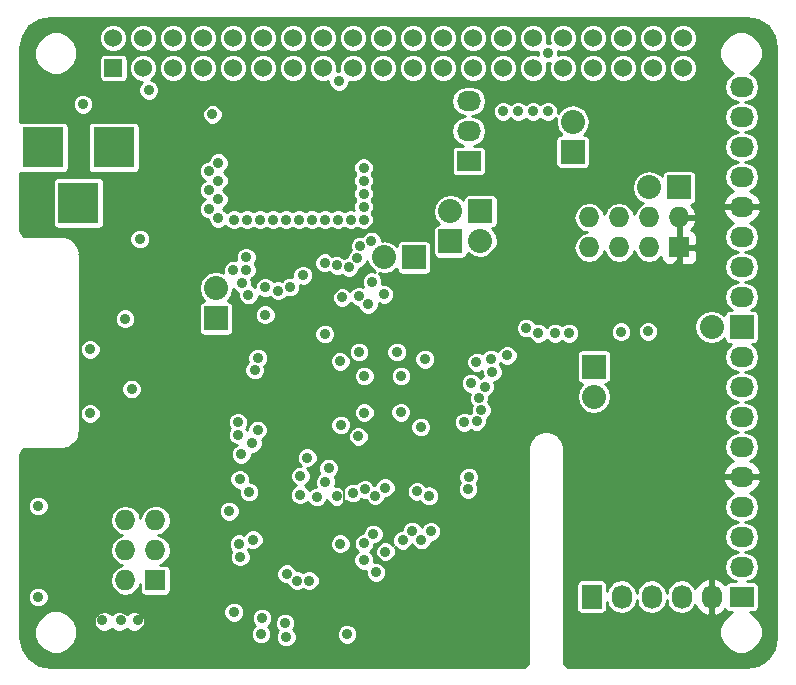
<source format=gbr>
G04 #@! TF.FileFunction,Copper,L3,Inr,Plane*
%FSLAX46Y46*%
G04 Gerber Fmt 4.6, Leading zero omitted, Abs format (unit mm)*
G04 Created by KiCad (PCBNEW 0.201506030104+5696~23~ubuntu14.04.1-product) date Fri 05 Jun 2015 04:35:16 PM AEST*
%MOMM*%
G01*
G04 APERTURE LIST*
%ADD10C,0.100000*%
%ADD11R,1.524000X1.524000*%
%ADD12C,1.524000*%
%ADD13R,2.032000X2.032000*%
%ADD14O,2.032000X2.032000*%
%ADD15R,2.032000X1.727200*%
%ADD16O,2.032000X1.727200*%
%ADD17R,1.727200X1.727200*%
%ADD18O,1.727200X1.727200*%
%ADD19R,1.727200X2.032000*%
%ADD20O,1.727200X2.032000*%
%ADD21R,3.500120X3.500120*%
%ADD22C,0.889000*%
%ADD23C,0.152400*%
%ADD24C,0.254000*%
G04 APERTURE END LIST*
D10*
D11*
X25311100Y-22083600D03*
D12*
X27851100Y-22083600D03*
X30391100Y-22083600D03*
X32931100Y-22083600D03*
X35471100Y-22083600D03*
X38011100Y-22083600D03*
X25311100Y-19543600D03*
X27851100Y-19543600D03*
X30391100Y-19543600D03*
X32931100Y-19543600D03*
X35471100Y-19543600D03*
X38011100Y-19543600D03*
X40551100Y-22083600D03*
X40551100Y-19543600D03*
X43091100Y-22083600D03*
X45631100Y-22083600D03*
X48171100Y-22083600D03*
X50711100Y-22083600D03*
X53251100Y-22083600D03*
X55791100Y-22083600D03*
X43091100Y-19543600D03*
X45631100Y-19543600D03*
X48171100Y-19543600D03*
X50711100Y-19543600D03*
X53251100Y-19543600D03*
X55791100Y-19543600D03*
X58331100Y-22083600D03*
X58331100Y-19543600D03*
X60871100Y-22083600D03*
X63411100Y-22083600D03*
X65951100Y-22083600D03*
X68491100Y-22083600D03*
X71031100Y-22083600D03*
X73571100Y-22083600D03*
X60871100Y-19543600D03*
X63411100Y-19543600D03*
X65951100Y-19543600D03*
X68491100Y-19543600D03*
X71031100Y-19543600D03*
X73571100Y-19543600D03*
D13*
X65989200Y-47345600D03*
D14*
X65989200Y-49885600D03*
D15*
X55400000Y-29940000D03*
D16*
X55400000Y-27400000D03*
X55400000Y-24860000D03*
D13*
X64200000Y-29170000D03*
D14*
X64200000Y-26630000D03*
D17*
X28870000Y-65440000D03*
D18*
X26330000Y-65440000D03*
X28870000Y-62900000D03*
X26330000Y-62900000D03*
X28870000Y-60360000D03*
X26330000Y-60360000D03*
D15*
X78500000Y-43985000D03*
D16*
X78500000Y-41445000D03*
X78500000Y-38905000D03*
X78500000Y-36365000D03*
X78500000Y-33825000D03*
X78500000Y-31285000D03*
X78500000Y-28745000D03*
X78500000Y-26205000D03*
X78500000Y-23665000D03*
D15*
X78500000Y-66835000D03*
D16*
X78500000Y-64295000D03*
X78500000Y-61755000D03*
X78500000Y-59215000D03*
X78500000Y-56675000D03*
X78500000Y-54135000D03*
X78500000Y-51595000D03*
X78500000Y-49055000D03*
X78500000Y-46515000D03*
D19*
X65795000Y-66825000D03*
D20*
X68335000Y-66825000D03*
X70875000Y-66825000D03*
X73415000Y-66825000D03*
X75955000Y-66825000D03*
D13*
X78500000Y-43990000D03*
D14*
X75960000Y-43990000D03*
D13*
X53855000Y-36750000D03*
D14*
X56395000Y-36750000D03*
D13*
X56395000Y-34200000D03*
D14*
X53855000Y-34200000D03*
D13*
X73210000Y-32190000D03*
D14*
X70670000Y-32190000D03*
D13*
X50770000Y-38100000D03*
D14*
X48230000Y-38100000D03*
D21*
X25350140Y-28800000D03*
X19350660Y-28800000D03*
X22350400Y-33499000D03*
D17*
X73210000Y-37270000D03*
D18*
X73210000Y-34730000D03*
X70670000Y-37270000D03*
X70670000Y-34730000D03*
X68130000Y-37270000D03*
X68130000Y-34730000D03*
X65590000Y-37270000D03*
X65590000Y-34730000D03*
D13*
X34000000Y-43270000D03*
D14*
X34000000Y-40730000D03*
D22*
X27432000Y-68834000D03*
X25958800Y-68834000D03*
X24384000Y-68834000D03*
X18950000Y-66850000D03*
X18950000Y-59150000D03*
X23347500Y-45900000D03*
X22750000Y-25150000D03*
X28300000Y-23950000D03*
X23347500Y-51321955D03*
X45081993Y-70015754D03*
X49635570Y-51226244D03*
X49655141Y-48154404D03*
X46558181Y-48154404D03*
X46558181Y-51244332D03*
X46060000Y-53270002D03*
X44560000Y-52290000D03*
X44530000Y-46910000D03*
X46110000Y-46120000D03*
X49310000Y-46120000D03*
X51680000Y-46730000D03*
X51330000Y-52470000D03*
X41720000Y-55060000D03*
X44207256Y-58350869D03*
X26300000Y-43300000D03*
X62100000Y-25750000D03*
X62100000Y-20800000D03*
X26850000Y-49250000D03*
X50867114Y-41802602D03*
X41460000Y-46829780D03*
X60782200Y-36753800D03*
X29814066Y-45614066D03*
X28600000Y-42816964D03*
X27612316Y-41000000D03*
X45900000Y-56375000D03*
X60800000Y-34200000D03*
X44187547Y-69482363D03*
X46100000Y-43070000D03*
X54384701Y-44050830D03*
X54703641Y-53939951D03*
X50970220Y-55970449D03*
X41348612Y-52425400D03*
X70575000Y-44375000D03*
X68300000Y-44400000D03*
X36555040Y-39150000D03*
X36555040Y-38099110D03*
X34200000Y-30100000D03*
X33400000Y-30800000D03*
X34200000Y-31600000D03*
X33400000Y-34000000D03*
X33400000Y-32400000D03*
X34200000Y-33200000D03*
X34200000Y-34800000D03*
X35500000Y-34900000D03*
X37700000Y-34900000D03*
X39900000Y-34900000D03*
X42100000Y-34900000D03*
X44300000Y-34900000D03*
X36600000Y-34900000D03*
X44400000Y-23200000D03*
X38800000Y-34900000D03*
X41000000Y-34900000D03*
X43200000Y-34900000D03*
X58300000Y-25750000D03*
X59600000Y-25750000D03*
X46500000Y-30500000D03*
X46500000Y-32700000D03*
X46500000Y-34900000D03*
X46500000Y-31600000D03*
X46500000Y-33800000D03*
X35866404Y-52075000D03*
X35858752Y-53119451D03*
X58670246Y-46402938D03*
X35475000Y-39175000D03*
X45400000Y-34900000D03*
X60850000Y-25750000D03*
X41890796Y-65467260D03*
X52021911Y-58295586D03*
X48343273Y-63018023D03*
X39977179Y-64898254D03*
X51025481Y-57926290D03*
X47163663Y-36730473D03*
X43529868Y-55933027D03*
X42525859Y-58383985D03*
X46217390Y-37165336D03*
X41148000Y-56618987D03*
X43270000Y-57090002D03*
X37278325Y-47629899D03*
X38150019Y-40650019D03*
X37517434Y-52739748D03*
X36749981Y-41299981D03*
X45975968Y-38178374D03*
X41125260Y-58196465D03*
X45593120Y-58059136D03*
X45265015Y-38939349D03*
X46587562Y-57749903D03*
X44212117Y-38792451D03*
X47486871Y-58275051D03*
X35116790Y-59600000D03*
X46508193Y-63757643D03*
X47317187Y-61539061D03*
X36133499Y-54783499D03*
X37540242Y-46621961D03*
X39260693Y-40928564D03*
X36165760Y-40312263D03*
X37069626Y-53847374D03*
X46526056Y-62328109D03*
X36000520Y-56900000D03*
X44525000Y-62350000D03*
X36790000Y-57960000D03*
X52200000Y-61300000D03*
X55330290Y-57738054D03*
X51400000Y-62043480D03*
X55398132Y-56698855D03*
X40262778Y-40624377D03*
X56060000Y-51984111D03*
X50609575Y-61291063D03*
X56465738Y-51024989D03*
X49800000Y-62050000D03*
X56278415Y-50000563D03*
X37150000Y-62000000D03*
X56737846Y-49065971D03*
X35950000Y-62360000D03*
X55591415Y-48761194D03*
X36050000Y-63450000D03*
X57392831Y-47807263D03*
X57276112Y-46727861D03*
X35511454Y-68144314D03*
X41350000Y-39625000D03*
X56056456Y-46995581D03*
X60272090Y-44080156D03*
X37900000Y-68650000D03*
X37800000Y-70000000D03*
X61300000Y-44522071D03*
X39850000Y-69050000D03*
X62698900Y-44522071D03*
X39943674Y-70240474D03*
X63875000Y-44522071D03*
X38167448Y-42956467D03*
X55018621Y-52069015D03*
X33700000Y-26000000D03*
X27550000Y-36550000D03*
X47221661Y-40160969D03*
X46101682Y-41403386D03*
X40849396Y-65467268D03*
X47560000Y-64780000D03*
X43200000Y-44600000D03*
X43196718Y-38561140D03*
X48326880Y-57600000D03*
X48208686Y-41242395D03*
X46884785Y-42089890D03*
X44700000Y-41500000D03*
D23*
X51495731Y-41802602D02*
X50867114Y-41802602D01*
X49599716Y-43070000D02*
X50422615Y-42247101D01*
X46100000Y-43070000D02*
X49599716Y-43070000D01*
X54210589Y-41802602D02*
X51495731Y-41802602D01*
X50422615Y-42247101D02*
X50867114Y-41802602D01*
X55781409Y-43373422D02*
X54210589Y-41802602D01*
X41348612Y-52425400D02*
X41348612Y-46941168D01*
X41348612Y-46941168D02*
X41460000Y-46829780D01*
X42340220Y-46829780D02*
X42088617Y-46829780D01*
X29814066Y-45614066D02*
X40244286Y-45614066D01*
X41015501Y-46385281D02*
X41460000Y-46829780D01*
X46100000Y-43070000D02*
X42340220Y-46829780D01*
X42088617Y-46829780D02*
X41460000Y-46829780D01*
X40244286Y-45614066D02*
X41015501Y-46385281D01*
X70373400Y-41122600D02*
X69632566Y-41122600D01*
X69632566Y-41122600D02*
X67722600Y-41122600D01*
X78500000Y-56675000D02*
X78347600Y-56675000D01*
X69632566Y-47959966D02*
X69632566Y-41122600D01*
X75955000Y-59067600D02*
X75955000Y-66825000D01*
X67722600Y-41122600D02*
X60800000Y-34200000D01*
X73210000Y-37270000D02*
X73210000Y-38286000D01*
X73210000Y-38286000D02*
X70373400Y-41122600D01*
X73210000Y-37270000D02*
X73210000Y-34730000D01*
X55781409Y-43373422D02*
X55781409Y-39218591D01*
X55781409Y-39218591D02*
X60800000Y-34200000D01*
X28600000Y-42816964D02*
X28600000Y-41987684D01*
X28600000Y-41987684D02*
X27612316Y-41000000D01*
X29814066Y-45614066D02*
X29814066Y-44031030D01*
X29814066Y-44031030D02*
X28600000Y-42816964D01*
X55013318Y-44050830D02*
X54384701Y-44050830D01*
X55104001Y-44050830D02*
X55013318Y-44050830D01*
X55781409Y-43373422D02*
X55104001Y-44050830D01*
X44880357Y-57394643D02*
X44880357Y-59141842D01*
X45900000Y-56375000D02*
X44880357Y-57394643D01*
X44880357Y-59141842D02*
X43743048Y-60279151D01*
X43743048Y-60279151D02*
X43743048Y-69037864D01*
X43743048Y-69037864D02*
X44187547Y-69482363D01*
X45900000Y-56375000D02*
X50565669Y-56375000D01*
X54703641Y-53939951D02*
X52673143Y-55970449D01*
X51598837Y-55970449D02*
X50970220Y-55970449D01*
X50565669Y-56375000D02*
X50970220Y-55970449D01*
X52673143Y-55970449D02*
X51598837Y-55970449D01*
X45900000Y-56375000D02*
X41950400Y-52425400D01*
X41950400Y-52425400D02*
X41348612Y-52425400D01*
D24*
G36*
X81433200Y-70260084D02*
X81234243Y-71260306D01*
X80695936Y-72065939D01*
X80273217Y-72348390D01*
X80273217Y-69450831D01*
X80273217Y-20450831D01*
X79994930Y-19777324D01*
X79480086Y-19261581D01*
X78807066Y-18982119D01*
X78078331Y-18981483D01*
X77404824Y-19259770D01*
X76889081Y-19774614D01*
X76609619Y-20447634D01*
X76608983Y-21176369D01*
X76887270Y-21849876D01*
X77402114Y-22365619D01*
X77756690Y-22512851D01*
X77403250Y-22749014D01*
X77122442Y-23169272D01*
X77023836Y-23665000D01*
X77122442Y-24160728D01*
X77403250Y-24580986D01*
X77823508Y-24861794D01*
X78191541Y-24935000D01*
X77823508Y-25008206D01*
X77403250Y-25289014D01*
X77122442Y-25709272D01*
X77023836Y-26205000D01*
X77122442Y-26700728D01*
X77403250Y-27120986D01*
X77823508Y-27401794D01*
X78191541Y-27475000D01*
X77823508Y-27548206D01*
X77403250Y-27829014D01*
X77122442Y-28249272D01*
X77023836Y-28745000D01*
X77122442Y-29240728D01*
X77403250Y-29660986D01*
X77823508Y-29941794D01*
X78191541Y-30015000D01*
X77823508Y-30088206D01*
X77403250Y-30369014D01*
X77122442Y-30789272D01*
X77023836Y-31285000D01*
X77122442Y-31780728D01*
X77403250Y-32200986D01*
X77792132Y-32460829D01*
X77585680Y-32533046D01*
X77149268Y-32922964D01*
X76895291Y-33450209D01*
X76892642Y-33465974D01*
X77013783Y-33698000D01*
X78373000Y-33698000D01*
X78373000Y-33678000D01*
X78627000Y-33678000D01*
X78627000Y-33698000D01*
X79986217Y-33698000D01*
X80107358Y-33465974D01*
X80104709Y-33450209D01*
X79850732Y-32922964D01*
X79414320Y-32533046D01*
X79207867Y-32460829D01*
X79596750Y-32200986D01*
X79877558Y-31780728D01*
X79976164Y-31285000D01*
X79877558Y-30789272D01*
X79596750Y-30369014D01*
X79176492Y-30088206D01*
X78808458Y-30015000D01*
X79176492Y-29941794D01*
X79596750Y-29660986D01*
X79877558Y-29240728D01*
X79976164Y-28745000D01*
X79877558Y-28249272D01*
X79596750Y-27829014D01*
X79176492Y-27548206D01*
X78808458Y-27475000D01*
X79176492Y-27401794D01*
X79596750Y-27120986D01*
X79877558Y-26700728D01*
X79976164Y-26205000D01*
X79877558Y-25709272D01*
X79596750Y-25289014D01*
X79176492Y-25008206D01*
X78808458Y-24935000D01*
X79176492Y-24861794D01*
X79596750Y-24580986D01*
X79877558Y-24160728D01*
X79976164Y-23665000D01*
X79877558Y-23169272D01*
X79596750Y-22749014D01*
X79198266Y-22482755D01*
X79477376Y-22367430D01*
X79993119Y-21852586D01*
X80272581Y-21179566D01*
X80273217Y-20450831D01*
X80273217Y-69450831D01*
X79994930Y-68777324D01*
X79480086Y-68261581D01*
X79184538Y-68138859D01*
X79516000Y-68138859D01*
X79680644Y-68106915D01*
X79825351Y-68011858D01*
X79922216Y-67868355D01*
X79956259Y-67698600D01*
X79956259Y-65971400D01*
X79924315Y-65806756D01*
X79829258Y-65662049D01*
X79685755Y-65565184D01*
X79516000Y-65531141D01*
X78978680Y-65531141D01*
X79176492Y-65491794D01*
X79596750Y-65210986D01*
X79877558Y-64790728D01*
X79976164Y-64295000D01*
X79877558Y-63799272D01*
X79596750Y-63379014D01*
X79176492Y-63098206D01*
X78808458Y-63025000D01*
X79176492Y-62951794D01*
X79596750Y-62670986D01*
X79877558Y-62250728D01*
X79976164Y-61755000D01*
X79877558Y-61259272D01*
X79596750Y-60839014D01*
X79176492Y-60558206D01*
X78808458Y-60485000D01*
X79176492Y-60411794D01*
X79596750Y-60130986D01*
X79877558Y-59710728D01*
X79976164Y-59215000D01*
X79877558Y-58719272D01*
X79596750Y-58299014D01*
X79207867Y-58039170D01*
X79414320Y-57966954D01*
X79850732Y-57577036D01*
X80104709Y-57049791D01*
X80107358Y-57034026D01*
X80107358Y-56315974D01*
X80104709Y-56300209D01*
X79850732Y-55772964D01*
X79414320Y-55383046D01*
X79207867Y-55310829D01*
X79596750Y-55050986D01*
X79877558Y-54630728D01*
X79976164Y-54135000D01*
X79877558Y-53639272D01*
X79596750Y-53219014D01*
X79176492Y-52938206D01*
X78808458Y-52865000D01*
X79176492Y-52791794D01*
X79596750Y-52510986D01*
X79877558Y-52090728D01*
X79976164Y-51595000D01*
X79877558Y-51099272D01*
X79596750Y-50679014D01*
X79176492Y-50398206D01*
X78808458Y-50325000D01*
X79176492Y-50251794D01*
X79596750Y-49970986D01*
X79877558Y-49550728D01*
X79976164Y-49055000D01*
X79877558Y-48559272D01*
X79596750Y-48139014D01*
X79176492Y-47858206D01*
X78808458Y-47785000D01*
X79176492Y-47711794D01*
X79596750Y-47430986D01*
X79877558Y-47010728D01*
X79976164Y-46515000D01*
X79877558Y-46019272D01*
X79596750Y-45599014D01*
X79368136Y-45446259D01*
X79516000Y-45446259D01*
X79680644Y-45414315D01*
X79825351Y-45319258D01*
X79922216Y-45175755D01*
X79956259Y-45006000D01*
X79956259Y-44848600D01*
X79956259Y-43121400D01*
X79956259Y-42974000D01*
X79924315Y-42809356D01*
X79829258Y-42664649D01*
X79685755Y-42567784D01*
X79516000Y-42533741D01*
X79338204Y-42533741D01*
X79596750Y-42360986D01*
X79877558Y-41940728D01*
X79976164Y-41445000D01*
X79877558Y-40949272D01*
X79596750Y-40529014D01*
X79176492Y-40248206D01*
X78808458Y-40175000D01*
X79176492Y-40101794D01*
X79596750Y-39820986D01*
X79877558Y-39400728D01*
X79976164Y-38905000D01*
X79877558Y-38409272D01*
X79596750Y-37989014D01*
X79176492Y-37708206D01*
X78808458Y-37635000D01*
X79176492Y-37561794D01*
X79596750Y-37280986D01*
X79877558Y-36860728D01*
X79976164Y-36365000D01*
X79877558Y-35869272D01*
X79596750Y-35449014D01*
X79207867Y-35189170D01*
X79414320Y-35116954D01*
X79850732Y-34727036D01*
X80104709Y-34199791D01*
X80107358Y-34184026D01*
X79986217Y-33952000D01*
X78627000Y-33952000D01*
X78627000Y-33972000D01*
X78373000Y-33972000D01*
X78373000Y-33952000D01*
X77013783Y-33952000D01*
X76892642Y-34184026D01*
X76895291Y-34199791D01*
X77149268Y-34727036D01*
X77585680Y-35116954D01*
X77792132Y-35189170D01*
X77403250Y-35449014D01*
X77122442Y-35869272D01*
X77023836Y-36365000D01*
X77122442Y-36860728D01*
X77403250Y-37280986D01*
X77823508Y-37561794D01*
X78191541Y-37635000D01*
X77823508Y-37708206D01*
X77403250Y-37989014D01*
X77122442Y-38409272D01*
X77023836Y-38905000D01*
X77122442Y-39400728D01*
X77403250Y-39820986D01*
X77823508Y-40101794D01*
X78191541Y-40175000D01*
X77823508Y-40248206D01*
X77403250Y-40529014D01*
X77122442Y-40949272D01*
X77023836Y-41445000D01*
X77122442Y-41940728D01*
X77403250Y-42360986D01*
X77661795Y-42533741D01*
X77484000Y-42533741D01*
X77319356Y-42565685D01*
X77174649Y-42660742D01*
X77077784Y-42804245D01*
X77043741Y-42974000D01*
X77043741Y-43013585D01*
X77012113Y-42966251D01*
X76542413Y-42652407D01*
X75988364Y-42542200D01*
X75931636Y-42542200D01*
X75377587Y-42652407D01*
X74907887Y-42966251D01*
X74765107Y-43179936D01*
X74765107Y-21847180D01*
X74765107Y-19307180D01*
X74583745Y-18868250D01*
X74248216Y-18532136D01*
X73809603Y-18350008D01*
X73334680Y-18349593D01*
X72895750Y-18530955D01*
X72559636Y-18866484D01*
X72377508Y-19305097D01*
X72377093Y-19780020D01*
X72558455Y-20218950D01*
X72893984Y-20555064D01*
X73332597Y-20737192D01*
X73807520Y-20737607D01*
X74246450Y-20556245D01*
X74582564Y-20220716D01*
X74764692Y-19782103D01*
X74765107Y-19307180D01*
X74765107Y-21847180D01*
X74583745Y-21408250D01*
X74248216Y-21072136D01*
X73809603Y-20890008D01*
X73334680Y-20889593D01*
X72895750Y-21070955D01*
X72559636Y-21406484D01*
X72377508Y-21845097D01*
X72377093Y-22320020D01*
X72558455Y-22758950D01*
X72893984Y-23095064D01*
X73332597Y-23277192D01*
X73807520Y-23277607D01*
X74246450Y-23096245D01*
X74582564Y-22760716D01*
X74764692Y-22322103D01*
X74765107Y-21847180D01*
X74765107Y-43179936D01*
X74708600Y-43264504D01*
X74708600Y-38259910D01*
X74708600Y-38007291D01*
X74708600Y-37555750D01*
X74708600Y-36984250D01*
X74708600Y-36532709D01*
X74708600Y-36280090D01*
X74666259Y-36177869D01*
X74666259Y-33206000D01*
X74666259Y-31174000D01*
X74634315Y-31009356D01*
X74539258Y-30864649D01*
X74395755Y-30767784D01*
X74226000Y-30733741D01*
X72225107Y-30733741D01*
X72225107Y-21847180D01*
X72225107Y-19307180D01*
X72043745Y-18868250D01*
X71708216Y-18532136D01*
X71269603Y-18350008D01*
X70794680Y-18349593D01*
X70355750Y-18530955D01*
X70019636Y-18866484D01*
X69837508Y-19305097D01*
X69837093Y-19780020D01*
X70018455Y-20218950D01*
X70353984Y-20555064D01*
X70792597Y-20737192D01*
X71267520Y-20737607D01*
X71706450Y-20556245D01*
X72042564Y-20220716D01*
X72224692Y-19782103D01*
X72225107Y-19307180D01*
X72225107Y-21847180D01*
X72043745Y-21408250D01*
X71708216Y-21072136D01*
X71269603Y-20890008D01*
X70794680Y-20889593D01*
X70355750Y-21070955D01*
X70019636Y-21406484D01*
X69837508Y-21845097D01*
X69837093Y-22320020D01*
X70018455Y-22758950D01*
X70353984Y-23095064D01*
X70792597Y-23277192D01*
X71267520Y-23277607D01*
X71706450Y-23096245D01*
X72042564Y-22760716D01*
X72224692Y-22322103D01*
X72225107Y-21847180D01*
X72225107Y-30733741D01*
X72194000Y-30733741D01*
X72029356Y-30765685D01*
X71884649Y-30860742D01*
X71787784Y-31004245D01*
X71753741Y-31174000D01*
X71753741Y-31213585D01*
X71722113Y-31166251D01*
X71252413Y-30852407D01*
X70698364Y-30742200D01*
X70641636Y-30742200D01*
X70087587Y-30852407D01*
X69685107Y-31121335D01*
X69685107Y-21847180D01*
X69685107Y-19307180D01*
X69503745Y-18868250D01*
X69168216Y-18532136D01*
X68729603Y-18350008D01*
X68254680Y-18349593D01*
X67815750Y-18530955D01*
X67479636Y-18866484D01*
X67297508Y-19305097D01*
X67297093Y-19780020D01*
X67478455Y-20218950D01*
X67813984Y-20555064D01*
X68252597Y-20737192D01*
X68727520Y-20737607D01*
X69166450Y-20556245D01*
X69502564Y-20220716D01*
X69684692Y-19782103D01*
X69685107Y-19307180D01*
X69685107Y-21847180D01*
X69503745Y-21408250D01*
X69168216Y-21072136D01*
X68729603Y-20890008D01*
X68254680Y-20889593D01*
X67815750Y-21070955D01*
X67479636Y-21406484D01*
X67297508Y-21845097D01*
X67297093Y-22320020D01*
X67478455Y-22758950D01*
X67813984Y-23095064D01*
X68252597Y-23277192D01*
X68727520Y-23277607D01*
X69166450Y-23096245D01*
X69502564Y-22760716D01*
X69684692Y-22322103D01*
X69685107Y-21847180D01*
X69685107Y-31121335D01*
X69617887Y-31166251D01*
X69304043Y-31635951D01*
X69193836Y-32190000D01*
X69304043Y-32744049D01*
X69617887Y-33213749D01*
X70087587Y-33527593D01*
X70141303Y-33538277D01*
X69728636Y-33814014D01*
X69447828Y-34234272D01*
X69400000Y-34474720D01*
X69352172Y-34234272D01*
X69071364Y-33814014D01*
X68651106Y-33533206D01*
X68155378Y-33434600D01*
X68104622Y-33434600D01*
X67608894Y-33533206D01*
X67188636Y-33814014D01*
X67145107Y-33879159D01*
X67145107Y-21847180D01*
X67145107Y-19307180D01*
X66963745Y-18868250D01*
X66628216Y-18532136D01*
X66189603Y-18350008D01*
X65714680Y-18349593D01*
X65275750Y-18530955D01*
X64939636Y-18866484D01*
X64757508Y-19305097D01*
X64757093Y-19780020D01*
X64938455Y-20218950D01*
X65273984Y-20555064D01*
X65712597Y-20737192D01*
X66187520Y-20737607D01*
X66626450Y-20556245D01*
X66962564Y-20220716D01*
X67144692Y-19782103D01*
X67145107Y-19307180D01*
X67145107Y-21847180D01*
X66963745Y-21408250D01*
X66628216Y-21072136D01*
X66189603Y-20890008D01*
X65714680Y-20889593D01*
X65275750Y-21070955D01*
X64939636Y-21406484D01*
X64757508Y-21845097D01*
X64757093Y-22320020D01*
X64938455Y-22758950D01*
X65273984Y-23095064D01*
X65712597Y-23277192D01*
X66187520Y-23277607D01*
X66626450Y-23096245D01*
X66962564Y-22760716D01*
X67144692Y-22322103D01*
X67145107Y-21847180D01*
X67145107Y-33879159D01*
X66907828Y-34234272D01*
X66860000Y-34474720D01*
X66812172Y-34234272D01*
X66531364Y-33814014D01*
X66111106Y-33533206D01*
X65656259Y-33442731D01*
X65656259Y-30186000D01*
X65656259Y-28154000D01*
X65624315Y-27989356D01*
X65529258Y-27844649D01*
X65385755Y-27747784D01*
X65216000Y-27713741D01*
X65176414Y-27713741D01*
X65223749Y-27682113D01*
X65537593Y-27212413D01*
X65647800Y-26658364D01*
X65647800Y-26601636D01*
X65537593Y-26047587D01*
X65223749Y-25577887D01*
X64754049Y-25264043D01*
X64605107Y-25234416D01*
X64605107Y-21847180D01*
X64423745Y-21408250D01*
X64088216Y-21072136D01*
X63649603Y-20890008D01*
X63174680Y-20889593D01*
X62976151Y-20971623D01*
X62976426Y-20655734D01*
X63172597Y-20737192D01*
X63647520Y-20737607D01*
X64086450Y-20556245D01*
X64422564Y-20220716D01*
X64604692Y-19782103D01*
X64605107Y-19307180D01*
X64423745Y-18868250D01*
X64088216Y-18532136D01*
X63649603Y-18350008D01*
X63174680Y-18349593D01*
X62735750Y-18530955D01*
X62399636Y-18866484D01*
X62217508Y-19305097D01*
X62217093Y-19780020D01*
X62276823Y-19924579D01*
X62275072Y-19923852D01*
X62005930Y-19923617D01*
X62064692Y-19782103D01*
X62065107Y-19307180D01*
X61883745Y-18868250D01*
X61548216Y-18532136D01*
X61109603Y-18350008D01*
X60634680Y-18349593D01*
X60195750Y-18530955D01*
X59859636Y-18866484D01*
X59677508Y-19305097D01*
X59677093Y-19780020D01*
X59858455Y-20218950D01*
X60193984Y-20555064D01*
X60632597Y-20737192D01*
X61107520Y-20737607D01*
X61223795Y-20689562D01*
X61223579Y-20937335D01*
X61109603Y-20890008D01*
X60634680Y-20889593D01*
X60195750Y-21070955D01*
X59859636Y-21406484D01*
X59677508Y-21845097D01*
X59677093Y-22320020D01*
X59858455Y-22758950D01*
X60193984Y-23095064D01*
X60632597Y-23277192D01*
X61107520Y-23277607D01*
X61546450Y-23096245D01*
X61882564Y-22760716D01*
X62064692Y-22322103D01*
X62065107Y-21847180D01*
X61994463Y-21676208D01*
X62273542Y-21676452D01*
X62290433Y-21669472D01*
X62217508Y-21845097D01*
X62217093Y-22320020D01*
X62398455Y-22758950D01*
X62733984Y-23095064D01*
X63172597Y-23277192D01*
X63647520Y-23277607D01*
X64086450Y-23096245D01*
X64422564Y-22760716D01*
X64604692Y-22322103D01*
X64605107Y-21847180D01*
X64605107Y-25234416D01*
X64200000Y-25153836D01*
X63645951Y-25264043D01*
X63176251Y-25577887D01*
X62976189Y-25877299D01*
X62976452Y-25576458D01*
X62843324Y-25254264D01*
X62597032Y-25007542D01*
X62275072Y-24873852D01*
X61926458Y-24873548D01*
X61604264Y-25006676D01*
X61474990Y-25135724D01*
X61347032Y-25007542D01*
X61025072Y-24873852D01*
X60676458Y-24873548D01*
X60354264Y-25006676D01*
X60224990Y-25135724D01*
X60097032Y-25007542D01*
X59775072Y-24873852D01*
X59525107Y-24873634D01*
X59525107Y-21847180D01*
X59525107Y-19307180D01*
X59343745Y-18868250D01*
X59008216Y-18532136D01*
X58569603Y-18350008D01*
X58094680Y-18349593D01*
X57655750Y-18530955D01*
X57319636Y-18866484D01*
X57137508Y-19305097D01*
X57137093Y-19780020D01*
X57318455Y-20218950D01*
X57653984Y-20555064D01*
X58092597Y-20737192D01*
X58567520Y-20737607D01*
X59006450Y-20556245D01*
X59342564Y-20220716D01*
X59524692Y-19782103D01*
X59525107Y-19307180D01*
X59525107Y-21847180D01*
X59343745Y-21408250D01*
X59008216Y-21072136D01*
X58569603Y-20890008D01*
X58094680Y-20889593D01*
X57655750Y-21070955D01*
X57319636Y-21406484D01*
X57137508Y-21845097D01*
X57137093Y-22320020D01*
X57318455Y-22758950D01*
X57653984Y-23095064D01*
X58092597Y-23277192D01*
X58567520Y-23277607D01*
X59006450Y-23096245D01*
X59342564Y-22760716D01*
X59524692Y-22322103D01*
X59525107Y-21847180D01*
X59525107Y-24873634D01*
X59426458Y-24873548D01*
X59104264Y-25006676D01*
X58949947Y-25160724D01*
X58797032Y-25007542D01*
X58475072Y-24873852D01*
X58126458Y-24873548D01*
X57804264Y-25006676D01*
X57557542Y-25252968D01*
X57423852Y-25574928D01*
X57423548Y-25923542D01*
X57556676Y-26245736D01*
X57802968Y-26492458D01*
X58124928Y-26626148D01*
X58473542Y-26626452D01*
X58795736Y-26493324D01*
X58950052Y-26339275D01*
X59102968Y-26492458D01*
X59424928Y-26626148D01*
X59773542Y-26626452D01*
X60095736Y-26493324D01*
X60225009Y-26364275D01*
X60352968Y-26492458D01*
X60674928Y-26626148D01*
X61023542Y-26626452D01*
X61345736Y-26493324D01*
X61475009Y-26364275D01*
X61602968Y-26492458D01*
X61924928Y-26626148D01*
X62273542Y-26626452D01*
X62595736Y-26493324D01*
X62817848Y-26271598D01*
X62752200Y-26601636D01*
X62752200Y-26658364D01*
X62862407Y-27212413D01*
X63176251Y-27682113D01*
X63223585Y-27713741D01*
X63184000Y-27713741D01*
X63019356Y-27745685D01*
X62874649Y-27840742D01*
X62777784Y-27984245D01*
X62743741Y-28154000D01*
X62743741Y-30186000D01*
X62775685Y-30350644D01*
X62870742Y-30495351D01*
X63014245Y-30592216D01*
X63184000Y-30626259D01*
X65216000Y-30626259D01*
X65380644Y-30594315D01*
X65525351Y-30499258D01*
X65622216Y-30355755D01*
X65656259Y-30186000D01*
X65656259Y-33442731D01*
X65615378Y-33434600D01*
X65564622Y-33434600D01*
X65068894Y-33533206D01*
X64648636Y-33814014D01*
X64367828Y-34234272D01*
X64269222Y-34730000D01*
X64367828Y-35225728D01*
X64648636Y-35645986D01*
X65068894Y-35926794D01*
X65436927Y-36000000D01*
X65068894Y-36073206D01*
X64648636Y-36354014D01*
X64367828Y-36774272D01*
X64269222Y-37270000D01*
X64367828Y-37765728D01*
X64648636Y-38185986D01*
X65068894Y-38466794D01*
X65564622Y-38565400D01*
X65615378Y-38565400D01*
X66111106Y-38466794D01*
X66531364Y-38185986D01*
X66812172Y-37765728D01*
X66860000Y-37525279D01*
X66907828Y-37765728D01*
X67188636Y-38185986D01*
X67608894Y-38466794D01*
X68104622Y-38565400D01*
X68155378Y-38565400D01*
X68651106Y-38466794D01*
X69071364Y-38185986D01*
X69352172Y-37765728D01*
X69400000Y-37525279D01*
X69447828Y-37765728D01*
X69728636Y-38185986D01*
X70148894Y-38466794D01*
X70644622Y-38565400D01*
X70695378Y-38565400D01*
X71191106Y-38466794D01*
X71611364Y-38185986D01*
X71711400Y-38036271D01*
X71711400Y-38259910D01*
X71808073Y-38493299D01*
X71986702Y-38671927D01*
X72220091Y-38768600D01*
X72924250Y-38768600D01*
X73083000Y-38609850D01*
X73083000Y-37397000D01*
X73063000Y-37397000D01*
X73063000Y-37143000D01*
X73083000Y-37143000D01*
X73083000Y-36064469D01*
X73083000Y-35930150D01*
X73083000Y-34857000D01*
X73063000Y-34857000D01*
X73063000Y-34603000D01*
X73083000Y-34603000D01*
X73083000Y-34583000D01*
X73337000Y-34583000D01*
X73337000Y-34603000D01*
X74543817Y-34603000D01*
X74664958Y-34370974D01*
X74492688Y-33955053D01*
X74210832Y-33646259D01*
X74226000Y-33646259D01*
X74390644Y-33614315D01*
X74535351Y-33519258D01*
X74632216Y-33375755D01*
X74666259Y-33206000D01*
X74666259Y-36177869D01*
X74611927Y-36046701D01*
X74433298Y-35868073D01*
X74235880Y-35786299D01*
X74492688Y-35504947D01*
X74664958Y-35089026D01*
X74543817Y-34857000D01*
X73337000Y-34857000D01*
X73337000Y-35930150D01*
X73337000Y-36064469D01*
X73337000Y-37143000D01*
X74549850Y-37143000D01*
X74708600Y-36984250D01*
X74708600Y-37555750D01*
X74549850Y-37397000D01*
X73337000Y-37397000D01*
X73337000Y-38609850D01*
X73495750Y-38768600D01*
X74199909Y-38768600D01*
X74433298Y-38671927D01*
X74611927Y-38493299D01*
X74708600Y-38259910D01*
X74708600Y-43264504D01*
X74594043Y-43435951D01*
X74483836Y-43990000D01*
X74594043Y-44544049D01*
X74907887Y-45013749D01*
X75377587Y-45327593D01*
X75931636Y-45437800D01*
X75988364Y-45437800D01*
X76542413Y-45327593D01*
X77012113Y-45013749D01*
X77043741Y-44966414D01*
X77043741Y-45006000D01*
X77075685Y-45170644D01*
X77170742Y-45315351D01*
X77314245Y-45412216D01*
X77484000Y-45446259D01*
X77631863Y-45446259D01*
X77403250Y-45599014D01*
X77122442Y-46019272D01*
X77023836Y-46515000D01*
X77122442Y-47010728D01*
X77403250Y-47430986D01*
X77823508Y-47711794D01*
X78191541Y-47785000D01*
X77823508Y-47858206D01*
X77403250Y-48139014D01*
X77122442Y-48559272D01*
X77023836Y-49055000D01*
X77122442Y-49550728D01*
X77403250Y-49970986D01*
X77823508Y-50251794D01*
X78191541Y-50325000D01*
X77823508Y-50398206D01*
X77403250Y-50679014D01*
X77122442Y-51099272D01*
X77023836Y-51595000D01*
X77122442Y-52090728D01*
X77403250Y-52510986D01*
X77823508Y-52791794D01*
X78191541Y-52865000D01*
X77823508Y-52938206D01*
X77403250Y-53219014D01*
X77122442Y-53639272D01*
X77023836Y-54135000D01*
X77122442Y-54630728D01*
X77403250Y-55050986D01*
X77792132Y-55310829D01*
X77585680Y-55383046D01*
X77149268Y-55772964D01*
X76895291Y-56300209D01*
X76892642Y-56315974D01*
X77013783Y-56548000D01*
X78373000Y-56548000D01*
X78373000Y-56528000D01*
X78627000Y-56528000D01*
X78627000Y-56548000D01*
X79986217Y-56548000D01*
X80107358Y-56315974D01*
X80107358Y-57034026D01*
X79986217Y-56802000D01*
X78627000Y-56802000D01*
X78627000Y-56822000D01*
X78373000Y-56822000D01*
X78373000Y-56802000D01*
X77013783Y-56802000D01*
X76892642Y-57034026D01*
X76895291Y-57049791D01*
X77149268Y-57577036D01*
X77585680Y-57966954D01*
X77792132Y-58039170D01*
X77403250Y-58299014D01*
X77122442Y-58719272D01*
X77023836Y-59215000D01*
X77122442Y-59710728D01*
X77403250Y-60130986D01*
X77823508Y-60411794D01*
X78191541Y-60485000D01*
X77823508Y-60558206D01*
X77403250Y-60839014D01*
X77122442Y-61259272D01*
X77023836Y-61755000D01*
X77122442Y-62250728D01*
X77403250Y-62670986D01*
X77823508Y-62951794D01*
X78191541Y-63025000D01*
X77823508Y-63098206D01*
X77403250Y-63379014D01*
X77122442Y-63799272D01*
X77023836Y-64295000D01*
X77122442Y-64790728D01*
X77403250Y-65210986D01*
X77823508Y-65491794D01*
X78021319Y-65531141D01*
X77484000Y-65531141D01*
X77319356Y-65563085D01*
X77174649Y-65658142D01*
X77108662Y-65755898D01*
X76857036Y-65474268D01*
X76329791Y-65220291D01*
X76314026Y-65217642D01*
X76082000Y-65338783D01*
X76082000Y-66698000D01*
X76102000Y-66698000D01*
X76102000Y-66952000D01*
X76082000Y-66952000D01*
X76082000Y-68311217D01*
X76314026Y-68432358D01*
X76329791Y-68429709D01*
X76857036Y-68175732D01*
X77101339Y-67902297D01*
X77170742Y-68007951D01*
X77314245Y-68104816D01*
X77484000Y-68138859D01*
X77697451Y-68138859D01*
X77404824Y-68259770D01*
X76889081Y-68774614D01*
X76609619Y-69447634D01*
X76608983Y-70176369D01*
X76887270Y-70849876D01*
X77402114Y-71365619D01*
X78075134Y-71645081D01*
X78803869Y-71645717D01*
X79477376Y-71367430D01*
X79993119Y-70852586D01*
X80272581Y-70179566D01*
X80273217Y-69450831D01*
X80273217Y-72348390D01*
X79890305Y-72604244D01*
X78890084Y-72803200D01*
X75828000Y-72803200D01*
X75828000Y-68311217D01*
X75828000Y-66952000D01*
X75808000Y-66952000D01*
X75808000Y-66698000D01*
X75828000Y-66698000D01*
X75828000Y-65338783D01*
X75595974Y-65217642D01*
X75580209Y-65220291D01*
X75052964Y-65474268D01*
X74663046Y-65910680D01*
X74590829Y-66117132D01*
X74330986Y-65728250D01*
X73910728Y-65447442D01*
X73415000Y-65348836D01*
X72919272Y-65447442D01*
X72499014Y-65728250D01*
X72218206Y-66148508D01*
X72145000Y-66516541D01*
X72071794Y-66148508D01*
X71790986Y-65728250D01*
X71451452Y-65501380D01*
X71451452Y-44201458D01*
X71318324Y-43879264D01*
X71072032Y-43632542D01*
X70750072Y-43498852D01*
X70401458Y-43498548D01*
X70079264Y-43631676D01*
X69832542Y-43877968D01*
X69698852Y-44199928D01*
X69698548Y-44548542D01*
X69831676Y-44870736D01*
X70077968Y-45117458D01*
X70399928Y-45251148D01*
X70748542Y-45251452D01*
X71070736Y-45118324D01*
X71317458Y-44872032D01*
X71451148Y-44550072D01*
X71451452Y-44201458D01*
X71451452Y-65501380D01*
X71370728Y-65447442D01*
X70875000Y-65348836D01*
X70379272Y-65447442D01*
X69959014Y-65728250D01*
X69678206Y-66148508D01*
X69605000Y-66516541D01*
X69531794Y-66148508D01*
X69250986Y-65728250D01*
X69176452Y-65678447D01*
X69176452Y-44226458D01*
X69043324Y-43904264D01*
X68797032Y-43657542D01*
X68475072Y-43523852D01*
X68126458Y-43523548D01*
X67804264Y-43656676D01*
X67557542Y-43902968D01*
X67423852Y-44224928D01*
X67423548Y-44573542D01*
X67556676Y-44895736D01*
X67802968Y-45142458D01*
X68124928Y-45276148D01*
X68473542Y-45276452D01*
X68795736Y-45143324D01*
X69042458Y-44897032D01*
X69176148Y-44575072D01*
X69176452Y-44226458D01*
X69176452Y-65678447D01*
X68830728Y-65447442D01*
X68335000Y-65348836D01*
X67839272Y-65447442D01*
X67445459Y-65710579D01*
X67445459Y-48361600D01*
X67445459Y-46329600D01*
X67413515Y-46164956D01*
X67318458Y-46020249D01*
X67174955Y-45923384D01*
X67005200Y-45889341D01*
X64973200Y-45889341D01*
X64808556Y-45921285D01*
X64751452Y-45958796D01*
X64751452Y-44348529D01*
X64618324Y-44026335D01*
X64372032Y-43779613D01*
X64050072Y-43645923D01*
X63701458Y-43645619D01*
X63379264Y-43778747D01*
X63287005Y-43870845D01*
X63195932Y-43779613D01*
X62873972Y-43645923D01*
X62525358Y-43645619D01*
X62203164Y-43778747D01*
X61999310Y-43982244D01*
X61797032Y-43779613D01*
X61475072Y-43645923D01*
X61126458Y-43645619D01*
X61053206Y-43675885D01*
X61015414Y-43584420D01*
X60769122Y-43337698D01*
X60447162Y-43204008D01*
X60098548Y-43203704D01*
X59776354Y-43336832D01*
X59529632Y-43583124D01*
X59395942Y-43905084D01*
X59395638Y-44253698D01*
X59528766Y-44575892D01*
X59775058Y-44822614D01*
X60097018Y-44956304D01*
X60445632Y-44956608D01*
X60518883Y-44926341D01*
X60556676Y-45017807D01*
X60802968Y-45264529D01*
X61124928Y-45398219D01*
X61473542Y-45398523D01*
X61795736Y-45265395D01*
X61999589Y-45061897D01*
X62201868Y-45264529D01*
X62523828Y-45398219D01*
X62872442Y-45398523D01*
X63194636Y-45265395D01*
X63286894Y-45173296D01*
X63377968Y-45264529D01*
X63699928Y-45398219D01*
X64048542Y-45398523D01*
X64370736Y-45265395D01*
X64617458Y-45019103D01*
X64751148Y-44697143D01*
X64751452Y-44348529D01*
X64751452Y-45958796D01*
X64663849Y-46016342D01*
X64566984Y-46159845D01*
X64532941Y-46329600D01*
X64532941Y-48361600D01*
X64564885Y-48526244D01*
X64659942Y-48670951D01*
X64803445Y-48767816D01*
X64973200Y-48801859D01*
X65012785Y-48801859D01*
X64965451Y-48833487D01*
X64651607Y-49303187D01*
X64541400Y-49857236D01*
X64541400Y-49913964D01*
X64651607Y-50468013D01*
X64965451Y-50937713D01*
X65435151Y-51251557D01*
X65989200Y-51361764D01*
X66543249Y-51251557D01*
X67012949Y-50937713D01*
X67326793Y-50468013D01*
X67437000Y-49913964D01*
X67437000Y-49857236D01*
X67326793Y-49303187D01*
X67012949Y-48833487D01*
X66965614Y-48801859D01*
X67005200Y-48801859D01*
X67169844Y-48769915D01*
X67314551Y-48674858D01*
X67411416Y-48531355D01*
X67445459Y-48361600D01*
X67445459Y-65710579D01*
X67419014Y-65728250D01*
X67138206Y-66148508D01*
X67098859Y-66346319D01*
X67098859Y-65809000D01*
X67066915Y-65644356D01*
X66971858Y-65499649D01*
X66828355Y-65402784D01*
X66658600Y-65368741D01*
X64931400Y-65368741D01*
X64766756Y-65400685D01*
X64622049Y-65495742D01*
X64525184Y-65639245D01*
X64491141Y-65809000D01*
X64491141Y-67841000D01*
X64523085Y-68005644D01*
X64618142Y-68150351D01*
X64761645Y-68247216D01*
X64931400Y-68281259D01*
X66658600Y-68281259D01*
X66823244Y-68249315D01*
X66967951Y-68154258D01*
X67064816Y-68010755D01*
X67098859Y-67841000D01*
X67098859Y-67303680D01*
X67138206Y-67501492D01*
X67419014Y-67921750D01*
X67839272Y-68202558D01*
X68335000Y-68301164D01*
X68830728Y-68202558D01*
X69250986Y-67921750D01*
X69531794Y-67501492D01*
X69605000Y-67133458D01*
X69678206Y-67501492D01*
X69959014Y-67921750D01*
X70379272Y-68202558D01*
X70875000Y-68301164D01*
X71370728Y-68202558D01*
X71790986Y-67921750D01*
X72071794Y-67501492D01*
X72145000Y-67133458D01*
X72218206Y-67501492D01*
X72499014Y-67921750D01*
X72919272Y-68202558D01*
X73415000Y-68301164D01*
X73910728Y-68202558D01*
X74330986Y-67921750D01*
X74590829Y-67532867D01*
X74663046Y-67739320D01*
X75052964Y-68175732D01*
X75580209Y-68429709D01*
X75595974Y-68432358D01*
X75828000Y-68311217D01*
X75828000Y-72803200D01*
X63989914Y-72803200D01*
X63755060Y-72756484D01*
X63598275Y-72651724D01*
X63493515Y-72494939D01*
X63446800Y-72260085D01*
X63446800Y-54310000D01*
X63437062Y-54261043D01*
X63437062Y-54211129D01*
X63360942Y-53828446D01*
X63360942Y-53828445D01*
X63285269Y-53645754D01*
X63068496Y-53321330D01*
X62928670Y-53181504D01*
X62604246Y-52964731D01*
X62421554Y-52889058D01*
X62038872Y-52812938D01*
X62038871Y-52812938D01*
X61841129Y-52812938D01*
X61841128Y-52812938D01*
X61841127Y-52812938D01*
X61458446Y-52889058D01*
X61458445Y-52889058D01*
X61275754Y-52964731D01*
X60951330Y-53181504D01*
X60811504Y-53321330D01*
X60594731Y-53645754D01*
X60519058Y-53828446D01*
X60442938Y-54211129D01*
X60442938Y-54261043D01*
X60433200Y-54310000D01*
X60433200Y-72260085D01*
X60386484Y-72494939D01*
X60281724Y-72651724D01*
X60124939Y-72756484D01*
X59890085Y-72803200D01*
X59546698Y-72803200D01*
X59546698Y-46229396D01*
X59413570Y-45907202D01*
X59167278Y-45660480D01*
X58845318Y-45526790D01*
X58496704Y-45526486D01*
X58174510Y-45659614D01*
X57927788Y-45905906D01*
X57871164Y-46042268D01*
X57871164Y-36750000D01*
X57760957Y-36195951D01*
X57447113Y-35726251D01*
X57342362Y-35656259D01*
X57411000Y-35656259D01*
X57575644Y-35624315D01*
X57720351Y-35529258D01*
X57817216Y-35385755D01*
X57851259Y-35216000D01*
X57851259Y-33184000D01*
X57819315Y-33019356D01*
X57724258Y-32874649D01*
X57580755Y-32777784D01*
X57411000Y-32743741D01*
X56985107Y-32743741D01*
X56985107Y-21847180D01*
X56985107Y-19307180D01*
X56803745Y-18868250D01*
X56468216Y-18532136D01*
X56029603Y-18350008D01*
X55554680Y-18349593D01*
X55115750Y-18530955D01*
X54779636Y-18866484D01*
X54597508Y-19305097D01*
X54597093Y-19780020D01*
X54778455Y-20218950D01*
X55113984Y-20555064D01*
X55552597Y-20737192D01*
X56027520Y-20737607D01*
X56466450Y-20556245D01*
X56802564Y-20220716D01*
X56984692Y-19782103D01*
X56985107Y-19307180D01*
X56985107Y-21847180D01*
X56803745Y-21408250D01*
X56468216Y-21072136D01*
X56029603Y-20890008D01*
X55554680Y-20889593D01*
X55115750Y-21070955D01*
X54779636Y-21406484D01*
X54597508Y-21845097D01*
X54597093Y-22320020D01*
X54778455Y-22758950D01*
X55113984Y-23095064D01*
X55552597Y-23277192D01*
X56027520Y-23277607D01*
X56466450Y-23096245D01*
X56802564Y-22760716D01*
X56984692Y-22322103D01*
X56985107Y-21847180D01*
X56985107Y-32743741D01*
X56876164Y-32743741D01*
X56876164Y-27400000D01*
X56777558Y-26904272D01*
X56496750Y-26484014D01*
X56076492Y-26203206D01*
X55708458Y-26130000D01*
X56076492Y-26056794D01*
X56496750Y-25775986D01*
X56777558Y-25355728D01*
X56876164Y-24860000D01*
X56777558Y-24364272D01*
X56496750Y-23944014D01*
X56076492Y-23663206D01*
X55580764Y-23564600D01*
X55219236Y-23564600D01*
X54723508Y-23663206D01*
X54445107Y-23849227D01*
X54445107Y-21847180D01*
X54445107Y-19307180D01*
X54263745Y-18868250D01*
X53928216Y-18532136D01*
X53489603Y-18350008D01*
X53014680Y-18349593D01*
X52575750Y-18530955D01*
X52239636Y-18866484D01*
X52057508Y-19305097D01*
X52057093Y-19780020D01*
X52238455Y-20218950D01*
X52573984Y-20555064D01*
X53012597Y-20737192D01*
X53487520Y-20737607D01*
X53926450Y-20556245D01*
X54262564Y-20220716D01*
X54444692Y-19782103D01*
X54445107Y-19307180D01*
X54445107Y-21847180D01*
X54263745Y-21408250D01*
X53928216Y-21072136D01*
X53489603Y-20890008D01*
X53014680Y-20889593D01*
X52575750Y-21070955D01*
X52239636Y-21406484D01*
X52057508Y-21845097D01*
X52057093Y-22320020D01*
X52238455Y-22758950D01*
X52573984Y-23095064D01*
X53012597Y-23277192D01*
X53487520Y-23277607D01*
X53926450Y-23096245D01*
X54262564Y-22760716D01*
X54444692Y-22322103D01*
X54445107Y-21847180D01*
X54445107Y-23849227D01*
X54303250Y-23944014D01*
X54022442Y-24364272D01*
X53923836Y-24860000D01*
X54022442Y-25355728D01*
X54303250Y-25775986D01*
X54723508Y-26056794D01*
X55091541Y-26130000D01*
X54723508Y-26203206D01*
X54303250Y-26484014D01*
X54022442Y-26904272D01*
X53923836Y-27400000D01*
X54022442Y-27895728D01*
X54303250Y-28315986D01*
X54723508Y-28596794D01*
X54921319Y-28636141D01*
X54384000Y-28636141D01*
X54219356Y-28668085D01*
X54074649Y-28763142D01*
X53977784Y-28906645D01*
X53943741Y-29076400D01*
X53943741Y-30803600D01*
X53975685Y-30968244D01*
X54070742Y-31112951D01*
X54214245Y-31209816D01*
X54384000Y-31243859D01*
X56416000Y-31243859D01*
X56580644Y-31211915D01*
X56725351Y-31116858D01*
X56822216Y-30973355D01*
X56856259Y-30803600D01*
X56856259Y-29076400D01*
X56824315Y-28911756D01*
X56729258Y-28767049D01*
X56585755Y-28670184D01*
X56416000Y-28636141D01*
X55878680Y-28636141D01*
X56076492Y-28596794D01*
X56496750Y-28315986D01*
X56777558Y-27895728D01*
X56876164Y-27400000D01*
X56876164Y-32743741D01*
X55379000Y-32743741D01*
X55214356Y-32775685D01*
X55069649Y-32870742D01*
X54972784Y-33014245D01*
X54938741Y-33184000D01*
X54938741Y-33223585D01*
X54907113Y-33176251D01*
X54437413Y-32862407D01*
X53883364Y-32752200D01*
X53826636Y-32752200D01*
X53272587Y-32862407D01*
X52802887Y-33176251D01*
X52489043Y-33645951D01*
X52378836Y-34200000D01*
X52489043Y-34754049D01*
X52802887Y-35223749D01*
X52907637Y-35293741D01*
X52839000Y-35293741D01*
X52674356Y-35325685D01*
X52529649Y-35420742D01*
X52432784Y-35564245D01*
X52398741Y-35734000D01*
X52398741Y-37766000D01*
X52430685Y-37930644D01*
X52525742Y-38075351D01*
X52669245Y-38172216D01*
X52839000Y-38206259D01*
X54871000Y-38206259D01*
X55035644Y-38174315D01*
X55180351Y-38079258D01*
X55277216Y-37935755D01*
X55311259Y-37766000D01*
X55311259Y-37726414D01*
X55342887Y-37773749D01*
X55812587Y-38087593D01*
X56366636Y-38197800D01*
X56423364Y-38197800D01*
X56977413Y-38087593D01*
X57447113Y-37773749D01*
X57760957Y-37304049D01*
X57871164Y-36750000D01*
X57871164Y-46042268D01*
X57859045Y-46071454D01*
X57773144Y-45985403D01*
X57451184Y-45851713D01*
X57102570Y-45851409D01*
X56780376Y-45984537D01*
X56533654Y-46230829D01*
X56528675Y-46242819D01*
X56231528Y-46119433D01*
X55882914Y-46119129D01*
X55560720Y-46252257D01*
X55313998Y-46498549D01*
X55180308Y-46820509D01*
X55180004Y-47169123D01*
X55313132Y-47491317D01*
X55559424Y-47738039D01*
X55881384Y-47871729D01*
X56229998Y-47872033D01*
X56516577Y-47753620D01*
X56516379Y-47980805D01*
X56602631Y-48189552D01*
X56564304Y-48189519D01*
X56341414Y-48281614D01*
X56334739Y-48265458D01*
X56088447Y-48018736D01*
X55766487Y-47885046D01*
X55417873Y-47884742D01*
X55095679Y-48017870D01*
X54848957Y-48264162D01*
X54715267Y-48586122D01*
X54714963Y-48934736D01*
X54848091Y-49256930D01*
X55094383Y-49503652D01*
X55416343Y-49637342D01*
X55480370Y-49637397D01*
X55402267Y-49825491D01*
X55401963Y-50174105D01*
X55535091Y-50496299D01*
X55677280Y-50638736D01*
X55589590Y-50849917D01*
X55589286Y-51198531D01*
X55600550Y-51225793D01*
X55564264Y-51240787D01*
X55489304Y-51315616D01*
X55193693Y-51192867D01*
X54845079Y-51192563D01*
X54522885Y-51325691D01*
X54276163Y-51571983D01*
X54142473Y-51893943D01*
X54142169Y-52242557D01*
X54275297Y-52564751D01*
X54521589Y-52811473D01*
X54843549Y-52945163D01*
X55192163Y-52945467D01*
X55514357Y-52812339D01*
X55589316Y-52737509D01*
X55884928Y-52860259D01*
X56233542Y-52860563D01*
X56555736Y-52727435D01*
X56802458Y-52481143D01*
X56936148Y-52159183D01*
X56936452Y-51810569D01*
X56925187Y-51783306D01*
X56961474Y-51768313D01*
X57208196Y-51522021D01*
X57341886Y-51200061D01*
X57342190Y-50851447D01*
X57209062Y-50529253D01*
X57066872Y-50386815D01*
X57154563Y-50175635D01*
X57154854Y-49841824D01*
X57233582Y-49809295D01*
X57480304Y-49563003D01*
X57613994Y-49241043D01*
X57614298Y-48892429D01*
X57528045Y-48683681D01*
X57566373Y-48683715D01*
X57888567Y-48550587D01*
X58135289Y-48304295D01*
X58268979Y-47982335D01*
X58269283Y-47633721D01*
X58136155Y-47311527D01*
X58027706Y-47202889D01*
X58087312Y-47059344D01*
X58173214Y-47145396D01*
X58495174Y-47279086D01*
X58843788Y-47279390D01*
X59165982Y-47146262D01*
X59412704Y-46899970D01*
X59546394Y-46578010D01*
X59546698Y-46229396D01*
X59546698Y-72803200D01*
X56274584Y-72803200D01*
X56274584Y-56525313D01*
X56141456Y-56203119D01*
X55895164Y-55956397D01*
X55573204Y-55822707D01*
X55224590Y-55822403D01*
X54902396Y-55955531D01*
X54655674Y-56201823D01*
X54521984Y-56523783D01*
X54521680Y-56872397D01*
X54648832Y-57180128D01*
X54587832Y-57241022D01*
X54454142Y-57562982D01*
X54453838Y-57911596D01*
X54586966Y-58233790D01*
X54833258Y-58480512D01*
X55155218Y-58614202D01*
X55503832Y-58614506D01*
X55826026Y-58481378D01*
X56072748Y-58235086D01*
X56206438Y-57913126D01*
X56206742Y-57564512D01*
X56079589Y-57256780D01*
X56140590Y-57195887D01*
X56274280Y-56873927D01*
X56274584Y-56525313D01*
X56274584Y-72803200D01*
X53076452Y-72803200D01*
X53076452Y-61126458D01*
X52943324Y-60804264D01*
X52898363Y-60759224D01*
X52898363Y-58122044D01*
X52765235Y-57799850D01*
X52556452Y-57590702D01*
X52556452Y-46556458D01*
X52423324Y-46234264D01*
X52226259Y-46036854D01*
X52226259Y-39116000D01*
X52226259Y-37084000D01*
X52194315Y-36919356D01*
X52099258Y-36774649D01*
X51955755Y-36677784D01*
X51905107Y-36667626D01*
X51905107Y-21847180D01*
X51905107Y-19307180D01*
X51723745Y-18868250D01*
X51388216Y-18532136D01*
X50949603Y-18350008D01*
X50474680Y-18349593D01*
X50035750Y-18530955D01*
X49699636Y-18866484D01*
X49517508Y-19305097D01*
X49517093Y-19780020D01*
X49698455Y-20218950D01*
X50033984Y-20555064D01*
X50472597Y-20737192D01*
X50947520Y-20737607D01*
X51386450Y-20556245D01*
X51722564Y-20220716D01*
X51904692Y-19782103D01*
X51905107Y-19307180D01*
X51905107Y-21847180D01*
X51723745Y-21408250D01*
X51388216Y-21072136D01*
X50949603Y-20890008D01*
X50474680Y-20889593D01*
X50035750Y-21070955D01*
X49699636Y-21406484D01*
X49517508Y-21845097D01*
X49517093Y-22320020D01*
X49698455Y-22758950D01*
X50033984Y-23095064D01*
X50472597Y-23277192D01*
X50947520Y-23277607D01*
X51386450Y-23096245D01*
X51722564Y-22760716D01*
X51904692Y-22322103D01*
X51905107Y-21847180D01*
X51905107Y-36667626D01*
X51786000Y-36643741D01*
X49754000Y-36643741D01*
X49589356Y-36675685D01*
X49444649Y-36770742D01*
X49365107Y-36888581D01*
X49365107Y-21847180D01*
X49365107Y-19307180D01*
X49183745Y-18868250D01*
X48848216Y-18532136D01*
X48409603Y-18350008D01*
X47934680Y-18349593D01*
X47495750Y-18530955D01*
X47159636Y-18866484D01*
X46977508Y-19305097D01*
X46977093Y-19780020D01*
X47158455Y-20218950D01*
X47493984Y-20555064D01*
X47932597Y-20737192D01*
X48407520Y-20737607D01*
X48846450Y-20556245D01*
X49182564Y-20220716D01*
X49364692Y-19782103D01*
X49365107Y-19307180D01*
X49365107Y-21847180D01*
X49183745Y-21408250D01*
X48848216Y-21072136D01*
X48409603Y-20890008D01*
X47934680Y-20889593D01*
X47495750Y-21070955D01*
X47159636Y-21406484D01*
X46977508Y-21845097D01*
X46977093Y-22320020D01*
X47158455Y-22758950D01*
X47493984Y-23095064D01*
X47932597Y-23277192D01*
X48407520Y-23277607D01*
X48846450Y-23096245D01*
X49182564Y-22760716D01*
X49364692Y-22322103D01*
X49365107Y-21847180D01*
X49365107Y-36888581D01*
X49347784Y-36914245D01*
X49313741Y-37084000D01*
X49313741Y-37123585D01*
X49282113Y-37076251D01*
X48812413Y-36762407D01*
X48258364Y-36652200D01*
X48201636Y-36652200D01*
X48040003Y-36684350D01*
X48040115Y-36556931D01*
X47906987Y-36234737D01*
X47660695Y-35988015D01*
X47376452Y-35869986D01*
X47376452Y-34726458D01*
X47243324Y-34404264D01*
X47189275Y-34350121D01*
X47242458Y-34297032D01*
X47376148Y-33975072D01*
X47376452Y-33626458D01*
X47243324Y-33304264D01*
X47189275Y-33250121D01*
X47242458Y-33197032D01*
X47376148Y-32875072D01*
X47376452Y-32526458D01*
X47243324Y-32204264D01*
X47189275Y-32150121D01*
X47242458Y-32097032D01*
X47376148Y-31775072D01*
X47376452Y-31426458D01*
X47243324Y-31104264D01*
X47189275Y-31050121D01*
X47242458Y-30997032D01*
X47376148Y-30675072D01*
X47376452Y-30326458D01*
X47243324Y-30004264D01*
X46997032Y-29757542D01*
X46825107Y-29686152D01*
X46825107Y-21847180D01*
X46825107Y-19307180D01*
X46643745Y-18868250D01*
X46308216Y-18532136D01*
X45869603Y-18350008D01*
X45394680Y-18349593D01*
X44955750Y-18530955D01*
X44619636Y-18866484D01*
X44437508Y-19305097D01*
X44437093Y-19780020D01*
X44618455Y-20218950D01*
X44953984Y-20555064D01*
X45392597Y-20737192D01*
X45867520Y-20737607D01*
X46306450Y-20556245D01*
X46642564Y-20220716D01*
X46824692Y-19782103D01*
X46825107Y-19307180D01*
X46825107Y-21847180D01*
X46643745Y-21408250D01*
X46308216Y-21072136D01*
X45869603Y-20890008D01*
X45394680Y-20889593D01*
X44955750Y-21070955D01*
X44619636Y-21406484D01*
X44437508Y-21845097D01*
X44437093Y-22320020D01*
X44438627Y-22323733D01*
X44284071Y-22323598D01*
X44284692Y-22322103D01*
X44285107Y-21847180D01*
X44285107Y-19307180D01*
X44103745Y-18868250D01*
X43768216Y-18532136D01*
X43329603Y-18350008D01*
X42854680Y-18349593D01*
X42415750Y-18530955D01*
X42079636Y-18866484D01*
X41897508Y-19305097D01*
X41897093Y-19780020D01*
X42078455Y-20218950D01*
X42413984Y-20555064D01*
X42852597Y-20737192D01*
X43327520Y-20737607D01*
X43766450Y-20556245D01*
X44102564Y-20220716D01*
X44284692Y-19782103D01*
X44285107Y-19307180D01*
X44285107Y-21847180D01*
X44103745Y-21408250D01*
X43768216Y-21072136D01*
X43329603Y-20890008D01*
X42854680Y-20889593D01*
X42415750Y-21070955D01*
X42079636Y-21406484D01*
X41897508Y-21845097D01*
X41897093Y-22320020D01*
X42078455Y-22758950D01*
X42413984Y-23095064D01*
X42852597Y-23277192D01*
X43327520Y-23277607D01*
X43523702Y-23196546D01*
X43523548Y-23373542D01*
X43656676Y-23695736D01*
X43902968Y-23942458D01*
X44224928Y-24076148D01*
X44573542Y-24076452D01*
X44895736Y-23943324D01*
X45142458Y-23697032D01*
X45276148Y-23375072D01*
X45276275Y-23228891D01*
X45392597Y-23277192D01*
X45867520Y-23277607D01*
X46306450Y-23096245D01*
X46642564Y-22760716D01*
X46824692Y-22322103D01*
X46825107Y-21847180D01*
X46825107Y-29686152D01*
X46675072Y-29623852D01*
X46326458Y-29623548D01*
X46004264Y-29756676D01*
X45757542Y-30002968D01*
X45623852Y-30324928D01*
X45623548Y-30673542D01*
X45756676Y-30995736D01*
X45810724Y-31049878D01*
X45757542Y-31102968D01*
X45623852Y-31424928D01*
X45623548Y-31773542D01*
X45756676Y-32095736D01*
X45810724Y-32149878D01*
X45757542Y-32202968D01*
X45623852Y-32524928D01*
X45623548Y-32873542D01*
X45756676Y-33195736D01*
X45810724Y-33249878D01*
X45757542Y-33302968D01*
X45623852Y-33624928D01*
X45623548Y-33973542D01*
X45658680Y-34058569D01*
X45575072Y-34023852D01*
X45226458Y-34023548D01*
X44904264Y-34156676D01*
X44850121Y-34210724D01*
X44797032Y-34157542D01*
X44475072Y-34023852D01*
X44126458Y-34023548D01*
X43804264Y-34156676D01*
X43750121Y-34210724D01*
X43697032Y-34157542D01*
X43375072Y-34023852D01*
X43026458Y-34023548D01*
X42704264Y-34156676D01*
X42650121Y-34210724D01*
X42597032Y-34157542D01*
X42275072Y-34023852D01*
X41926458Y-34023548D01*
X41745107Y-34098480D01*
X41745107Y-21847180D01*
X41745107Y-19307180D01*
X41563745Y-18868250D01*
X41228216Y-18532136D01*
X40789603Y-18350008D01*
X40314680Y-18349593D01*
X39875750Y-18530955D01*
X39539636Y-18866484D01*
X39357508Y-19305097D01*
X39357093Y-19780020D01*
X39538455Y-20218950D01*
X39873984Y-20555064D01*
X40312597Y-20737192D01*
X40787520Y-20737607D01*
X41226450Y-20556245D01*
X41562564Y-20220716D01*
X41744692Y-19782103D01*
X41745107Y-19307180D01*
X41745107Y-21847180D01*
X41563745Y-21408250D01*
X41228216Y-21072136D01*
X40789603Y-20890008D01*
X40314680Y-20889593D01*
X39875750Y-21070955D01*
X39539636Y-21406484D01*
X39357508Y-21845097D01*
X39357093Y-22320020D01*
X39538455Y-22758950D01*
X39873984Y-23095064D01*
X40312597Y-23277192D01*
X40787520Y-23277607D01*
X41226450Y-23096245D01*
X41562564Y-22760716D01*
X41744692Y-22322103D01*
X41745107Y-21847180D01*
X41745107Y-34098480D01*
X41604264Y-34156676D01*
X41550121Y-34210724D01*
X41497032Y-34157542D01*
X41175072Y-34023852D01*
X40826458Y-34023548D01*
X40504264Y-34156676D01*
X40450121Y-34210724D01*
X40397032Y-34157542D01*
X40075072Y-34023852D01*
X39726458Y-34023548D01*
X39404264Y-34156676D01*
X39350121Y-34210724D01*
X39297032Y-34157542D01*
X39205107Y-34119371D01*
X39205107Y-21847180D01*
X39205107Y-19307180D01*
X39023745Y-18868250D01*
X38688216Y-18532136D01*
X38249603Y-18350008D01*
X37774680Y-18349593D01*
X37335750Y-18530955D01*
X36999636Y-18866484D01*
X36817508Y-19305097D01*
X36817093Y-19780020D01*
X36998455Y-20218950D01*
X37333984Y-20555064D01*
X37772597Y-20737192D01*
X38247520Y-20737607D01*
X38686450Y-20556245D01*
X39022564Y-20220716D01*
X39204692Y-19782103D01*
X39205107Y-19307180D01*
X39205107Y-21847180D01*
X39023745Y-21408250D01*
X38688216Y-21072136D01*
X38249603Y-20890008D01*
X37774680Y-20889593D01*
X37335750Y-21070955D01*
X36999636Y-21406484D01*
X36817508Y-21845097D01*
X36817093Y-22320020D01*
X36998455Y-22758950D01*
X37333984Y-23095064D01*
X37772597Y-23277192D01*
X38247520Y-23277607D01*
X38686450Y-23096245D01*
X39022564Y-22760716D01*
X39204692Y-22322103D01*
X39205107Y-21847180D01*
X39205107Y-34119371D01*
X38975072Y-34023852D01*
X38626458Y-34023548D01*
X38304264Y-34156676D01*
X38250121Y-34210724D01*
X38197032Y-34157542D01*
X37875072Y-34023852D01*
X37526458Y-34023548D01*
X37204264Y-34156676D01*
X37150121Y-34210724D01*
X37097032Y-34157542D01*
X36775072Y-34023852D01*
X36665107Y-34023756D01*
X36665107Y-21847180D01*
X36665107Y-19307180D01*
X36483745Y-18868250D01*
X36148216Y-18532136D01*
X35709603Y-18350008D01*
X35234680Y-18349593D01*
X34795750Y-18530955D01*
X34459636Y-18866484D01*
X34277508Y-19305097D01*
X34277093Y-19780020D01*
X34458455Y-20218950D01*
X34793984Y-20555064D01*
X35232597Y-20737192D01*
X35707520Y-20737607D01*
X36146450Y-20556245D01*
X36482564Y-20220716D01*
X36664692Y-19782103D01*
X36665107Y-19307180D01*
X36665107Y-21847180D01*
X36483745Y-21408250D01*
X36148216Y-21072136D01*
X35709603Y-20890008D01*
X35234680Y-20889593D01*
X34795750Y-21070955D01*
X34459636Y-21406484D01*
X34277508Y-21845097D01*
X34277093Y-22320020D01*
X34458455Y-22758950D01*
X34793984Y-23095064D01*
X35232597Y-23277192D01*
X35707520Y-23277607D01*
X36146450Y-23096245D01*
X36482564Y-22760716D01*
X36664692Y-22322103D01*
X36665107Y-21847180D01*
X36665107Y-34023756D01*
X36426458Y-34023548D01*
X36104264Y-34156676D01*
X36050121Y-34210724D01*
X35997032Y-34157542D01*
X35675072Y-34023852D01*
X35326458Y-34023548D01*
X35004264Y-34156676D01*
X34899946Y-34260811D01*
X34697032Y-34057542D01*
X34558512Y-34000023D01*
X34695736Y-33943324D01*
X34942458Y-33697032D01*
X35076148Y-33375072D01*
X35076452Y-33026458D01*
X34943324Y-32704264D01*
X34697032Y-32457542D01*
X34558512Y-32400023D01*
X34695736Y-32343324D01*
X34942458Y-32097032D01*
X35076148Y-31775072D01*
X35076452Y-31426458D01*
X34943324Y-31104264D01*
X34697032Y-30857542D01*
X34679223Y-30850147D01*
X34695736Y-30843324D01*
X34942458Y-30597032D01*
X35076148Y-30275072D01*
X35076452Y-29926458D01*
X34943324Y-29604264D01*
X34697032Y-29357542D01*
X34576452Y-29307472D01*
X34576452Y-25826458D01*
X34443324Y-25504264D01*
X34197032Y-25257542D01*
X34125107Y-25227676D01*
X34125107Y-21847180D01*
X34125107Y-19307180D01*
X33943745Y-18868250D01*
X33608216Y-18532136D01*
X33169603Y-18350008D01*
X32694680Y-18349593D01*
X32255750Y-18530955D01*
X31919636Y-18866484D01*
X31737508Y-19305097D01*
X31737093Y-19780020D01*
X31918455Y-20218950D01*
X32253984Y-20555064D01*
X32692597Y-20737192D01*
X33167520Y-20737607D01*
X33606450Y-20556245D01*
X33942564Y-20220716D01*
X34124692Y-19782103D01*
X34125107Y-19307180D01*
X34125107Y-21847180D01*
X33943745Y-21408250D01*
X33608216Y-21072136D01*
X33169603Y-20890008D01*
X32694680Y-20889593D01*
X32255750Y-21070955D01*
X31919636Y-21406484D01*
X31737508Y-21845097D01*
X31737093Y-22320020D01*
X31918455Y-22758950D01*
X32253984Y-23095064D01*
X32692597Y-23277192D01*
X33167520Y-23277607D01*
X33606450Y-23096245D01*
X33942564Y-22760716D01*
X34124692Y-22322103D01*
X34125107Y-21847180D01*
X34125107Y-25227676D01*
X33875072Y-25123852D01*
X33526458Y-25123548D01*
X33204264Y-25256676D01*
X32957542Y-25502968D01*
X32823852Y-25824928D01*
X32823548Y-26173542D01*
X32956676Y-26495736D01*
X33202968Y-26742458D01*
X33524928Y-26876148D01*
X33873542Y-26876452D01*
X34195736Y-26743324D01*
X34442458Y-26497032D01*
X34576148Y-26175072D01*
X34576452Y-25826458D01*
X34576452Y-29307472D01*
X34375072Y-29223852D01*
X34026458Y-29223548D01*
X33704264Y-29356676D01*
X33457542Y-29602968D01*
X33324389Y-29923633D01*
X33226458Y-29923548D01*
X32904264Y-30056676D01*
X32657542Y-30302968D01*
X32523852Y-30624928D01*
X32523548Y-30973542D01*
X32656676Y-31295736D01*
X32902968Y-31542458D01*
X33041487Y-31599976D01*
X32904264Y-31656676D01*
X32657542Y-31902968D01*
X32523852Y-32224928D01*
X32523548Y-32573542D01*
X32656676Y-32895736D01*
X32902968Y-33142458D01*
X33041487Y-33199976D01*
X32904264Y-33256676D01*
X32657542Y-33502968D01*
X32523852Y-33824928D01*
X32523548Y-34173542D01*
X32656676Y-34495736D01*
X32902968Y-34742458D01*
X33224928Y-34876148D01*
X33323632Y-34876234D01*
X33323548Y-34973542D01*
X33456676Y-35295736D01*
X33702968Y-35542458D01*
X34024928Y-35676148D01*
X34373542Y-35676452D01*
X34695736Y-35543324D01*
X34800053Y-35439188D01*
X35002968Y-35642458D01*
X35324928Y-35776148D01*
X35673542Y-35776452D01*
X35995736Y-35643324D01*
X36049878Y-35589275D01*
X36102968Y-35642458D01*
X36424928Y-35776148D01*
X36773542Y-35776452D01*
X37095736Y-35643324D01*
X37149878Y-35589275D01*
X37202968Y-35642458D01*
X37524928Y-35776148D01*
X37873542Y-35776452D01*
X38195736Y-35643324D01*
X38249878Y-35589275D01*
X38302968Y-35642458D01*
X38624928Y-35776148D01*
X38973542Y-35776452D01*
X39295736Y-35643324D01*
X39349878Y-35589275D01*
X39402968Y-35642458D01*
X39724928Y-35776148D01*
X40073542Y-35776452D01*
X40395736Y-35643324D01*
X40449878Y-35589275D01*
X40502968Y-35642458D01*
X40824928Y-35776148D01*
X41173542Y-35776452D01*
X41495736Y-35643324D01*
X41549878Y-35589275D01*
X41602968Y-35642458D01*
X41924928Y-35776148D01*
X42273542Y-35776452D01*
X42595736Y-35643324D01*
X42649878Y-35589275D01*
X42702968Y-35642458D01*
X43024928Y-35776148D01*
X43373542Y-35776452D01*
X43695736Y-35643324D01*
X43749878Y-35589275D01*
X43802968Y-35642458D01*
X44124928Y-35776148D01*
X44473542Y-35776452D01*
X44795736Y-35643324D01*
X44849878Y-35589275D01*
X44902968Y-35642458D01*
X45224928Y-35776148D01*
X45573542Y-35776452D01*
X45895736Y-35643324D01*
X45949878Y-35589275D01*
X46002968Y-35642458D01*
X46324928Y-35776148D01*
X46673542Y-35776452D01*
X46995736Y-35643324D01*
X47242458Y-35397032D01*
X47376148Y-35075072D01*
X47376452Y-34726458D01*
X47376452Y-35869986D01*
X47338735Y-35854325D01*
X46990121Y-35854021D01*
X46667927Y-35987149D01*
X46421205Y-36233441D01*
X46397233Y-36291169D01*
X46392462Y-36289188D01*
X46043848Y-36288884D01*
X45721654Y-36422012D01*
X45474932Y-36668304D01*
X45341242Y-36990264D01*
X45340938Y-37338878D01*
X45409748Y-37505411D01*
X45233510Y-37681342D01*
X45099820Y-38003302D01*
X45099768Y-38062904D01*
X45091473Y-38062897D01*
X44829915Y-38170970D01*
X44709149Y-38049993D01*
X44387189Y-37916303D01*
X44038575Y-37915999D01*
X43863224Y-37988452D01*
X43693750Y-37818682D01*
X43371790Y-37684992D01*
X43023176Y-37684688D01*
X42700982Y-37817816D01*
X42454260Y-38064108D01*
X42320570Y-38386068D01*
X42320266Y-38734682D01*
X42453394Y-39056876D01*
X42699686Y-39303598D01*
X43021646Y-39437288D01*
X43370260Y-39437592D01*
X43545610Y-39365138D01*
X43715085Y-39534909D01*
X44037045Y-39668599D01*
X44385659Y-39668903D01*
X44647216Y-39560829D01*
X44767983Y-39681807D01*
X45089943Y-39815497D01*
X45438557Y-39815801D01*
X45760751Y-39682673D01*
X46007473Y-39436381D01*
X46141163Y-39114421D01*
X46141214Y-39054818D01*
X46149510Y-39054826D01*
X46471704Y-38921698D01*
X46718426Y-38675406D01*
X46819752Y-38431385D01*
X46864043Y-38654049D01*
X47177887Y-39123749D01*
X47455416Y-39309188D01*
X47396733Y-39284821D01*
X47048119Y-39284517D01*
X46725925Y-39417645D01*
X46479203Y-39663937D01*
X46345513Y-39985897D01*
X46345209Y-40334511D01*
X46455512Y-40601465D01*
X46276754Y-40527238D01*
X45928140Y-40526934D01*
X45605946Y-40660062D01*
X45359224Y-40906354D01*
X45355217Y-40916003D01*
X45197032Y-40757542D01*
X44875072Y-40623852D01*
X44526458Y-40623548D01*
X44204264Y-40756676D01*
X43957542Y-41002968D01*
X43823852Y-41324928D01*
X43823548Y-41673542D01*
X43956676Y-41995736D01*
X44202968Y-42242458D01*
X44524928Y-42376148D01*
X44873542Y-42376452D01*
X45195736Y-42243324D01*
X45442458Y-41997032D01*
X45446464Y-41987382D01*
X45604650Y-42145844D01*
X45926610Y-42279534D01*
X46015018Y-42279611D01*
X46141461Y-42585626D01*
X46387753Y-42832348D01*
X46709713Y-42966038D01*
X47058327Y-42966342D01*
X47380521Y-42833214D01*
X47627243Y-42586922D01*
X47760933Y-42264962D01*
X47761159Y-42005409D01*
X48033614Y-42118543D01*
X48382228Y-42118847D01*
X48704422Y-41985719D01*
X48951144Y-41739427D01*
X49084834Y-41417467D01*
X49085138Y-41068853D01*
X48952010Y-40746659D01*
X48705718Y-40499937D01*
X48383758Y-40366247D01*
X48085374Y-40365986D01*
X48097809Y-40336041D01*
X48098113Y-39987427D01*
X47964985Y-39665233D01*
X47760078Y-39459968D01*
X48201636Y-39547800D01*
X48258364Y-39547800D01*
X48812413Y-39437593D01*
X49282113Y-39123749D01*
X49313741Y-39076414D01*
X49313741Y-39116000D01*
X49345685Y-39280644D01*
X49440742Y-39425351D01*
X49584245Y-39522216D01*
X49754000Y-39556259D01*
X51786000Y-39556259D01*
X51950644Y-39524315D01*
X52095351Y-39429258D01*
X52192216Y-39285755D01*
X52226259Y-39116000D01*
X52226259Y-46036854D01*
X52177032Y-45987542D01*
X51855072Y-45853852D01*
X51506458Y-45853548D01*
X51184264Y-45986676D01*
X50937542Y-46232968D01*
X50803852Y-46554928D01*
X50803548Y-46903542D01*
X50936676Y-47225736D01*
X51182968Y-47472458D01*
X51504928Y-47606148D01*
X51853542Y-47606452D01*
X52175736Y-47473324D01*
X52422458Y-47227032D01*
X52556148Y-46905072D01*
X52556452Y-46556458D01*
X52556452Y-57590702D01*
X52518943Y-57553128D01*
X52206452Y-57423369D01*
X52206452Y-52296458D01*
X52073324Y-51974264D01*
X51827032Y-51727542D01*
X51505072Y-51593852D01*
X51156458Y-51593548D01*
X50834264Y-51726676D01*
X50587542Y-51972968D01*
X50531593Y-52107707D01*
X50531593Y-47980862D01*
X50398465Y-47658668D01*
X50186452Y-47446284D01*
X50186452Y-45946458D01*
X50053324Y-45624264D01*
X49807032Y-45377542D01*
X49485072Y-45243852D01*
X49136458Y-45243548D01*
X48814264Y-45376676D01*
X48567542Y-45622968D01*
X48433852Y-45944928D01*
X48433548Y-46293542D01*
X48566676Y-46615736D01*
X48812968Y-46862458D01*
X49134928Y-46996148D01*
X49483542Y-46996452D01*
X49805736Y-46863324D01*
X50052458Y-46617032D01*
X50186148Y-46295072D01*
X50186452Y-45946458D01*
X50186452Y-47446284D01*
X50152173Y-47411946D01*
X49830213Y-47278256D01*
X49481599Y-47277952D01*
X49159405Y-47411080D01*
X48912683Y-47657372D01*
X48778993Y-47979332D01*
X48778689Y-48327946D01*
X48911817Y-48650140D01*
X49158109Y-48896862D01*
X49480069Y-49030552D01*
X49828683Y-49030856D01*
X50150877Y-48897728D01*
X50397599Y-48651436D01*
X50531289Y-48329476D01*
X50531593Y-47980862D01*
X50531593Y-52107707D01*
X50512022Y-52154839D01*
X50512022Y-51052702D01*
X50378894Y-50730508D01*
X50132602Y-50483786D01*
X49810642Y-50350096D01*
X49462028Y-50349792D01*
X49139834Y-50482920D01*
X48893112Y-50729212D01*
X48759422Y-51051172D01*
X48759118Y-51399786D01*
X48892246Y-51721980D01*
X49138538Y-51968702D01*
X49460498Y-52102392D01*
X49809112Y-52102696D01*
X50131306Y-51969568D01*
X50378028Y-51723276D01*
X50511718Y-51401316D01*
X50512022Y-51052702D01*
X50512022Y-52154839D01*
X50453852Y-52294928D01*
X50453548Y-52643542D01*
X50586676Y-52965736D01*
X50832968Y-53212458D01*
X51154928Y-53346148D01*
X51503542Y-53346452D01*
X51825736Y-53213324D01*
X52072458Y-52967032D01*
X52206148Y-52645072D01*
X52206452Y-52296458D01*
X52206452Y-57423369D01*
X52196983Y-57419438D01*
X51848369Y-57419134D01*
X51776377Y-57448880D01*
X51768805Y-57430554D01*
X51522513Y-57183832D01*
X51200553Y-57050142D01*
X50851939Y-57049838D01*
X50529745Y-57182966D01*
X50283023Y-57429258D01*
X50149333Y-57751218D01*
X50149029Y-58099832D01*
X50282157Y-58422026D01*
X50528449Y-58668748D01*
X50850409Y-58802438D01*
X51199023Y-58802742D01*
X51271014Y-58772995D01*
X51278587Y-58791322D01*
X51524879Y-59038044D01*
X51846839Y-59171734D01*
X52195453Y-59172038D01*
X52517647Y-59038910D01*
X52764369Y-58792618D01*
X52898059Y-58470658D01*
X52898363Y-58122044D01*
X52898363Y-60759224D01*
X52697032Y-60557542D01*
X52375072Y-60423852D01*
X52026458Y-60423548D01*
X51704264Y-60556676D01*
X51457542Y-60802968D01*
X51406673Y-60925471D01*
X51352899Y-60795327D01*
X51106607Y-60548605D01*
X50784647Y-60414915D01*
X50436033Y-60414611D01*
X50113839Y-60547739D01*
X49867117Y-60794031D01*
X49733427Y-61115991D01*
X49733376Y-61173641D01*
X49626458Y-61173548D01*
X49304264Y-61306676D01*
X49203332Y-61407432D01*
X49203332Y-57426458D01*
X49070204Y-57104264D01*
X48823912Y-56857542D01*
X48501952Y-56723852D01*
X48153338Y-56723548D01*
X47831144Y-56856676D01*
X47584422Y-57102968D01*
X47461611Y-57398728D01*
X47434633Y-57398704D01*
X47434633Y-51070790D01*
X47434633Y-47980862D01*
X47301505Y-47658668D01*
X47055213Y-47411946D01*
X46986452Y-47383393D01*
X46986452Y-45946458D01*
X46853324Y-45624264D01*
X46607032Y-45377542D01*
X46285072Y-45243852D01*
X45936458Y-45243548D01*
X45614264Y-45376676D01*
X45367542Y-45622968D01*
X45233852Y-45944928D01*
X45233548Y-46293542D01*
X45366676Y-46615736D01*
X45612968Y-46862458D01*
X45934928Y-46996148D01*
X46283542Y-46996452D01*
X46605736Y-46863324D01*
X46852458Y-46617032D01*
X46986148Y-46295072D01*
X46986452Y-45946458D01*
X46986452Y-47383393D01*
X46733253Y-47278256D01*
X46384639Y-47277952D01*
X46062445Y-47411080D01*
X45815723Y-47657372D01*
X45682033Y-47979332D01*
X45681729Y-48327946D01*
X45814857Y-48650140D01*
X46061149Y-48896862D01*
X46383109Y-49030552D01*
X46731723Y-49030856D01*
X47053917Y-48897728D01*
X47300639Y-48651436D01*
X47434329Y-48329476D01*
X47434633Y-47980862D01*
X47434633Y-51070790D01*
X47301505Y-50748596D01*
X47055213Y-50501874D01*
X46733253Y-50368184D01*
X46384639Y-50367880D01*
X46062445Y-50501008D01*
X45815723Y-50747300D01*
X45682033Y-51069260D01*
X45681729Y-51417874D01*
X45814857Y-51740068D01*
X46061149Y-51986790D01*
X46383109Y-52120480D01*
X46731723Y-52120784D01*
X47053917Y-51987656D01*
X47300639Y-51741364D01*
X47434329Y-51419404D01*
X47434633Y-51070790D01*
X47434633Y-57398704D01*
X47390591Y-57398666D01*
X47330886Y-57254167D01*
X47084594Y-57007445D01*
X46936452Y-56945930D01*
X46936452Y-53096460D01*
X46803324Y-52774266D01*
X46557032Y-52527544D01*
X46235072Y-52393854D01*
X45886458Y-52393550D01*
X45564264Y-52526678D01*
X45436452Y-52654267D01*
X45436452Y-52116458D01*
X45406452Y-52043852D01*
X45406452Y-46736458D01*
X45273324Y-46414264D01*
X45027032Y-46167542D01*
X44705072Y-46033852D01*
X44356458Y-46033548D01*
X44076452Y-46149244D01*
X44076452Y-44426458D01*
X43943324Y-44104264D01*
X43697032Y-43857542D01*
X43375072Y-43723852D01*
X43026458Y-43723548D01*
X42704264Y-43856676D01*
X42457542Y-44102968D01*
X42323852Y-44424928D01*
X42323548Y-44773542D01*
X42456676Y-45095736D01*
X42702968Y-45342458D01*
X43024928Y-45476148D01*
X43373542Y-45476452D01*
X43695736Y-45343324D01*
X43942458Y-45097032D01*
X44076148Y-44775072D01*
X44076452Y-44426458D01*
X44076452Y-46149244D01*
X44034264Y-46166676D01*
X43787542Y-46412968D01*
X43653852Y-46734928D01*
X43653548Y-47083542D01*
X43786676Y-47405736D01*
X44032968Y-47652458D01*
X44354928Y-47786148D01*
X44703542Y-47786452D01*
X45025736Y-47653324D01*
X45272458Y-47407032D01*
X45406148Y-47085072D01*
X45406452Y-46736458D01*
X45406452Y-52043852D01*
X45303324Y-51794264D01*
X45057032Y-51547542D01*
X44735072Y-51413852D01*
X44386458Y-51413548D01*
X44064264Y-51546676D01*
X43817542Y-51792968D01*
X43683852Y-52114928D01*
X43683548Y-52463542D01*
X43816676Y-52785736D01*
X44062968Y-53032458D01*
X44384928Y-53166148D01*
X44733542Y-53166452D01*
X45055736Y-53033324D01*
X45302458Y-52787032D01*
X45436148Y-52465072D01*
X45436452Y-52116458D01*
X45436452Y-52654267D01*
X45317542Y-52772970D01*
X45183852Y-53094930D01*
X45183548Y-53443544D01*
X45316676Y-53765738D01*
X45562968Y-54012460D01*
X45884928Y-54146150D01*
X46233542Y-54146454D01*
X46555736Y-54013326D01*
X46802458Y-53767034D01*
X46936148Y-53445074D01*
X46936452Y-53096460D01*
X46936452Y-56945930D01*
X46762634Y-56873755D01*
X46414020Y-56873451D01*
X46091826Y-57006579D01*
X45871949Y-57226072D01*
X45768192Y-57182988D01*
X45419578Y-57182684D01*
X45097384Y-57315812D01*
X44850662Y-57562104D01*
X44794082Y-57698362D01*
X44704288Y-57608411D01*
X44382328Y-57474721D01*
X44059211Y-57474439D01*
X44146148Y-57265074D01*
X44146452Y-56916460D01*
X44040922Y-56661059D01*
X44272326Y-56430059D01*
X44406016Y-56108099D01*
X44406320Y-55759485D01*
X44273192Y-55437291D01*
X44026900Y-55190569D01*
X43704940Y-55056879D01*
X43356326Y-55056575D01*
X43034132Y-55189703D01*
X42787410Y-55435995D01*
X42653720Y-55757955D01*
X42653416Y-56106569D01*
X42758945Y-56361969D01*
X42527542Y-56592970D01*
X42393852Y-56914930D01*
X42393548Y-57263544D01*
X42494413Y-57507656D01*
X42352317Y-57507533D01*
X42030123Y-57640661D01*
X41898185Y-57772368D01*
X41868584Y-57700729D01*
X41622292Y-57454007D01*
X41522301Y-57412486D01*
X41643736Y-57362311D01*
X41890458Y-57116019D01*
X42024148Y-56794059D01*
X42024452Y-56445445D01*
X41891324Y-56123251D01*
X41704686Y-55936287D01*
X41893542Y-55936452D01*
X42215736Y-55803324D01*
X42462458Y-55557032D01*
X42596148Y-55235072D01*
X42596452Y-54886458D01*
X42463324Y-54564264D01*
X42226452Y-54326978D01*
X42226452Y-39451458D01*
X42093324Y-39129264D01*
X41847032Y-38882542D01*
X41525072Y-38748852D01*
X41176458Y-38748548D01*
X40854264Y-38881676D01*
X40607542Y-39127968D01*
X40473852Y-39449928D01*
X40473578Y-39763065D01*
X40437850Y-39748229D01*
X40089236Y-39747925D01*
X39767042Y-39881053D01*
X39548490Y-40099223D01*
X39435765Y-40052416D01*
X39087151Y-40052112D01*
X38877730Y-40138642D01*
X38647051Y-39907561D01*
X38325091Y-39773871D01*
X37976477Y-39773567D01*
X37654283Y-39906695D01*
X37407561Y-40152987D01*
X37273871Y-40474947D01*
X37273775Y-40584332D01*
X37247013Y-40557523D01*
X37041921Y-40472361D01*
X37042212Y-40138721D01*
X36956851Y-39932132D01*
X37050776Y-39893324D01*
X37297498Y-39647032D01*
X37431188Y-39325072D01*
X37431492Y-38976458D01*
X37298364Y-38654264D01*
X37268870Y-38624719D01*
X37297498Y-38596142D01*
X37431188Y-38274182D01*
X37431492Y-37925568D01*
X37298364Y-37603374D01*
X37052072Y-37356652D01*
X36730112Y-37222962D01*
X36381498Y-37222658D01*
X36059304Y-37355786D01*
X35812582Y-37602078D01*
X35678892Y-37924038D01*
X35678588Y-38272652D01*
X35697561Y-38318571D01*
X35650072Y-38298852D01*
X35301458Y-38298548D01*
X34979264Y-38431676D01*
X34732542Y-38677968D01*
X34598852Y-38999928D01*
X34598548Y-39348542D01*
X34624366Y-39411027D01*
X34554049Y-39364043D01*
X34000000Y-39253836D01*
X33445951Y-39364043D01*
X32976251Y-39677887D01*
X32662407Y-40147587D01*
X32552200Y-40701636D01*
X32552200Y-40758364D01*
X32662407Y-41312413D01*
X32976251Y-41782113D01*
X33023585Y-41813741D01*
X32984000Y-41813741D01*
X32819356Y-41845685D01*
X32674649Y-41940742D01*
X32577784Y-42084245D01*
X32543741Y-42254000D01*
X32543741Y-44286000D01*
X32575685Y-44450644D01*
X32670742Y-44595351D01*
X32814245Y-44692216D01*
X32984000Y-44726259D01*
X35016000Y-44726259D01*
X35180644Y-44694315D01*
X35325351Y-44599258D01*
X35422216Y-44455755D01*
X35456259Y-44286000D01*
X35456259Y-42254000D01*
X35424315Y-42089356D01*
X35329258Y-41944649D01*
X35185755Y-41847784D01*
X35016000Y-41813741D01*
X34976414Y-41813741D01*
X35023749Y-41782113D01*
X35337593Y-41312413D01*
X35435353Y-40820938D01*
X35668728Y-41054721D01*
X35873819Y-41139882D01*
X35873529Y-41473523D01*
X36006657Y-41795717D01*
X36252949Y-42042439D01*
X36574909Y-42176129D01*
X36923523Y-42176433D01*
X37245717Y-42043305D01*
X37492439Y-41797013D01*
X37626129Y-41475053D01*
X37626224Y-41365667D01*
X37652987Y-41392477D01*
X37974947Y-41526167D01*
X38323561Y-41526471D01*
X38532981Y-41439940D01*
X38763661Y-41671022D01*
X39085621Y-41804712D01*
X39434235Y-41805016D01*
X39756429Y-41671888D01*
X39974980Y-41453717D01*
X40087706Y-41500525D01*
X40436320Y-41500829D01*
X40758514Y-41367701D01*
X41005236Y-41121409D01*
X41138926Y-40799449D01*
X41139199Y-40486311D01*
X41174928Y-40501148D01*
X41523542Y-40501452D01*
X41845736Y-40368324D01*
X42092458Y-40122032D01*
X42226148Y-39800072D01*
X42226452Y-39451458D01*
X42226452Y-54326978D01*
X42217032Y-54317542D01*
X41895072Y-54183852D01*
X41546458Y-54183548D01*
X41224264Y-54316676D01*
X40977542Y-54562968D01*
X40843852Y-54884928D01*
X40843548Y-55233542D01*
X40976676Y-55555736D01*
X41163313Y-55742699D01*
X40974458Y-55742535D01*
X40652264Y-55875663D01*
X40405542Y-56121955D01*
X40271852Y-56443915D01*
X40271548Y-56792529D01*
X40404676Y-57114723D01*
X40650968Y-57361445D01*
X40750958Y-57402965D01*
X40629524Y-57453141D01*
X40382802Y-57699433D01*
X40249112Y-58021393D01*
X40248808Y-58370007D01*
X40381936Y-58692201D01*
X40628228Y-58938923D01*
X40950188Y-59072613D01*
X41298802Y-59072917D01*
X41620996Y-58939789D01*
X41752933Y-58808081D01*
X41782535Y-58879721D01*
X42028827Y-59126443D01*
X42350787Y-59260133D01*
X42699401Y-59260437D01*
X43021595Y-59127309D01*
X43268317Y-58881017D01*
X43373492Y-58627726D01*
X43463932Y-58846605D01*
X43710224Y-59093327D01*
X44032184Y-59227017D01*
X44380798Y-59227321D01*
X44702992Y-59094193D01*
X44949714Y-58847901D01*
X45006293Y-58711642D01*
X45096088Y-58801594D01*
X45418048Y-58935284D01*
X45766662Y-58935588D01*
X46088856Y-58802460D01*
X46308732Y-58582966D01*
X46412490Y-58626051D01*
X46683841Y-58626287D01*
X46743547Y-58770787D01*
X46989839Y-59017509D01*
X47311799Y-59151199D01*
X47660413Y-59151503D01*
X47982607Y-59018375D01*
X48229329Y-58772083D01*
X48352139Y-58476322D01*
X48500422Y-58476452D01*
X48822616Y-58343324D01*
X49069338Y-58097032D01*
X49203028Y-57775072D01*
X49203332Y-57426458D01*
X49203332Y-61407432D01*
X49057542Y-61552968D01*
X48923852Y-61874928D01*
X48923548Y-62223542D01*
X49019013Y-62454585D01*
X48840305Y-62275565D01*
X48518345Y-62141875D01*
X48169731Y-62141571D01*
X47847537Y-62274699D01*
X47600815Y-62520991D01*
X47467125Y-62842951D01*
X47466821Y-63191565D01*
X47599949Y-63513759D01*
X47846241Y-63760481D01*
X48168201Y-63894171D01*
X48516815Y-63894475D01*
X48839009Y-63761347D01*
X49085731Y-63515055D01*
X49219421Y-63193095D01*
X49219725Y-62844481D01*
X49124259Y-62613437D01*
X49302968Y-62792458D01*
X49624928Y-62926148D01*
X49973542Y-62926452D01*
X50295736Y-62793324D01*
X50542458Y-62547032D01*
X50601326Y-62405260D01*
X50656676Y-62539216D01*
X50902968Y-62785938D01*
X51224928Y-62919628D01*
X51573542Y-62919932D01*
X51895736Y-62786804D01*
X52142458Y-62540512D01*
X52276148Y-62218552D01*
X52276184Y-62176367D01*
X52373542Y-62176452D01*
X52695736Y-62043324D01*
X52942458Y-61797032D01*
X53076148Y-61475072D01*
X53076452Y-61126458D01*
X53076452Y-72803200D01*
X48436452Y-72803200D01*
X48436452Y-64606458D01*
X48303324Y-64284264D01*
X48057032Y-64037542D01*
X47735072Y-63903852D01*
X47386458Y-63903548D01*
X47384365Y-63904412D01*
X47384645Y-63584101D01*
X47251517Y-63261907D01*
X47041618Y-63051641D01*
X47268514Y-62825141D01*
X47402204Y-62503181D01*
X47402280Y-62415435D01*
X47490729Y-62415513D01*
X47812923Y-62282385D01*
X48059645Y-62036093D01*
X48193335Y-61714133D01*
X48193639Y-61365519D01*
X48060511Y-61043325D01*
X47814219Y-60796603D01*
X47492259Y-60662913D01*
X47143645Y-60662609D01*
X46821451Y-60795737D01*
X46574729Y-61042029D01*
X46441039Y-61363989D01*
X46440962Y-61451734D01*
X46352514Y-61451657D01*
X46030320Y-61584785D01*
X45783598Y-61831077D01*
X45649908Y-62153037D01*
X45649604Y-62501651D01*
X45782732Y-62823845D01*
X45992630Y-63034110D01*
X45765735Y-63260611D01*
X45632045Y-63582571D01*
X45631741Y-63931185D01*
X45764869Y-64253379D01*
X46011161Y-64500101D01*
X46333121Y-64633791D01*
X46681735Y-64634095D01*
X46683827Y-64633230D01*
X46683548Y-64953542D01*
X46816676Y-65275736D01*
X47062968Y-65522458D01*
X47384928Y-65656148D01*
X47733542Y-65656452D01*
X48055736Y-65523324D01*
X48302458Y-65277032D01*
X48436148Y-64955072D01*
X48436452Y-64606458D01*
X48436452Y-72803200D01*
X45958445Y-72803200D01*
X45958445Y-69842212D01*
X45825317Y-69520018D01*
X45579025Y-69273296D01*
X45401452Y-69199560D01*
X45401452Y-62176458D01*
X45268324Y-61854264D01*
X45022032Y-61607542D01*
X44700072Y-61473852D01*
X44351458Y-61473548D01*
X44029264Y-61606676D01*
X43782542Y-61852968D01*
X43648852Y-62174928D01*
X43648548Y-62523542D01*
X43781676Y-62845736D01*
X44027968Y-63092458D01*
X44349928Y-63226148D01*
X44698542Y-63226452D01*
X45020736Y-63093324D01*
X45267458Y-62847032D01*
X45401148Y-62525072D01*
X45401452Y-62176458D01*
X45401452Y-69199560D01*
X45257065Y-69139606D01*
X44908451Y-69139302D01*
X44586257Y-69272430D01*
X44339535Y-69518722D01*
X44205845Y-69840682D01*
X44205541Y-70189296D01*
X44338669Y-70511490D01*
X44584961Y-70758212D01*
X44906921Y-70891902D01*
X45255535Y-70892206D01*
X45577729Y-70759078D01*
X45824451Y-70512786D01*
X45958141Y-70190826D01*
X45958445Y-69842212D01*
X45958445Y-72803200D01*
X42767248Y-72803200D01*
X42767248Y-65293718D01*
X42634120Y-64971524D01*
X42387828Y-64724802D01*
X42065868Y-64591112D01*
X41717254Y-64590808D01*
X41395060Y-64723936D01*
X41370264Y-64748688D01*
X41346428Y-64724810D01*
X41024468Y-64591120D01*
X40798350Y-64590922D01*
X40720503Y-64402518D01*
X40474211Y-64155796D01*
X40152251Y-64022106D01*
X39803637Y-64021802D01*
X39481443Y-64154930D01*
X39234721Y-64401222D01*
X39101031Y-64723182D01*
X39100727Y-65071796D01*
X39233855Y-65393990D01*
X39480147Y-65640712D01*
X39802107Y-65774402D01*
X40028224Y-65774599D01*
X40106072Y-65963004D01*
X40352364Y-66209726D01*
X40674324Y-66343416D01*
X41022938Y-66343720D01*
X41345132Y-66210592D01*
X41369927Y-66185839D01*
X41393764Y-66209718D01*
X41715724Y-66343408D01*
X42064338Y-66343712D01*
X42386532Y-66210584D01*
X42633254Y-65964292D01*
X42766944Y-65642332D01*
X42767248Y-65293718D01*
X42767248Y-72803200D01*
X40820126Y-72803200D01*
X40820126Y-70066932D01*
X40686998Y-69744738D01*
X40540957Y-69598442D01*
X40592458Y-69547032D01*
X40726148Y-69225072D01*
X40726452Y-68876458D01*
X40593324Y-68554264D01*
X40347032Y-68307542D01*
X40025072Y-68173852D01*
X39676458Y-68173548D01*
X39354264Y-68306676D01*
X39107542Y-68552968D01*
X39043900Y-68706234D01*
X39043900Y-42782925D01*
X38910772Y-42460731D01*
X38664480Y-42214009D01*
X38342520Y-42080319D01*
X37993906Y-42080015D01*
X37671712Y-42213143D01*
X37424990Y-42459435D01*
X37291300Y-42781395D01*
X37290996Y-43130009D01*
X37424124Y-43452203D01*
X37670416Y-43698925D01*
X37992376Y-43832615D01*
X38340990Y-43832919D01*
X38663184Y-43699791D01*
X38909906Y-43453499D01*
X39043596Y-43131539D01*
X39043900Y-42782925D01*
X39043900Y-68706234D01*
X38973852Y-68874928D01*
X38973548Y-69223542D01*
X39106676Y-69545736D01*
X39252716Y-69692031D01*
X39201216Y-69743442D01*
X39067526Y-70065402D01*
X39067222Y-70414016D01*
X39200350Y-70736210D01*
X39446642Y-70982932D01*
X39768602Y-71116622D01*
X40117216Y-71116926D01*
X40439410Y-70983798D01*
X40686132Y-70737506D01*
X40819822Y-70415546D01*
X40820126Y-70066932D01*
X40820126Y-72803200D01*
X38776452Y-72803200D01*
X38776452Y-68476458D01*
X38643324Y-68154264D01*
X38416694Y-67927238D01*
X38416694Y-46448419D01*
X38283566Y-46126225D01*
X38037274Y-45879503D01*
X37715314Y-45745813D01*
X37366700Y-45745509D01*
X37044506Y-45878637D01*
X36797784Y-46124929D01*
X36664094Y-46446889D01*
X36663790Y-46795503D01*
X36725123Y-46943940D01*
X36535867Y-47132867D01*
X36402177Y-47454827D01*
X36401873Y-47803441D01*
X36535001Y-48125635D01*
X36781293Y-48372357D01*
X37103253Y-48506047D01*
X37451867Y-48506351D01*
X37774061Y-48373223D01*
X38020783Y-48126931D01*
X38154473Y-47804971D01*
X38154777Y-47456357D01*
X38093443Y-47307919D01*
X38282700Y-47118993D01*
X38416390Y-46797033D01*
X38416694Y-46448419D01*
X38416694Y-67927238D01*
X38397032Y-67907542D01*
X38393886Y-67906235D01*
X38393886Y-52566206D01*
X38260758Y-52244012D01*
X38014466Y-51997290D01*
X37692506Y-51863600D01*
X37343892Y-51863296D01*
X37021698Y-51996424D01*
X36774976Y-52242716D01*
X36641286Y-52564676D01*
X36641152Y-52718286D01*
X36602076Y-52623715D01*
X36579621Y-52601221D01*
X36608862Y-52572032D01*
X36742552Y-52250072D01*
X36742856Y-51901458D01*
X36609728Y-51579264D01*
X36363436Y-51332542D01*
X36041476Y-51198852D01*
X35692862Y-51198548D01*
X35370668Y-51331676D01*
X35123946Y-51577968D01*
X34990256Y-51899928D01*
X34989952Y-52248542D01*
X35123080Y-52570736D01*
X35145534Y-52593229D01*
X35116294Y-52622419D01*
X34982604Y-52944379D01*
X34982300Y-53292993D01*
X35115428Y-53615187D01*
X35361720Y-53861909D01*
X35683680Y-53995599D01*
X35745514Y-53995652D01*
X35637763Y-54040175D01*
X35391041Y-54286467D01*
X35257351Y-54608427D01*
X35257047Y-54957041D01*
X35390175Y-55279235D01*
X35636467Y-55525957D01*
X35958427Y-55659647D01*
X36307041Y-55659951D01*
X36629235Y-55526823D01*
X36875957Y-55280531D01*
X37009647Y-54958571D01*
X37009851Y-54723622D01*
X37243168Y-54723826D01*
X37565362Y-54590698D01*
X37812084Y-54344406D01*
X37945774Y-54022446D01*
X37946078Y-53673832D01*
X37888535Y-53534569D01*
X38013170Y-53483072D01*
X38259892Y-53236780D01*
X38393582Y-52914820D01*
X38393886Y-52566206D01*
X38393886Y-67906235D01*
X38075072Y-67773852D01*
X38026452Y-67773809D01*
X38026452Y-61826458D01*
X37893324Y-61504264D01*
X37666452Y-61276995D01*
X37666452Y-57786458D01*
X37533324Y-57464264D01*
X37287032Y-57217542D01*
X36965072Y-57083852D01*
X36873055Y-57083771D01*
X36876668Y-57075072D01*
X36876972Y-56726458D01*
X36743844Y-56404264D01*
X36497552Y-56157542D01*
X36175592Y-56023852D01*
X35826978Y-56023548D01*
X35504784Y-56156676D01*
X35258062Y-56402968D01*
X35124372Y-56724928D01*
X35124068Y-57073542D01*
X35257196Y-57395736D01*
X35503488Y-57642458D01*
X35825448Y-57776148D01*
X35917464Y-57776228D01*
X35913852Y-57784928D01*
X35913548Y-58133542D01*
X36046676Y-58455736D01*
X36292968Y-58702458D01*
X36614928Y-58836148D01*
X36963542Y-58836452D01*
X37285736Y-58703324D01*
X37532458Y-58457032D01*
X37666148Y-58135072D01*
X37666452Y-57786458D01*
X37666452Y-61276995D01*
X37647032Y-61257542D01*
X37325072Y-61123852D01*
X36976458Y-61123548D01*
X36654264Y-61256676D01*
X36407542Y-61502968D01*
X36372770Y-61586705D01*
X36125072Y-61483852D01*
X35993242Y-61483737D01*
X35993242Y-59426458D01*
X35860114Y-59104264D01*
X35613822Y-58857542D01*
X35291862Y-58723852D01*
X34943248Y-58723548D01*
X34621054Y-58856676D01*
X34374332Y-59102968D01*
X34240642Y-59424928D01*
X34240338Y-59773542D01*
X34373466Y-60095736D01*
X34619758Y-60342458D01*
X34941718Y-60476148D01*
X35290332Y-60476452D01*
X35612526Y-60343324D01*
X35859248Y-60097032D01*
X35992938Y-59775072D01*
X35993242Y-59426458D01*
X35993242Y-61483737D01*
X35776458Y-61483548D01*
X35454264Y-61616676D01*
X35207542Y-61862968D01*
X35073852Y-62184928D01*
X35073548Y-62533542D01*
X35206676Y-62855736D01*
X35306424Y-62955658D01*
X35173852Y-63274928D01*
X35173548Y-63623542D01*
X35306676Y-63945736D01*
X35552968Y-64192458D01*
X35874928Y-64326148D01*
X36223542Y-64326452D01*
X36545736Y-64193324D01*
X36792458Y-63947032D01*
X36926148Y-63625072D01*
X36926452Y-63276458D01*
X36793324Y-62954264D01*
X36693575Y-62854341D01*
X36727229Y-62773294D01*
X36974928Y-62876148D01*
X37323542Y-62876452D01*
X37645736Y-62743324D01*
X37892458Y-62497032D01*
X38026148Y-62175072D01*
X38026452Y-61826458D01*
X38026452Y-67773809D01*
X37726458Y-67773548D01*
X37404264Y-67906676D01*
X37157542Y-68152968D01*
X37023852Y-68474928D01*
X37023548Y-68823542D01*
X37156676Y-69145736D01*
X37285811Y-69275096D01*
X37057542Y-69502968D01*
X36923852Y-69824928D01*
X36923548Y-70173542D01*
X37056676Y-70495736D01*
X37302968Y-70742458D01*
X37624928Y-70876148D01*
X37973542Y-70876452D01*
X38295736Y-70743324D01*
X38542458Y-70497032D01*
X38676148Y-70175072D01*
X38676452Y-69826458D01*
X38543324Y-69504264D01*
X38414188Y-69374903D01*
X38642458Y-69147032D01*
X38776148Y-68825072D01*
X38776452Y-68476458D01*
X38776452Y-72803200D01*
X36387906Y-72803200D01*
X36387906Y-67970772D01*
X36254778Y-67648578D01*
X36008486Y-67401856D01*
X35686526Y-67268166D01*
X35337912Y-67267862D01*
X35015718Y-67400990D01*
X34768996Y-67647282D01*
X34635306Y-67969242D01*
X34635002Y-68317856D01*
X34768130Y-68640050D01*
X35014422Y-68886772D01*
X35336382Y-69020462D01*
X35684996Y-69020766D01*
X36007190Y-68887638D01*
X36253912Y-68641346D01*
X36387602Y-68319386D01*
X36387906Y-67970772D01*
X36387906Y-72803200D01*
X31585107Y-72803200D01*
X31585107Y-21847180D01*
X31585107Y-19307180D01*
X31403745Y-18868250D01*
X31068216Y-18532136D01*
X30629603Y-18350008D01*
X30154680Y-18349593D01*
X29715750Y-18530955D01*
X29379636Y-18866484D01*
X29197508Y-19305097D01*
X29197093Y-19780020D01*
X29378455Y-20218950D01*
X29713984Y-20555064D01*
X30152597Y-20737192D01*
X30627520Y-20737607D01*
X31066450Y-20556245D01*
X31402564Y-20220716D01*
X31584692Y-19782103D01*
X31585107Y-19307180D01*
X31585107Y-21847180D01*
X31403745Y-21408250D01*
X31068216Y-21072136D01*
X30629603Y-20890008D01*
X30154680Y-20889593D01*
X29715750Y-21070955D01*
X29379636Y-21406484D01*
X29197508Y-21845097D01*
X29197093Y-22320020D01*
X29378455Y-22758950D01*
X29713984Y-23095064D01*
X30152597Y-23277192D01*
X30627520Y-23277607D01*
X31066450Y-23096245D01*
X31402564Y-22760716D01*
X31584692Y-22322103D01*
X31585107Y-21847180D01*
X31585107Y-72803200D01*
X30173859Y-72803200D01*
X30173859Y-66303600D01*
X30173859Y-64576400D01*
X30141915Y-64411756D01*
X30046858Y-64267049D01*
X29903355Y-64170184D01*
X29733600Y-64136141D01*
X29295500Y-64136141D01*
X29365728Y-64122172D01*
X29785986Y-63841364D01*
X30066794Y-63421106D01*
X30165400Y-62925378D01*
X30165400Y-62874622D01*
X30066794Y-62378894D01*
X29785986Y-61958636D01*
X29365728Y-61677828D01*
X29125279Y-61630000D01*
X29365728Y-61582172D01*
X29785986Y-61301364D01*
X30066794Y-60881106D01*
X30165400Y-60385378D01*
X30165400Y-60334622D01*
X30066794Y-59838894D01*
X29785986Y-59418636D01*
X29365728Y-59137828D01*
X29176452Y-59100178D01*
X29176452Y-23776458D01*
X29043324Y-23454264D01*
X28797032Y-23207542D01*
X28527199Y-23095497D01*
X28862564Y-22760716D01*
X29044692Y-22322103D01*
X29045107Y-21847180D01*
X29045107Y-19307180D01*
X28863745Y-18868250D01*
X28528216Y-18532136D01*
X28089603Y-18350008D01*
X27614680Y-18349593D01*
X27175750Y-18530955D01*
X26839636Y-18866484D01*
X26657508Y-19305097D01*
X26657093Y-19780020D01*
X26838455Y-20218950D01*
X27173984Y-20555064D01*
X27612597Y-20737192D01*
X28087520Y-20737607D01*
X28526450Y-20556245D01*
X28862564Y-20220716D01*
X29044692Y-19782103D01*
X29045107Y-19307180D01*
X29045107Y-21847180D01*
X28863745Y-21408250D01*
X28528216Y-21072136D01*
X28089603Y-20890008D01*
X27614680Y-20889593D01*
X27175750Y-21070955D01*
X26839636Y-21406484D01*
X26657508Y-21845097D01*
X26657093Y-22320020D01*
X26838455Y-22758950D01*
X27173984Y-23095064D01*
X27612597Y-23277192D01*
X27733519Y-23277297D01*
X27557542Y-23452968D01*
X27423852Y-23774928D01*
X27423548Y-24123542D01*
X27556676Y-24445736D01*
X27802968Y-24692458D01*
X28124928Y-24826148D01*
X28473542Y-24826452D01*
X28795736Y-24693324D01*
X29042458Y-24447032D01*
X29176148Y-24125072D01*
X29176452Y-23776458D01*
X29176452Y-59100178D01*
X28870000Y-59039222D01*
X28426452Y-59127448D01*
X28426452Y-36376458D01*
X28293324Y-36054264D01*
X28047032Y-35807542D01*
X27725072Y-35673852D01*
X27540459Y-35673691D01*
X27540459Y-30550060D01*
X27540459Y-27049940D01*
X27508515Y-26885296D01*
X27413458Y-26740589D01*
X27269955Y-26643724D01*
X27100200Y-26609681D01*
X26513359Y-26609681D01*
X26513359Y-22845600D01*
X26513359Y-21321600D01*
X26505107Y-21279067D01*
X26505107Y-19307180D01*
X26323745Y-18868250D01*
X25988216Y-18532136D01*
X25549603Y-18350008D01*
X25074680Y-18349593D01*
X24635750Y-18530955D01*
X24299636Y-18866484D01*
X24117508Y-19305097D01*
X24117093Y-19780020D01*
X24298455Y-20218950D01*
X24633984Y-20555064D01*
X25072597Y-20737192D01*
X25547520Y-20737607D01*
X25986450Y-20556245D01*
X26322564Y-20220716D01*
X26504692Y-19782103D01*
X26505107Y-19307180D01*
X26505107Y-21279067D01*
X26481415Y-21156956D01*
X26386358Y-21012249D01*
X26242855Y-20915384D01*
X26073100Y-20881341D01*
X24549100Y-20881341D01*
X24384456Y-20913285D01*
X24239749Y-21008342D01*
X24142884Y-21151845D01*
X24108841Y-21321600D01*
X24108841Y-22845600D01*
X24140785Y-23010244D01*
X24235842Y-23154951D01*
X24379345Y-23251816D01*
X24549100Y-23285859D01*
X26073100Y-23285859D01*
X26237744Y-23253915D01*
X26382451Y-23158858D01*
X26479316Y-23015355D01*
X26513359Y-22845600D01*
X26513359Y-26609681D01*
X23626452Y-26609681D01*
X23626452Y-24976458D01*
X23493324Y-24654264D01*
X23247032Y-24407542D01*
X22925072Y-24273852D01*
X22576458Y-24273548D01*
X22273217Y-24398844D01*
X22273217Y-20450831D01*
X21994930Y-19777324D01*
X21480086Y-19261581D01*
X20807066Y-18982119D01*
X20078331Y-18981483D01*
X19404824Y-19259770D01*
X18889081Y-19774614D01*
X18609619Y-20447634D01*
X18608983Y-21176369D01*
X18887270Y-21849876D01*
X19402114Y-22365619D01*
X20075134Y-22645081D01*
X20803869Y-22645717D01*
X21477376Y-22367430D01*
X21993119Y-21852586D01*
X22272581Y-21179566D01*
X22273217Y-20450831D01*
X22273217Y-24398844D01*
X22254264Y-24406676D01*
X22007542Y-24652968D01*
X21873852Y-24974928D01*
X21873548Y-25323542D01*
X22006676Y-25645736D01*
X22252968Y-25892458D01*
X22574928Y-26026148D01*
X22923542Y-26026452D01*
X23245736Y-25893324D01*
X23492458Y-25647032D01*
X23626148Y-25325072D01*
X23626452Y-24976458D01*
X23626452Y-26609681D01*
X23600080Y-26609681D01*
X23435436Y-26641625D01*
X23290729Y-26736682D01*
X23193864Y-26880185D01*
X23159821Y-27049940D01*
X23159821Y-30550060D01*
X23191765Y-30714704D01*
X23286822Y-30859411D01*
X23430325Y-30956276D01*
X23600080Y-30990319D01*
X27100200Y-30990319D01*
X27264844Y-30958375D01*
X27409551Y-30863318D01*
X27506416Y-30719815D01*
X27540459Y-30550060D01*
X27540459Y-35673691D01*
X27376458Y-35673548D01*
X27054264Y-35806676D01*
X26807542Y-36052968D01*
X26673852Y-36374928D01*
X26673548Y-36723542D01*
X26806676Y-37045736D01*
X27052968Y-37292458D01*
X27374928Y-37426148D01*
X27723542Y-37426452D01*
X28045736Y-37293324D01*
X28292458Y-37047032D01*
X28426148Y-36725072D01*
X28426452Y-36376458D01*
X28426452Y-59127448D01*
X28374272Y-59137828D01*
X27954014Y-59418636D01*
X27726452Y-59759205D01*
X27726452Y-49076458D01*
X27593324Y-48754264D01*
X27347032Y-48507542D01*
X27176452Y-48436710D01*
X27176452Y-43126458D01*
X27043324Y-42804264D01*
X26797032Y-42557542D01*
X26475072Y-42423852D01*
X26126458Y-42423548D01*
X25804264Y-42556676D01*
X25557542Y-42802968D01*
X25423852Y-43124928D01*
X25423548Y-43473542D01*
X25556676Y-43795736D01*
X25802968Y-44042458D01*
X26124928Y-44176148D01*
X26473542Y-44176452D01*
X26795736Y-44043324D01*
X27042458Y-43797032D01*
X27176148Y-43475072D01*
X27176452Y-43126458D01*
X27176452Y-48436710D01*
X27025072Y-48373852D01*
X26676458Y-48373548D01*
X26354264Y-48506676D01*
X26107542Y-48752968D01*
X25973852Y-49074928D01*
X25973548Y-49423542D01*
X26106676Y-49745736D01*
X26352968Y-49992458D01*
X26674928Y-50126148D01*
X27023542Y-50126452D01*
X27345736Y-49993324D01*
X27592458Y-49747032D01*
X27726148Y-49425072D01*
X27726452Y-49076458D01*
X27726452Y-59759205D01*
X27673206Y-59838894D01*
X27600000Y-60206927D01*
X27526794Y-59838894D01*
X27245986Y-59418636D01*
X26825728Y-59137828D01*
X26330000Y-59039222D01*
X25834272Y-59137828D01*
X25414014Y-59418636D01*
X25133206Y-59838894D01*
X25034600Y-60334622D01*
X25034600Y-60385378D01*
X25133206Y-60881106D01*
X25414014Y-61301364D01*
X25834272Y-61582172D01*
X26074720Y-61630000D01*
X25834272Y-61677828D01*
X25414014Y-61958636D01*
X25133206Y-62378894D01*
X25034600Y-62874622D01*
X25034600Y-62925378D01*
X25133206Y-63421106D01*
X25414014Y-63841364D01*
X25834272Y-64122172D01*
X26074720Y-64170000D01*
X25834272Y-64217828D01*
X25414014Y-64498636D01*
X25133206Y-64918894D01*
X25034600Y-65414622D01*
X25034600Y-65465378D01*
X25133206Y-65961106D01*
X25414014Y-66381364D01*
X25834272Y-66662172D01*
X26330000Y-66760778D01*
X26825728Y-66662172D01*
X27245986Y-66381364D01*
X27526794Y-65961106D01*
X27566141Y-65763294D01*
X27566141Y-66303600D01*
X27598085Y-66468244D01*
X27693142Y-66612951D01*
X27836645Y-66709816D01*
X28006400Y-66743859D01*
X29733600Y-66743859D01*
X29898244Y-66711915D01*
X30042951Y-66616858D01*
X30139816Y-66473355D01*
X30173859Y-66303600D01*
X30173859Y-72803200D01*
X27952852Y-72803200D01*
X27952852Y-68762058D01*
X27819724Y-68439864D01*
X27573432Y-68193142D01*
X27251472Y-68059452D01*
X26902858Y-68059148D01*
X26580664Y-68192276D01*
X26441373Y-68331324D01*
X26303432Y-68193142D01*
X25981472Y-68059452D01*
X25632858Y-68059148D01*
X25310664Y-68192276D01*
X25171373Y-68331324D01*
X25033432Y-68193142D01*
X24711472Y-68059452D01*
X24540719Y-68059303D01*
X24540719Y-35249060D01*
X24540719Y-31748940D01*
X24508775Y-31584296D01*
X24413718Y-31439589D01*
X24270215Y-31342724D01*
X24100460Y-31308681D01*
X20600340Y-31308681D01*
X20435696Y-31340625D01*
X20290989Y-31435682D01*
X20194124Y-31579185D01*
X20160081Y-31748940D01*
X20160081Y-35249060D01*
X20192025Y-35413704D01*
X20287082Y-35558411D01*
X20430585Y-35655276D01*
X20600340Y-35689319D01*
X24100460Y-35689319D01*
X24265104Y-35657375D01*
X24409811Y-35562318D01*
X24506676Y-35418815D01*
X24540719Y-35249060D01*
X24540719Y-68059303D01*
X24362858Y-68059148D01*
X24223952Y-68116542D01*
X24223952Y-51148413D01*
X24223952Y-45726458D01*
X24090824Y-45404264D01*
X23844532Y-45157542D01*
X23522572Y-45023852D01*
X23173958Y-45023548D01*
X22851764Y-45156676D01*
X22605042Y-45402968D01*
X22471352Y-45724928D01*
X22471048Y-46073542D01*
X22604176Y-46395736D01*
X22850468Y-46642458D01*
X23172428Y-46776148D01*
X23521042Y-46776452D01*
X23843236Y-46643324D01*
X24089958Y-46397032D01*
X24223648Y-46075072D01*
X24223952Y-45726458D01*
X24223952Y-51148413D01*
X24090824Y-50826219D01*
X23844532Y-50579497D01*
X23522572Y-50445807D01*
X23173958Y-50445503D01*
X22851764Y-50578631D01*
X22605042Y-50824923D01*
X22471352Y-51146883D01*
X22471048Y-51495497D01*
X22604176Y-51817691D01*
X22850468Y-52064413D01*
X23172428Y-52198103D01*
X23521042Y-52198407D01*
X23843236Y-52065279D01*
X24089958Y-51818987D01*
X24223648Y-51497027D01*
X24223952Y-51148413D01*
X24223952Y-68116542D01*
X24040664Y-68192276D01*
X23793942Y-68438568D01*
X23660252Y-68760528D01*
X23659948Y-69109142D01*
X23793076Y-69431336D01*
X24039368Y-69678058D01*
X24361328Y-69811748D01*
X24709942Y-69812052D01*
X25032136Y-69678924D01*
X25171426Y-69539875D01*
X25309368Y-69678058D01*
X25631328Y-69811748D01*
X25979942Y-69812052D01*
X26302136Y-69678924D01*
X26441426Y-69539875D01*
X26579368Y-69678058D01*
X26901328Y-69811748D01*
X27249942Y-69812052D01*
X27572136Y-69678924D01*
X27818858Y-69432632D01*
X27952548Y-69110672D01*
X27952852Y-68762058D01*
X27952852Y-72803200D01*
X22273217Y-72803200D01*
X22273217Y-69450831D01*
X21994930Y-68777324D01*
X21480086Y-68261581D01*
X20807066Y-67982119D01*
X20078331Y-67981483D01*
X19826452Y-68085557D01*
X19826452Y-66676458D01*
X19826452Y-58976458D01*
X19693324Y-58654264D01*
X19447032Y-58407542D01*
X19125072Y-58273852D01*
X18776458Y-58273548D01*
X18454264Y-58406676D01*
X18207542Y-58652968D01*
X18073852Y-58974928D01*
X18073548Y-59323542D01*
X18206676Y-59645736D01*
X18452968Y-59892458D01*
X18774928Y-60026148D01*
X19123542Y-60026452D01*
X19445736Y-59893324D01*
X19692458Y-59647032D01*
X19826148Y-59325072D01*
X19826452Y-58976458D01*
X19826452Y-66676458D01*
X19693324Y-66354264D01*
X19447032Y-66107542D01*
X19125072Y-65973852D01*
X18776458Y-65973548D01*
X18454264Y-66106676D01*
X18207542Y-66352968D01*
X18073852Y-66674928D01*
X18073548Y-67023542D01*
X18206676Y-67345736D01*
X18452968Y-67592458D01*
X18774928Y-67726148D01*
X19123542Y-67726452D01*
X19445736Y-67593324D01*
X19692458Y-67347032D01*
X19826148Y-67025072D01*
X19826452Y-66676458D01*
X19826452Y-68085557D01*
X19404824Y-68259770D01*
X18889081Y-68774614D01*
X18609619Y-69447634D01*
X18608983Y-70176369D01*
X18887270Y-70849876D01*
X19402114Y-71365619D01*
X20075134Y-71645081D01*
X20803869Y-71645717D01*
X21477376Y-71367430D01*
X21993119Y-70852586D01*
X22272581Y-70179566D01*
X22273217Y-69450831D01*
X22273217Y-72803200D01*
X19989915Y-72803200D01*
X18989693Y-72604243D01*
X18184060Y-72065936D01*
X17645755Y-71260305D01*
X17446800Y-70260084D01*
X17446800Y-54859914D01*
X17493515Y-54625060D01*
X17598275Y-54468275D01*
X17755060Y-54363515D01*
X17989914Y-54316800D01*
X20940000Y-54316800D01*
X20988956Y-54307062D01*
X21038871Y-54307062D01*
X21421554Y-54230942D01*
X21604245Y-54155269D01*
X21604246Y-54155269D01*
X21928670Y-53938496D01*
X22068495Y-53798670D01*
X22068496Y-53798670D01*
X22285269Y-53474246D01*
X22360942Y-53291555D01*
X22360942Y-53291554D01*
X22437062Y-52908871D01*
X22437062Y-52858956D01*
X22446800Y-52810000D01*
X22446800Y-37810000D01*
X22444061Y-37796233D01*
X22444978Y-37759583D01*
X22377360Y-37368842D01*
X22377359Y-37368841D01*
X22333659Y-37255400D01*
X22306276Y-37184317D01*
X22306276Y-37184316D01*
X22094275Y-36849196D01*
X21957987Y-36705920D01*
X21957987Y-36705919D01*
X21633880Y-36477439D01*
X21633879Y-36477438D01*
X21453136Y-36397223D01*
X21453132Y-36397222D01*
X21066264Y-36310164D01*
X20961892Y-36307554D01*
X20940000Y-36303200D01*
X17989914Y-36303200D01*
X17755060Y-36256484D01*
X17598275Y-36151724D01*
X17493515Y-35994939D01*
X17446800Y-35760085D01*
X17446800Y-30959475D01*
X17600600Y-30990319D01*
X21100720Y-30990319D01*
X21265364Y-30958375D01*
X21410071Y-30863318D01*
X21506936Y-30719815D01*
X21540979Y-30550060D01*
X21540979Y-27049940D01*
X21509035Y-26885296D01*
X21413978Y-26740589D01*
X21270475Y-26643724D01*
X21100720Y-26609681D01*
X17600600Y-26609681D01*
X17446800Y-26639521D01*
X17446800Y-20359915D01*
X17645755Y-19359694D01*
X18184060Y-18554063D01*
X18989693Y-18015756D01*
X19989915Y-17816800D01*
X78890084Y-17816800D01*
X79890305Y-18015755D01*
X80695936Y-18554060D01*
X81234243Y-19359693D01*
X81433200Y-20359915D01*
X81433200Y-70260084D01*
X81433200Y-70260084D01*
G37*
X81433200Y-70260084D02*
X81234243Y-71260306D01*
X80695936Y-72065939D01*
X80273217Y-72348390D01*
X80273217Y-69450831D01*
X80273217Y-20450831D01*
X79994930Y-19777324D01*
X79480086Y-19261581D01*
X78807066Y-18982119D01*
X78078331Y-18981483D01*
X77404824Y-19259770D01*
X76889081Y-19774614D01*
X76609619Y-20447634D01*
X76608983Y-21176369D01*
X76887270Y-21849876D01*
X77402114Y-22365619D01*
X77756690Y-22512851D01*
X77403250Y-22749014D01*
X77122442Y-23169272D01*
X77023836Y-23665000D01*
X77122442Y-24160728D01*
X77403250Y-24580986D01*
X77823508Y-24861794D01*
X78191541Y-24935000D01*
X77823508Y-25008206D01*
X77403250Y-25289014D01*
X77122442Y-25709272D01*
X77023836Y-26205000D01*
X77122442Y-26700728D01*
X77403250Y-27120986D01*
X77823508Y-27401794D01*
X78191541Y-27475000D01*
X77823508Y-27548206D01*
X77403250Y-27829014D01*
X77122442Y-28249272D01*
X77023836Y-28745000D01*
X77122442Y-29240728D01*
X77403250Y-29660986D01*
X77823508Y-29941794D01*
X78191541Y-30015000D01*
X77823508Y-30088206D01*
X77403250Y-30369014D01*
X77122442Y-30789272D01*
X77023836Y-31285000D01*
X77122442Y-31780728D01*
X77403250Y-32200986D01*
X77792132Y-32460829D01*
X77585680Y-32533046D01*
X77149268Y-32922964D01*
X76895291Y-33450209D01*
X76892642Y-33465974D01*
X77013783Y-33698000D01*
X78373000Y-33698000D01*
X78373000Y-33678000D01*
X78627000Y-33678000D01*
X78627000Y-33698000D01*
X79986217Y-33698000D01*
X80107358Y-33465974D01*
X80104709Y-33450209D01*
X79850732Y-32922964D01*
X79414320Y-32533046D01*
X79207867Y-32460829D01*
X79596750Y-32200986D01*
X79877558Y-31780728D01*
X79976164Y-31285000D01*
X79877558Y-30789272D01*
X79596750Y-30369014D01*
X79176492Y-30088206D01*
X78808458Y-30015000D01*
X79176492Y-29941794D01*
X79596750Y-29660986D01*
X79877558Y-29240728D01*
X79976164Y-28745000D01*
X79877558Y-28249272D01*
X79596750Y-27829014D01*
X79176492Y-27548206D01*
X78808458Y-27475000D01*
X79176492Y-27401794D01*
X79596750Y-27120986D01*
X79877558Y-26700728D01*
X79976164Y-26205000D01*
X79877558Y-25709272D01*
X79596750Y-25289014D01*
X79176492Y-25008206D01*
X78808458Y-24935000D01*
X79176492Y-24861794D01*
X79596750Y-24580986D01*
X79877558Y-24160728D01*
X79976164Y-23665000D01*
X79877558Y-23169272D01*
X79596750Y-22749014D01*
X79198266Y-22482755D01*
X79477376Y-22367430D01*
X79993119Y-21852586D01*
X80272581Y-21179566D01*
X80273217Y-20450831D01*
X80273217Y-69450831D01*
X79994930Y-68777324D01*
X79480086Y-68261581D01*
X79184538Y-68138859D01*
X79516000Y-68138859D01*
X79680644Y-68106915D01*
X79825351Y-68011858D01*
X79922216Y-67868355D01*
X79956259Y-67698600D01*
X79956259Y-65971400D01*
X79924315Y-65806756D01*
X79829258Y-65662049D01*
X79685755Y-65565184D01*
X79516000Y-65531141D01*
X78978680Y-65531141D01*
X79176492Y-65491794D01*
X79596750Y-65210986D01*
X79877558Y-64790728D01*
X79976164Y-64295000D01*
X79877558Y-63799272D01*
X79596750Y-63379014D01*
X79176492Y-63098206D01*
X78808458Y-63025000D01*
X79176492Y-62951794D01*
X79596750Y-62670986D01*
X79877558Y-62250728D01*
X79976164Y-61755000D01*
X79877558Y-61259272D01*
X79596750Y-60839014D01*
X79176492Y-60558206D01*
X78808458Y-60485000D01*
X79176492Y-60411794D01*
X79596750Y-60130986D01*
X79877558Y-59710728D01*
X79976164Y-59215000D01*
X79877558Y-58719272D01*
X79596750Y-58299014D01*
X79207867Y-58039170D01*
X79414320Y-57966954D01*
X79850732Y-57577036D01*
X80104709Y-57049791D01*
X80107358Y-57034026D01*
X80107358Y-56315974D01*
X80104709Y-56300209D01*
X79850732Y-55772964D01*
X79414320Y-55383046D01*
X79207867Y-55310829D01*
X79596750Y-55050986D01*
X79877558Y-54630728D01*
X79976164Y-54135000D01*
X79877558Y-53639272D01*
X79596750Y-53219014D01*
X79176492Y-52938206D01*
X78808458Y-52865000D01*
X79176492Y-52791794D01*
X79596750Y-52510986D01*
X79877558Y-52090728D01*
X79976164Y-51595000D01*
X79877558Y-51099272D01*
X79596750Y-50679014D01*
X79176492Y-50398206D01*
X78808458Y-50325000D01*
X79176492Y-50251794D01*
X79596750Y-49970986D01*
X79877558Y-49550728D01*
X79976164Y-49055000D01*
X79877558Y-48559272D01*
X79596750Y-48139014D01*
X79176492Y-47858206D01*
X78808458Y-47785000D01*
X79176492Y-47711794D01*
X79596750Y-47430986D01*
X79877558Y-47010728D01*
X79976164Y-46515000D01*
X79877558Y-46019272D01*
X79596750Y-45599014D01*
X79368136Y-45446259D01*
X79516000Y-45446259D01*
X79680644Y-45414315D01*
X79825351Y-45319258D01*
X79922216Y-45175755D01*
X79956259Y-45006000D01*
X79956259Y-44848600D01*
X79956259Y-43121400D01*
X79956259Y-42974000D01*
X79924315Y-42809356D01*
X79829258Y-42664649D01*
X79685755Y-42567784D01*
X79516000Y-42533741D01*
X79338204Y-42533741D01*
X79596750Y-42360986D01*
X79877558Y-41940728D01*
X79976164Y-41445000D01*
X79877558Y-40949272D01*
X79596750Y-40529014D01*
X79176492Y-40248206D01*
X78808458Y-40175000D01*
X79176492Y-40101794D01*
X79596750Y-39820986D01*
X79877558Y-39400728D01*
X79976164Y-38905000D01*
X79877558Y-38409272D01*
X79596750Y-37989014D01*
X79176492Y-37708206D01*
X78808458Y-37635000D01*
X79176492Y-37561794D01*
X79596750Y-37280986D01*
X79877558Y-36860728D01*
X79976164Y-36365000D01*
X79877558Y-35869272D01*
X79596750Y-35449014D01*
X79207867Y-35189170D01*
X79414320Y-35116954D01*
X79850732Y-34727036D01*
X80104709Y-34199791D01*
X80107358Y-34184026D01*
X79986217Y-33952000D01*
X78627000Y-33952000D01*
X78627000Y-33972000D01*
X78373000Y-33972000D01*
X78373000Y-33952000D01*
X77013783Y-33952000D01*
X76892642Y-34184026D01*
X76895291Y-34199791D01*
X77149268Y-34727036D01*
X77585680Y-35116954D01*
X77792132Y-35189170D01*
X77403250Y-35449014D01*
X77122442Y-35869272D01*
X77023836Y-36365000D01*
X77122442Y-36860728D01*
X77403250Y-37280986D01*
X77823508Y-37561794D01*
X78191541Y-37635000D01*
X77823508Y-37708206D01*
X77403250Y-37989014D01*
X77122442Y-38409272D01*
X77023836Y-38905000D01*
X77122442Y-39400728D01*
X77403250Y-39820986D01*
X77823508Y-40101794D01*
X78191541Y-40175000D01*
X77823508Y-40248206D01*
X77403250Y-40529014D01*
X77122442Y-40949272D01*
X77023836Y-41445000D01*
X77122442Y-41940728D01*
X77403250Y-42360986D01*
X77661795Y-42533741D01*
X77484000Y-42533741D01*
X77319356Y-42565685D01*
X77174649Y-42660742D01*
X77077784Y-42804245D01*
X77043741Y-42974000D01*
X77043741Y-43013585D01*
X77012113Y-42966251D01*
X76542413Y-42652407D01*
X75988364Y-42542200D01*
X75931636Y-42542200D01*
X75377587Y-42652407D01*
X74907887Y-42966251D01*
X74765107Y-43179936D01*
X74765107Y-21847180D01*
X74765107Y-19307180D01*
X74583745Y-18868250D01*
X74248216Y-18532136D01*
X73809603Y-18350008D01*
X73334680Y-18349593D01*
X72895750Y-18530955D01*
X72559636Y-18866484D01*
X72377508Y-19305097D01*
X72377093Y-19780020D01*
X72558455Y-20218950D01*
X72893984Y-20555064D01*
X73332597Y-20737192D01*
X73807520Y-20737607D01*
X74246450Y-20556245D01*
X74582564Y-20220716D01*
X74764692Y-19782103D01*
X74765107Y-19307180D01*
X74765107Y-21847180D01*
X74583745Y-21408250D01*
X74248216Y-21072136D01*
X73809603Y-20890008D01*
X73334680Y-20889593D01*
X72895750Y-21070955D01*
X72559636Y-21406484D01*
X72377508Y-21845097D01*
X72377093Y-22320020D01*
X72558455Y-22758950D01*
X72893984Y-23095064D01*
X73332597Y-23277192D01*
X73807520Y-23277607D01*
X74246450Y-23096245D01*
X74582564Y-22760716D01*
X74764692Y-22322103D01*
X74765107Y-21847180D01*
X74765107Y-43179936D01*
X74708600Y-43264504D01*
X74708600Y-38259910D01*
X74708600Y-38007291D01*
X74708600Y-37555750D01*
X74708600Y-36984250D01*
X74708600Y-36532709D01*
X74708600Y-36280090D01*
X74666259Y-36177869D01*
X74666259Y-33206000D01*
X74666259Y-31174000D01*
X74634315Y-31009356D01*
X74539258Y-30864649D01*
X74395755Y-30767784D01*
X74226000Y-30733741D01*
X72225107Y-30733741D01*
X72225107Y-21847180D01*
X72225107Y-19307180D01*
X72043745Y-18868250D01*
X71708216Y-18532136D01*
X71269603Y-18350008D01*
X70794680Y-18349593D01*
X70355750Y-18530955D01*
X70019636Y-18866484D01*
X69837508Y-19305097D01*
X69837093Y-19780020D01*
X70018455Y-20218950D01*
X70353984Y-20555064D01*
X70792597Y-20737192D01*
X71267520Y-20737607D01*
X71706450Y-20556245D01*
X72042564Y-20220716D01*
X72224692Y-19782103D01*
X72225107Y-19307180D01*
X72225107Y-21847180D01*
X72043745Y-21408250D01*
X71708216Y-21072136D01*
X71269603Y-20890008D01*
X70794680Y-20889593D01*
X70355750Y-21070955D01*
X70019636Y-21406484D01*
X69837508Y-21845097D01*
X69837093Y-22320020D01*
X70018455Y-22758950D01*
X70353984Y-23095064D01*
X70792597Y-23277192D01*
X71267520Y-23277607D01*
X71706450Y-23096245D01*
X72042564Y-22760716D01*
X72224692Y-22322103D01*
X72225107Y-21847180D01*
X72225107Y-30733741D01*
X72194000Y-30733741D01*
X72029356Y-30765685D01*
X71884649Y-30860742D01*
X71787784Y-31004245D01*
X71753741Y-31174000D01*
X71753741Y-31213585D01*
X71722113Y-31166251D01*
X71252413Y-30852407D01*
X70698364Y-30742200D01*
X70641636Y-30742200D01*
X70087587Y-30852407D01*
X69685107Y-31121335D01*
X69685107Y-21847180D01*
X69685107Y-19307180D01*
X69503745Y-18868250D01*
X69168216Y-18532136D01*
X68729603Y-18350008D01*
X68254680Y-18349593D01*
X67815750Y-18530955D01*
X67479636Y-18866484D01*
X67297508Y-19305097D01*
X67297093Y-19780020D01*
X67478455Y-20218950D01*
X67813984Y-20555064D01*
X68252597Y-20737192D01*
X68727520Y-20737607D01*
X69166450Y-20556245D01*
X69502564Y-20220716D01*
X69684692Y-19782103D01*
X69685107Y-19307180D01*
X69685107Y-21847180D01*
X69503745Y-21408250D01*
X69168216Y-21072136D01*
X68729603Y-20890008D01*
X68254680Y-20889593D01*
X67815750Y-21070955D01*
X67479636Y-21406484D01*
X67297508Y-21845097D01*
X67297093Y-22320020D01*
X67478455Y-22758950D01*
X67813984Y-23095064D01*
X68252597Y-23277192D01*
X68727520Y-23277607D01*
X69166450Y-23096245D01*
X69502564Y-22760716D01*
X69684692Y-22322103D01*
X69685107Y-21847180D01*
X69685107Y-31121335D01*
X69617887Y-31166251D01*
X69304043Y-31635951D01*
X69193836Y-32190000D01*
X69304043Y-32744049D01*
X69617887Y-33213749D01*
X70087587Y-33527593D01*
X70141303Y-33538277D01*
X69728636Y-33814014D01*
X69447828Y-34234272D01*
X69400000Y-34474720D01*
X69352172Y-34234272D01*
X69071364Y-33814014D01*
X68651106Y-33533206D01*
X68155378Y-33434600D01*
X68104622Y-33434600D01*
X67608894Y-33533206D01*
X67188636Y-33814014D01*
X67145107Y-33879159D01*
X67145107Y-21847180D01*
X67145107Y-19307180D01*
X66963745Y-18868250D01*
X66628216Y-18532136D01*
X66189603Y-18350008D01*
X65714680Y-18349593D01*
X65275750Y-18530955D01*
X64939636Y-18866484D01*
X64757508Y-19305097D01*
X64757093Y-19780020D01*
X64938455Y-20218950D01*
X65273984Y-20555064D01*
X65712597Y-20737192D01*
X66187520Y-20737607D01*
X66626450Y-20556245D01*
X66962564Y-20220716D01*
X67144692Y-19782103D01*
X67145107Y-19307180D01*
X67145107Y-21847180D01*
X66963745Y-21408250D01*
X66628216Y-21072136D01*
X66189603Y-20890008D01*
X65714680Y-20889593D01*
X65275750Y-21070955D01*
X64939636Y-21406484D01*
X64757508Y-21845097D01*
X64757093Y-22320020D01*
X64938455Y-22758950D01*
X65273984Y-23095064D01*
X65712597Y-23277192D01*
X66187520Y-23277607D01*
X66626450Y-23096245D01*
X66962564Y-22760716D01*
X67144692Y-22322103D01*
X67145107Y-21847180D01*
X67145107Y-33879159D01*
X66907828Y-34234272D01*
X66860000Y-34474720D01*
X66812172Y-34234272D01*
X66531364Y-33814014D01*
X66111106Y-33533206D01*
X65656259Y-33442731D01*
X65656259Y-30186000D01*
X65656259Y-28154000D01*
X65624315Y-27989356D01*
X65529258Y-27844649D01*
X65385755Y-27747784D01*
X65216000Y-27713741D01*
X65176414Y-27713741D01*
X65223749Y-27682113D01*
X65537593Y-27212413D01*
X65647800Y-26658364D01*
X65647800Y-26601636D01*
X65537593Y-26047587D01*
X65223749Y-25577887D01*
X64754049Y-25264043D01*
X64605107Y-25234416D01*
X64605107Y-21847180D01*
X64423745Y-21408250D01*
X64088216Y-21072136D01*
X63649603Y-20890008D01*
X63174680Y-20889593D01*
X62976151Y-20971623D01*
X62976426Y-20655734D01*
X63172597Y-20737192D01*
X63647520Y-20737607D01*
X64086450Y-20556245D01*
X64422564Y-20220716D01*
X64604692Y-19782103D01*
X64605107Y-19307180D01*
X64423745Y-18868250D01*
X64088216Y-18532136D01*
X63649603Y-18350008D01*
X63174680Y-18349593D01*
X62735750Y-18530955D01*
X62399636Y-18866484D01*
X62217508Y-19305097D01*
X62217093Y-19780020D01*
X62276823Y-19924579D01*
X62275072Y-19923852D01*
X62005930Y-19923617D01*
X62064692Y-19782103D01*
X62065107Y-19307180D01*
X61883745Y-18868250D01*
X61548216Y-18532136D01*
X61109603Y-18350008D01*
X60634680Y-18349593D01*
X60195750Y-18530955D01*
X59859636Y-18866484D01*
X59677508Y-19305097D01*
X59677093Y-19780020D01*
X59858455Y-20218950D01*
X60193984Y-20555064D01*
X60632597Y-20737192D01*
X61107520Y-20737607D01*
X61223795Y-20689562D01*
X61223579Y-20937335D01*
X61109603Y-20890008D01*
X60634680Y-20889593D01*
X60195750Y-21070955D01*
X59859636Y-21406484D01*
X59677508Y-21845097D01*
X59677093Y-22320020D01*
X59858455Y-22758950D01*
X60193984Y-23095064D01*
X60632597Y-23277192D01*
X61107520Y-23277607D01*
X61546450Y-23096245D01*
X61882564Y-22760716D01*
X62064692Y-22322103D01*
X62065107Y-21847180D01*
X61994463Y-21676208D01*
X62273542Y-21676452D01*
X62290433Y-21669472D01*
X62217508Y-21845097D01*
X62217093Y-22320020D01*
X62398455Y-22758950D01*
X62733984Y-23095064D01*
X63172597Y-23277192D01*
X63647520Y-23277607D01*
X64086450Y-23096245D01*
X64422564Y-22760716D01*
X64604692Y-22322103D01*
X64605107Y-21847180D01*
X64605107Y-25234416D01*
X64200000Y-25153836D01*
X63645951Y-25264043D01*
X63176251Y-25577887D01*
X62976189Y-25877299D01*
X62976452Y-25576458D01*
X62843324Y-25254264D01*
X62597032Y-25007542D01*
X62275072Y-24873852D01*
X61926458Y-24873548D01*
X61604264Y-25006676D01*
X61474990Y-25135724D01*
X61347032Y-25007542D01*
X61025072Y-24873852D01*
X60676458Y-24873548D01*
X60354264Y-25006676D01*
X60224990Y-25135724D01*
X60097032Y-25007542D01*
X59775072Y-24873852D01*
X59525107Y-24873634D01*
X59525107Y-21847180D01*
X59525107Y-19307180D01*
X59343745Y-18868250D01*
X59008216Y-18532136D01*
X58569603Y-18350008D01*
X58094680Y-18349593D01*
X57655750Y-18530955D01*
X57319636Y-18866484D01*
X57137508Y-19305097D01*
X57137093Y-19780020D01*
X57318455Y-20218950D01*
X57653984Y-20555064D01*
X58092597Y-20737192D01*
X58567520Y-20737607D01*
X59006450Y-20556245D01*
X59342564Y-20220716D01*
X59524692Y-19782103D01*
X59525107Y-19307180D01*
X59525107Y-21847180D01*
X59343745Y-21408250D01*
X59008216Y-21072136D01*
X58569603Y-20890008D01*
X58094680Y-20889593D01*
X57655750Y-21070955D01*
X57319636Y-21406484D01*
X57137508Y-21845097D01*
X57137093Y-22320020D01*
X57318455Y-22758950D01*
X57653984Y-23095064D01*
X58092597Y-23277192D01*
X58567520Y-23277607D01*
X59006450Y-23096245D01*
X59342564Y-22760716D01*
X59524692Y-22322103D01*
X59525107Y-21847180D01*
X59525107Y-24873634D01*
X59426458Y-24873548D01*
X59104264Y-25006676D01*
X58949947Y-25160724D01*
X58797032Y-25007542D01*
X58475072Y-24873852D01*
X58126458Y-24873548D01*
X57804264Y-25006676D01*
X57557542Y-25252968D01*
X57423852Y-25574928D01*
X57423548Y-25923542D01*
X57556676Y-26245736D01*
X57802968Y-26492458D01*
X58124928Y-26626148D01*
X58473542Y-26626452D01*
X58795736Y-26493324D01*
X58950052Y-26339275D01*
X59102968Y-26492458D01*
X59424928Y-26626148D01*
X59773542Y-26626452D01*
X60095736Y-26493324D01*
X60225009Y-26364275D01*
X60352968Y-26492458D01*
X60674928Y-26626148D01*
X61023542Y-26626452D01*
X61345736Y-26493324D01*
X61475009Y-26364275D01*
X61602968Y-26492458D01*
X61924928Y-26626148D01*
X62273542Y-26626452D01*
X62595736Y-26493324D01*
X62817848Y-26271598D01*
X62752200Y-26601636D01*
X62752200Y-26658364D01*
X62862407Y-27212413D01*
X63176251Y-27682113D01*
X63223585Y-27713741D01*
X63184000Y-27713741D01*
X63019356Y-27745685D01*
X62874649Y-27840742D01*
X62777784Y-27984245D01*
X62743741Y-28154000D01*
X62743741Y-30186000D01*
X62775685Y-30350644D01*
X62870742Y-30495351D01*
X63014245Y-30592216D01*
X63184000Y-30626259D01*
X65216000Y-30626259D01*
X65380644Y-30594315D01*
X65525351Y-30499258D01*
X65622216Y-30355755D01*
X65656259Y-30186000D01*
X65656259Y-33442731D01*
X65615378Y-33434600D01*
X65564622Y-33434600D01*
X65068894Y-33533206D01*
X64648636Y-33814014D01*
X64367828Y-34234272D01*
X64269222Y-34730000D01*
X64367828Y-35225728D01*
X64648636Y-35645986D01*
X65068894Y-35926794D01*
X65436927Y-36000000D01*
X65068894Y-36073206D01*
X64648636Y-36354014D01*
X64367828Y-36774272D01*
X64269222Y-37270000D01*
X64367828Y-37765728D01*
X64648636Y-38185986D01*
X65068894Y-38466794D01*
X65564622Y-38565400D01*
X65615378Y-38565400D01*
X66111106Y-38466794D01*
X66531364Y-38185986D01*
X66812172Y-37765728D01*
X66860000Y-37525279D01*
X66907828Y-37765728D01*
X67188636Y-38185986D01*
X67608894Y-38466794D01*
X68104622Y-38565400D01*
X68155378Y-38565400D01*
X68651106Y-38466794D01*
X69071364Y-38185986D01*
X69352172Y-37765728D01*
X69400000Y-37525279D01*
X69447828Y-37765728D01*
X69728636Y-38185986D01*
X70148894Y-38466794D01*
X70644622Y-38565400D01*
X70695378Y-38565400D01*
X71191106Y-38466794D01*
X71611364Y-38185986D01*
X71711400Y-38036271D01*
X71711400Y-38259910D01*
X71808073Y-38493299D01*
X71986702Y-38671927D01*
X72220091Y-38768600D01*
X72924250Y-38768600D01*
X73083000Y-38609850D01*
X73083000Y-37397000D01*
X73063000Y-37397000D01*
X73063000Y-37143000D01*
X73083000Y-37143000D01*
X73083000Y-36064469D01*
X73083000Y-35930150D01*
X73083000Y-34857000D01*
X73063000Y-34857000D01*
X73063000Y-34603000D01*
X73083000Y-34603000D01*
X73083000Y-34583000D01*
X73337000Y-34583000D01*
X73337000Y-34603000D01*
X74543817Y-34603000D01*
X74664958Y-34370974D01*
X74492688Y-33955053D01*
X74210832Y-33646259D01*
X74226000Y-33646259D01*
X74390644Y-33614315D01*
X74535351Y-33519258D01*
X74632216Y-33375755D01*
X74666259Y-33206000D01*
X74666259Y-36177869D01*
X74611927Y-36046701D01*
X74433298Y-35868073D01*
X74235880Y-35786299D01*
X74492688Y-35504947D01*
X74664958Y-35089026D01*
X74543817Y-34857000D01*
X73337000Y-34857000D01*
X73337000Y-35930150D01*
X73337000Y-36064469D01*
X73337000Y-37143000D01*
X74549850Y-37143000D01*
X74708600Y-36984250D01*
X74708600Y-37555750D01*
X74549850Y-37397000D01*
X73337000Y-37397000D01*
X73337000Y-38609850D01*
X73495750Y-38768600D01*
X74199909Y-38768600D01*
X74433298Y-38671927D01*
X74611927Y-38493299D01*
X74708600Y-38259910D01*
X74708600Y-43264504D01*
X74594043Y-43435951D01*
X74483836Y-43990000D01*
X74594043Y-44544049D01*
X74907887Y-45013749D01*
X75377587Y-45327593D01*
X75931636Y-45437800D01*
X75988364Y-45437800D01*
X76542413Y-45327593D01*
X77012113Y-45013749D01*
X77043741Y-44966414D01*
X77043741Y-45006000D01*
X77075685Y-45170644D01*
X77170742Y-45315351D01*
X77314245Y-45412216D01*
X77484000Y-45446259D01*
X77631863Y-45446259D01*
X77403250Y-45599014D01*
X77122442Y-46019272D01*
X77023836Y-46515000D01*
X77122442Y-47010728D01*
X77403250Y-47430986D01*
X77823508Y-47711794D01*
X78191541Y-47785000D01*
X77823508Y-47858206D01*
X77403250Y-48139014D01*
X77122442Y-48559272D01*
X77023836Y-49055000D01*
X77122442Y-49550728D01*
X77403250Y-49970986D01*
X77823508Y-50251794D01*
X78191541Y-50325000D01*
X77823508Y-50398206D01*
X77403250Y-50679014D01*
X77122442Y-51099272D01*
X77023836Y-51595000D01*
X77122442Y-52090728D01*
X77403250Y-52510986D01*
X77823508Y-52791794D01*
X78191541Y-52865000D01*
X77823508Y-52938206D01*
X77403250Y-53219014D01*
X77122442Y-53639272D01*
X77023836Y-54135000D01*
X77122442Y-54630728D01*
X77403250Y-55050986D01*
X77792132Y-55310829D01*
X77585680Y-55383046D01*
X77149268Y-55772964D01*
X76895291Y-56300209D01*
X76892642Y-56315974D01*
X77013783Y-56548000D01*
X78373000Y-56548000D01*
X78373000Y-56528000D01*
X78627000Y-56528000D01*
X78627000Y-56548000D01*
X79986217Y-56548000D01*
X80107358Y-56315974D01*
X80107358Y-57034026D01*
X79986217Y-56802000D01*
X78627000Y-56802000D01*
X78627000Y-56822000D01*
X78373000Y-56822000D01*
X78373000Y-56802000D01*
X77013783Y-56802000D01*
X76892642Y-57034026D01*
X76895291Y-57049791D01*
X77149268Y-57577036D01*
X77585680Y-57966954D01*
X77792132Y-58039170D01*
X77403250Y-58299014D01*
X77122442Y-58719272D01*
X77023836Y-59215000D01*
X77122442Y-59710728D01*
X77403250Y-60130986D01*
X77823508Y-60411794D01*
X78191541Y-60485000D01*
X77823508Y-60558206D01*
X77403250Y-60839014D01*
X77122442Y-61259272D01*
X77023836Y-61755000D01*
X77122442Y-62250728D01*
X77403250Y-62670986D01*
X77823508Y-62951794D01*
X78191541Y-63025000D01*
X77823508Y-63098206D01*
X77403250Y-63379014D01*
X77122442Y-63799272D01*
X77023836Y-64295000D01*
X77122442Y-64790728D01*
X77403250Y-65210986D01*
X77823508Y-65491794D01*
X78021319Y-65531141D01*
X77484000Y-65531141D01*
X77319356Y-65563085D01*
X77174649Y-65658142D01*
X77108662Y-65755898D01*
X76857036Y-65474268D01*
X76329791Y-65220291D01*
X76314026Y-65217642D01*
X76082000Y-65338783D01*
X76082000Y-66698000D01*
X76102000Y-66698000D01*
X76102000Y-66952000D01*
X76082000Y-66952000D01*
X76082000Y-68311217D01*
X76314026Y-68432358D01*
X76329791Y-68429709D01*
X76857036Y-68175732D01*
X77101339Y-67902297D01*
X77170742Y-68007951D01*
X77314245Y-68104816D01*
X77484000Y-68138859D01*
X77697451Y-68138859D01*
X77404824Y-68259770D01*
X76889081Y-68774614D01*
X76609619Y-69447634D01*
X76608983Y-70176369D01*
X76887270Y-70849876D01*
X77402114Y-71365619D01*
X78075134Y-71645081D01*
X78803869Y-71645717D01*
X79477376Y-71367430D01*
X79993119Y-70852586D01*
X80272581Y-70179566D01*
X80273217Y-69450831D01*
X80273217Y-72348390D01*
X79890305Y-72604244D01*
X78890084Y-72803200D01*
X75828000Y-72803200D01*
X75828000Y-68311217D01*
X75828000Y-66952000D01*
X75808000Y-66952000D01*
X75808000Y-66698000D01*
X75828000Y-66698000D01*
X75828000Y-65338783D01*
X75595974Y-65217642D01*
X75580209Y-65220291D01*
X75052964Y-65474268D01*
X74663046Y-65910680D01*
X74590829Y-66117132D01*
X74330986Y-65728250D01*
X73910728Y-65447442D01*
X73415000Y-65348836D01*
X72919272Y-65447442D01*
X72499014Y-65728250D01*
X72218206Y-66148508D01*
X72145000Y-66516541D01*
X72071794Y-66148508D01*
X71790986Y-65728250D01*
X71451452Y-65501380D01*
X71451452Y-44201458D01*
X71318324Y-43879264D01*
X71072032Y-43632542D01*
X70750072Y-43498852D01*
X70401458Y-43498548D01*
X70079264Y-43631676D01*
X69832542Y-43877968D01*
X69698852Y-44199928D01*
X69698548Y-44548542D01*
X69831676Y-44870736D01*
X70077968Y-45117458D01*
X70399928Y-45251148D01*
X70748542Y-45251452D01*
X71070736Y-45118324D01*
X71317458Y-44872032D01*
X71451148Y-44550072D01*
X71451452Y-44201458D01*
X71451452Y-65501380D01*
X71370728Y-65447442D01*
X70875000Y-65348836D01*
X70379272Y-65447442D01*
X69959014Y-65728250D01*
X69678206Y-66148508D01*
X69605000Y-66516541D01*
X69531794Y-66148508D01*
X69250986Y-65728250D01*
X69176452Y-65678447D01*
X69176452Y-44226458D01*
X69043324Y-43904264D01*
X68797032Y-43657542D01*
X68475072Y-43523852D01*
X68126458Y-43523548D01*
X67804264Y-43656676D01*
X67557542Y-43902968D01*
X67423852Y-44224928D01*
X67423548Y-44573542D01*
X67556676Y-44895736D01*
X67802968Y-45142458D01*
X68124928Y-45276148D01*
X68473542Y-45276452D01*
X68795736Y-45143324D01*
X69042458Y-44897032D01*
X69176148Y-44575072D01*
X69176452Y-44226458D01*
X69176452Y-65678447D01*
X68830728Y-65447442D01*
X68335000Y-65348836D01*
X67839272Y-65447442D01*
X67445459Y-65710579D01*
X67445459Y-48361600D01*
X67445459Y-46329600D01*
X67413515Y-46164956D01*
X67318458Y-46020249D01*
X67174955Y-45923384D01*
X67005200Y-45889341D01*
X64973200Y-45889341D01*
X64808556Y-45921285D01*
X64751452Y-45958796D01*
X64751452Y-44348529D01*
X64618324Y-44026335D01*
X64372032Y-43779613D01*
X64050072Y-43645923D01*
X63701458Y-43645619D01*
X63379264Y-43778747D01*
X63287005Y-43870845D01*
X63195932Y-43779613D01*
X62873972Y-43645923D01*
X62525358Y-43645619D01*
X62203164Y-43778747D01*
X61999310Y-43982244D01*
X61797032Y-43779613D01*
X61475072Y-43645923D01*
X61126458Y-43645619D01*
X61053206Y-43675885D01*
X61015414Y-43584420D01*
X60769122Y-43337698D01*
X60447162Y-43204008D01*
X60098548Y-43203704D01*
X59776354Y-43336832D01*
X59529632Y-43583124D01*
X59395942Y-43905084D01*
X59395638Y-44253698D01*
X59528766Y-44575892D01*
X59775058Y-44822614D01*
X60097018Y-44956304D01*
X60445632Y-44956608D01*
X60518883Y-44926341D01*
X60556676Y-45017807D01*
X60802968Y-45264529D01*
X61124928Y-45398219D01*
X61473542Y-45398523D01*
X61795736Y-45265395D01*
X61999589Y-45061897D01*
X62201868Y-45264529D01*
X62523828Y-45398219D01*
X62872442Y-45398523D01*
X63194636Y-45265395D01*
X63286894Y-45173296D01*
X63377968Y-45264529D01*
X63699928Y-45398219D01*
X64048542Y-45398523D01*
X64370736Y-45265395D01*
X64617458Y-45019103D01*
X64751148Y-44697143D01*
X64751452Y-44348529D01*
X64751452Y-45958796D01*
X64663849Y-46016342D01*
X64566984Y-46159845D01*
X64532941Y-46329600D01*
X64532941Y-48361600D01*
X64564885Y-48526244D01*
X64659942Y-48670951D01*
X64803445Y-48767816D01*
X64973200Y-48801859D01*
X65012785Y-48801859D01*
X64965451Y-48833487D01*
X64651607Y-49303187D01*
X64541400Y-49857236D01*
X64541400Y-49913964D01*
X64651607Y-50468013D01*
X64965451Y-50937713D01*
X65435151Y-51251557D01*
X65989200Y-51361764D01*
X66543249Y-51251557D01*
X67012949Y-50937713D01*
X67326793Y-50468013D01*
X67437000Y-49913964D01*
X67437000Y-49857236D01*
X67326793Y-49303187D01*
X67012949Y-48833487D01*
X66965614Y-48801859D01*
X67005200Y-48801859D01*
X67169844Y-48769915D01*
X67314551Y-48674858D01*
X67411416Y-48531355D01*
X67445459Y-48361600D01*
X67445459Y-65710579D01*
X67419014Y-65728250D01*
X67138206Y-66148508D01*
X67098859Y-66346319D01*
X67098859Y-65809000D01*
X67066915Y-65644356D01*
X66971858Y-65499649D01*
X66828355Y-65402784D01*
X66658600Y-65368741D01*
X64931400Y-65368741D01*
X64766756Y-65400685D01*
X64622049Y-65495742D01*
X64525184Y-65639245D01*
X64491141Y-65809000D01*
X64491141Y-67841000D01*
X64523085Y-68005644D01*
X64618142Y-68150351D01*
X64761645Y-68247216D01*
X64931400Y-68281259D01*
X66658600Y-68281259D01*
X66823244Y-68249315D01*
X66967951Y-68154258D01*
X67064816Y-68010755D01*
X67098859Y-67841000D01*
X67098859Y-67303680D01*
X67138206Y-67501492D01*
X67419014Y-67921750D01*
X67839272Y-68202558D01*
X68335000Y-68301164D01*
X68830728Y-68202558D01*
X69250986Y-67921750D01*
X69531794Y-67501492D01*
X69605000Y-67133458D01*
X69678206Y-67501492D01*
X69959014Y-67921750D01*
X70379272Y-68202558D01*
X70875000Y-68301164D01*
X71370728Y-68202558D01*
X71790986Y-67921750D01*
X72071794Y-67501492D01*
X72145000Y-67133458D01*
X72218206Y-67501492D01*
X72499014Y-67921750D01*
X72919272Y-68202558D01*
X73415000Y-68301164D01*
X73910728Y-68202558D01*
X74330986Y-67921750D01*
X74590829Y-67532867D01*
X74663046Y-67739320D01*
X75052964Y-68175732D01*
X75580209Y-68429709D01*
X75595974Y-68432358D01*
X75828000Y-68311217D01*
X75828000Y-72803200D01*
X63989914Y-72803200D01*
X63755060Y-72756484D01*
X63598275Y-72651724D01*
X63493515Y-72494939D01*
X63446800Y-72260085D01*
X63446800Y-54310000D01*
X63437062Y-54261043D01*
X63437062Y-54211129D01*
X63360942Y-53828446D01*
X63360942Y-53828445D01*
X63285269Y-53645754D01*
X63068496Y-53321330D01*
X62928670Y-53181504D01*
X62604246Y-52964731D01*
X62421554Y-52889058D01*
X62038872Y-52812938D01*
X62038871Y-52812938D01*
X61841129Y-52812938D01*
X61841128Y-52812938D01*
X61841127Y-52812938D01*
X61458446Y-52889058D01*
X61458445Y-52889058D01*
X61275754Y-52964731D01*
X60951330Y-53181504D01*
X60811504Y-53321330D01*
X60594731Y-53645754D01*
X60519058Y-53828446D01*
X60442938Y-54211129D01*
X60442938Y-54261043D01*
X60433200Y-54310000D01*
X60433200Y-72260085D01*
X60386484Y-72494939D01*
X60281724Y-72651724D01*
X60124939Y-72756484D01*
X59890085Y-72803200D01*
X59546698Y-72803200D01*
X59546698Y-46229396D01*
X59413570Y-45907202D01*
X59167278Y-45660480D01*
X58845318Y-45526790D01*
X58496704Y-45526486D01*
X58174510Y-45659614D01*
X57927788Y-45905906D01*
X57871164Y-46042268D01*
X57871164Y-36750000D01*
X57760957Y-36195951D01*
X57447113Y-35726251D01*
X57342362Y-35656259D01*
X57411000Y-35656259D01*
X57575644Y-35624315D01*
X57720351Y-35529258D01*
X57817216Y-35385755D01*
X57851259Y-35216000D01*
X57851259Y-33184000D01*
X57819315Y-33019356D01*
X57724258Y-32874649D01*
X57580755Y-32777784D01*
X57411000Y-32743741D01*
X56985107Y-32743741D01*
X56985107Y-21847180D01*
X56985107Y-19307180D01*
X56803745Y-18868250D01*
X56468216Y-18532136D01*
X56029603Y-18350008D01*
X55554680Y-18349593D01*
X55115750Y-18530955D01*
X54779636Y-18866484D01*
X54597508Y-19305097D01*
X54597093Y-19780020D01*
X54778455Y-20218950D01*
X55113984Y-20555064D01*
X55552597Y-20737192D01*
X56027520Y-20737607D01*
X56466450Y-20556245D01*
X56802564Y-20220716D01*
X56984692Y-19782103D01*
X56985107Y-19307180D01*
X56985107Y-21847180D01*
X56803745Y-21408250D01*
X56468216Y-21072136D01*
X56029603Y-20890008D01*
X55554680Y-20889593D01*
X55115750Y-21070955D01*
X54779636Y-21406484D01*
X54597508Y-21845097D01*
X54597093Y-22320020D01*
X54778455Y-22758950D01*
X55113984Y-23095064D01*
X55552597Y-23277192D01*
X56027520Y-23277607D01*
X56466450Y-23096245D01*
X56802564Y-22760716D01*
X56984692Y-22322103D01*
X56985107Y-21847180D01*
X56985107Y-32743741D01*
X56876164Y-32743741D01*
X56876164Y-27400000D01*
X56777558Y-26904272D01*
X56496750Y-26484014D01*
X56076492Y-26203206D01*
X55708458Y-26130000D01*
X56076492Y-26056794D01*
X56496750Y-25775986D01*
X56777558Y-25355728D01*
X56876164Y-24860000D01*
X56777558Y-24364272D01*
X56496750Y-23944014D01*
X56076492Y-23663206D01*
X55580764Y-23564600D01*
X55219236Y-23564600D01*
X54723508Y-23663206D01*
X54445107Y-23849227D01*
X54445107Y-21847180D01*
X54445107Y-19307180D01*
X54263745Y-18868250D01*
X53928216Y-18532136D01*
X53489603Y-18350008D01*
X53014680Y-18349593D01*
X52575750Y-18530955D01*
X52239636Y-18866484D01*
X52057508Y-19305097D01*
X52057093Y-19780020D01*
X52238455Y-20218950D01*
X52573984Y-20555064D01*
X53012597Y-20737192D01*
X53487520Y-20737607D01*
X53926450Y-20556245D01*
X54262564Y-20220716D01*
X54444692Y-19782103D01*
X54445107Y-19307180D01*
X54445107Y-21847180D01*
X54263745Y-21408250D01*
X53928216Y-21072136D01*
X53489603Y-20890008D01*
X53014680Y-20889593D01*
X52575750Y-21070955D01*
X52239636Y-21406484D01*
X52057508Y-21845097D01*
X52057093Y-22320020D01*
X52238455Y-22758950D01*
X52573984Y-23095064D01*
X53012597Y-23277192D01*
X53487520Y-23277607D01*
X53926450Y-23096245D01*
X54262564Y-22760716D01*
X54444692Y-22322103D01*
X54445107Y-21847180D01*
X54445107Y-23849227D01*
X54303250Y-23944014D01*
X54022442Y-24364272D01*
X53923836Y-24860000D01*
X54022442Y-25355728D01*
X54303250Y-25775986D01*
X54723508Y-26056794D01*
X55091541Y-26130000D01*
X54723508Y-26203206D01*
X54303250Y-26484014D01*
X54022442Y-26904272D01*
X53923836Y-27400000D01*
X54022442Y-27895728D01*
X54303250Y-28315986D01*
X54723508Y-28596794D01*
X54921319Y-28636141D01*
X54384000Y-28636141D01*
X54219356Y-28668085D01*
X54074649Y-28763142D01*
X53977784Y-28906645D01*
X53943741Y-29076400D01*
X53943741Y-30803600D01*
X53975685Y-30968244D01*
X54070742Y-31112951D01*
X54214245Y-31209816D01*
X54384000Y-31243859D01*
X56416000Y-31243859D01*
X56580644Y-31211915D01*
X56725351Y-31116858D01*
X56822216Y-30973355D01*
X56856259Y-30803600D01*
X56856259Y-29076400D01*
X56824315Y-28911756D01*
X56729258Y-28767049D01*
X56585755Y-28670184D01*
X56416000Y-28636141D01*
X55878680Y-28636141D01*
X56076492Y-28596794D01*
X56496750Y-28315986D01*
X56777558Y-27895728D01*
X56876164Y-27400000D01*
X56876164Y-32743741D01*
X55379000Y-32743741D01*
X55214356Y-32775685D01*
X55069649Y-32870742D01*
X54972784Y-33014245D01*
X54938741Y-33184000D01*
X54938741Y-33223585D01*
X54907113Y-33176251D01*
X54437413Y-32862407D01*
X53883364Y-32752200D01*
X53826636Y-32752200D01*
X53272587Y-32862407D01*
X52802887Y-33176251D01*
X52489043Y-33645951D01*
X52378836Y-34200000D01*
X52489043Y-34754049D01*
X52802887Y-35223749D01*
X52907637Y-35293741D01*
X52839000Y-35293741D01*
X52674356Y-35325685D01*
X52529649Y-35420742D01*
X52432784Y-35564245D01*
X52398741Y-35734000D01*
X52398741Y-37766000D01*
X52430685Y-37930644D01*
X52525742Y-38075351D01*
X52669245Y-38172216D01*
X52839000Y-38206259D01*
X54871000Y-38206259D01*
X55035644Y-38174315D01*
X55180351Y-38079258D01*
X55277216Y-37935755D01*
X55311259Y-37766000D01*
X55311259Y-37726414D01*
X55342887Y-37773749D01*
X55812587Y-38087593D01*
X56366636Y-38197800D01*
X56423364Y-38197800D01*
X56977413Y-38087593D01*
X57447113Y-37773749D01*
X57760957Y-37304049D01*
X57871164Y-36750000D01*
X57871164Y-46042268D01*
X57859045Y-46071454D01*
X57773144Y-45985403D01*
X57451184Y-45851713D01*
X57102570Y-45851409D01*
X56780376Y-45984537D01*
X56533654Y-46230829D01*
X56528675Y-46242819D01*
X56231528Y-46119433D01*
X55882914Y-46119129D01*
X55560720Y-46252257D01*
X55313998Y-46498549D01*
X55180308Y-46820509D01*
X55180004Y-47169123D01*
X55313132Y-47491317D01*
X55559424Y-47738039D01*
X55881384Y-47871729D01*
X56229998Y-47872033D01*
X56516577Y-47753620D01*
X56516379Y-47980805D01*
X56602631Y-48189552D01*
X56564304Y-48189519D01*
X56341414Y-48281614D01*
X56334739Y-48265458D01*
X56088447Y-48018736D01*
X55766487Y-47885046D01*
X55417873Y-47884742D01*
X55095679Y-48017870D01*
X54848957Y-48264162D01*
X54715267Y-48586122D01*
X54714963Y-48934736D01*
X54848091Y-49256930D01*
X55094383Y-49503652D01*
X55416343Y-49637342D01*
X55480370Y-49637397D01*
X55402267Y-49825491D01*
X55401963Y-50174105D01*
X55535091Y-50496299D01*
X55677280Y-50638736D01*
X55589590Y-50849917D01*
X55589286Y-51198531D01*
X55600550Y-51225793D01*
X55564264Y-51240787D01*
X55489304Y-51315616D01*
X55193693Y-51192867D01*
X54845079Y-51192563D01*
X54522885Y-51325691D01*
X54276163Y-51571983D01*
X54142473Y-51893943D01*
X54142169Y-52242557D01*
X54275297Y-52564751D01*
X54521589Y-52811473D01*
X54843549Y-52945163D01*
X55192163Y-52945467D01*
X55514357Y-52812339D01*
X55589316Y-52737509D01*
X55884928Y-52860259D01*
X56233542Y-52860563D01*
X56555736Y-52727435D01*
X56802458Y-52481143D01*
X56936148Y-52159183D01*
X56936452Y-51810569D01*
X56925187Y-51783306D01*
X56961474Y-51768313D01*
X57208196Y-51522021D01*
X57341886Y-51200061D01*
X57342190Y-50851447D01*
X57209062Y-50529253D01*
X57066872Y-50386815D01*
X57154563Y-50175635D01*
X57154854Y-49841824D01*
X57233582Y-49809295D01*
X57480304Y-49563003D01*
X57613994Y-49241043D01*
X57614298Y-48892429D01*
X57528045Y-48683681D01*
X57566373Y-48683715D01*
X57888567Y-48550587D01*
X58135289Y-48304295D01*
X58268979Y-47982335D01*
X58269283Y-47633721D01*
X58136155Y-47311527D01*
X58027706Y-47202889D01*
X58087312Y-47059344D01*
X58173214Y-47145396D01*
X58495174Y-47279086D01*
X58843788Y-47279390D01*
X59165982Y-47146262D01*
X59412704Y-46899970D01*
X59546394Y-46578010D01*
X59546698Y-46229396D01*
X59546698Y-72803200D01*
X56274584Y-72803200D01*
X56274584Y-56525313D01*
X56141456Y-56203119D01*
X55895164Y-55956397D01*
X55573204Y-55822707D01*
X55224590Y-55822403D01*
X54902396Y-55955531D01*
X54655674Y-56201823D01*
X54521984Y-56523783D01*
X54521680Y-56872397D01*
X54648832Y-57180128D01*
X54587832Y-57241022D01*
X54454142Y-57562982D01*
X54453838Y-57911596D01*
X54586966Y-58233790D01*
X54833258Y-58480512D01*
X55155218Y-58614202D01*
X55503832Y-58614506D01*
X55826026Y-58481378D01*
X56072748Y-58235086D01*
X56206438Y-57913126D01*
X56206742Y-57564512D01*
X56079589Y-57256780D01*
X56140590Y-57195887D01*
X56274280Y-56873927D01*
X56274584Y-56525313D01*
X56274584Y-72803200D01*
X53076452Y-72803200D01*
X53076452Y-61126458D01*
X52943324Y-60804264D01*
X52898363Y-60759224D01*
X52898363Y-58122044D01*
X52765235Y-57799850D01*
X52556452Y-57590702D01*
X52556452Y-46556458D01*
X52423324Y-46234264D01*
X52226259Y-46036854D01*
X52226259Y-39116000D01*
X52226259Y-37084000D01*
X52194315Y-36919356D01*
X52099258Y-36774649D01*
X51955755Y-36677784D01*
X51905107Y-36667626D01*
X51905107Y-21847180D01*
X51905107Y-19307180D01*
X51723745Y-18868250D01*
X51388216Y-18532136D01*
X50949603Y-18350008D01*
X50474680Y-18349593D01*
X50035750Y-18530955D01*
X49699636Y-18866484D01*
X49517508Y-19305097D01*
X49517093Y-19780020D01*
X49698455Y-20218950D01*
X50033984Y-20555064D01*
X50472597Y-20737192D01*
X50947520Y-20737607D01*
X51386450Y-20556245D01*
X51722564Y-20220716D01*
X51904692Y-19782103D01*
X51905107Y-19307180D01*
X51905107Y-21847180D01*
X51723745Y-21408250D01*
X51388216Y-21072136D01*
X50949603Y-20890008D01*
X50474680Y-20889593D01*
X50035750Y-21070955D01*
X49699636Y-21406484D01*
X49517508Y-21845097D01*
X49517093Y-22320020D01*
X49698455Y-22758950D01*
X50033984Y-23095064D01*
X50472597Y-23277192D01*
X50947520Y-23277607D01*
X51386450Y-23096245D01*
X51722564Y-22760716D01*
X51904692Y-22322103D01*
X51905107Y-21847180D01*
X51905107Y-36667626D01*
X51786000Y-36643741D01*
X49754000Y-36643741D01*
X49589356Y-36675685D01*
X49444649Y-36770742D01*
X49365107Y-36888581D01*
X49365107Y-21847180D01*
X49365107Y-19307180D01*
X49183745Y-18868250D01*
X48848216Y-18532136D01*
X48409603Y-18350008D01*
X47934680Y-18349593D01*
X47495750Y-18530955D01*
X47159636Y-18866484D01*
X46977508Y-19305097D01*
X46977093Y-19780020D01*
X47158455Y-20218950D01*
X47493984Y-20555064D01*
X47932597Y-20737192D01*
X48407520Y-20737607D01*
X48846450Y-20556245D01*
X49182564Y-20220716D01*
X49364692Y-19782103D01*
X49365107Y-19307180D01*
X49365107Y-21847180D01*
X49183745Y-21408250D01*
X48848216Y-21072136D01*
X48409603Y-20890008D01*
X47934680Y-20889593D01*
X47495750Y-21070955D01*
X47159636Y-21406484D01*
X46977508Y-21845097D01*
X46977093Y-22320020D01*
X47158455Y-22758950D01*
X47493984Y-23095064D01*
X47932597Y-23277192D01*
X48407520Y-23277607D01*
X48846450Y-23096245D01*
X49182564Y-22760716D01*
X49364692Y-22322103D01*
X49365107Y-21847180D01*
X49365107Y-36888581D01*
X49347784Y-36914245D01*
X49313741Y-37084000D01*
X49313741Y-37123585D01*
X49282113Y-37076251D01*
X48812413Y-36762407D01*
X48258364Y-36652200D01*
X48201636Y-36652200D01*
X48040003Y-36684350D01*
X48040115Y-36556931D01*
X47906987Y-36234737D01*
X47660695Y-35988015D01*
X47376452Y-35869986D01*
X47376452Y-34726458D01*
X47243324Y-34404264D01*
X47189275Y-34350121D01*
X47242458Y-34297032D01*
X47376148Y-33975072D01*
X47376452Y-33626458D01*
X47243324Y-33304264D01*
X47189275Y-33250121D01*
X47242458Y-33197032D01*
X47376148Y-32875072D01*
X47376452Y-32526458D01*
X47243324Y-32204264D01*
X47189275Y-32150121D01*
X47242458Y-32097032D01*
X47376148Y-31775072D01*
X47376452Y-31426458D01*
X47243324Y-31104264D01*
X47189275Y-31050121D01*
X47242458Y-30997032D01*
X47376148Y-30675072D01*
X47376452Y-30326458D01*
X47243324Y-30004264D01*
X46997032Y-29757542D01*
X46825107Y-29686152D01*
X46825107Y-21847180D01*
X46825107Y-19307180D01*
X46643745Y-18868250D01*
X46308216Y-18532136D01*
X45869603Y-18350008D01*
X45394680Y-18349593D01*
X44955750Y-18530955D01*
X44619636Y-18866484D01*
X44437508Y-19305097D01*
X44437093Y-19780020D01*
X44618455Y-20218950D01*
X44953984Y-20555064D01*
X45392597Y-20737192D01*
X45867520Y-20737607D01*
X46306450Y-20556245D01*
X46642564Y-20220716D01*
X46824692Y-19782103D01*
X46825107Y-19307180D01*
X46825107Y-21847180D01*
X46643745Y-21408250D01*
X46308216Y-21072136D01*
X45869603Y-20890008D01*
X45394680Y-20889593D01*
X44955750Y-21070955D01*
X44619636Y-21406484D01*
X44437508Y-21845097D01*
X44437093Y-22320020D01*
X44438627Y-22323733D01*
X44284071Y-22323598D01*
X44284692Y-22322103D01*
X44285107Y-21847180D01*
X44285107Y-19307180D01*
X44103745Y-18868250D01*
X43768216Y-18532136D01*
X43329603Y-18350008D01*
X42854680Y-18349593D01*
X42415750Y-18530955D01*
X42079636Y-18866484D01*
X41897508Y-19305097D01*
X41897093Y-19780020D01*
X42078455Y-20218950D01*
X42413984Y-20555064D01*
X42852597Y-20737192D01*
X43327520Y-20737607D01*
X43766450Y-20556245D01*
X44102564Y-20220716D01*
X44284692Y-19782103D01*
X44285107Y-19307180D01*
X44285107Y-21847180D01*
X44103745Y-21408250D01*
X43768216Y-21072136D01*
X43329603Y-20890008D01*
X42854680Y-20889593D01*
X42415750Y-21070955D01*
X42079636Y-21406484D01*
X41897508Y-21845097D01*
X41897093Y-22320020D01*
X42078455Y-22758950D01*
X42413984Y-23095064D01*
X42852597Y-23277192D01*
X43327520Y-23277607D01*
X43523702Y-23196546D01*
X43523548Y-23373542D01*
X43656676Y-23695736D01*
X43902968Y-23942458D01*
X44224928Y-24076148D01*
X44573542Y-24076452D01*
X44895736Y-23943324D01*
X45142458Y-23697032D01*
X45276148Y-23375072D01*
X45276275Y-23228891D01*
X45392597Y-23277192D01*
X45867520Y-23277607D01*
X46306450Y-23096245D01*
X46642564Y-22760716D01*
X46824692Y-22322103D01*
X46825107Y-21847180D01*
X46825107Y-29686152D01*
X46675072Y-29623852D01*
X46326458Y-29623548D01*
X46004264Y-29756676D01*
X45757542Y-30002968D01*
X45623852Y-30324928D01*
X45623548Y-30673542D01*
X45756676Y-30995736D01*
X45810724Y-31049878D01*
X45757542Y-31102968D01*
X45623852Y-31424928D01*
X45623548Y-31773542D01*
X45756676Y-32095736D01*
X45810724Y-32149878D01*
X45757542Y-32202968D01*
X45623852Y-32524928D01*
X45623548Y-32873542D01*
X45756676Y-33195736D01*
X45810724Y-33249878D01*
X45757542Y-33302968D01*
X45623852Y-33624928D01*
X45623548Y-33973542D01*
X45658680Y-34058569D01*
X45575072Y-34023852D01*
X45226458Y-34023548D01*
X44904264Y-34156676D01*
X44850121Y-34210724D01*
X44797032Y-34157542D01*
X44475072Y-34023852D01*
X44126458Y-34023548D01*
X43804264Y-34156676D01*
X43750121Y-34210724D01*
X43697032Y-34157542D01*
X43375072Y-34023852D01*
X43026458Y-34023548D01*
X42704264Y-34156676D01*
X42650121Y-34210724D01*
X42597032Y-34157542D01*
X42275072Y-34023852D01*
X41926458Y-34023548D01*
X41745107Y-34098480D01*
X41745107Y-21847180D01*
X41745107Y-19307180D01*
X41563745Y-18868250D01*
X41228216Y-18532136D01*
X40789603Y-18350008D01*
X40314680Y-18349593D01*
X39875750Y-18530955D01*
X39539636Y-18866484D01*
X39357508Y-19305097D01*
X39357093Y-19780020D01*
X39538455Y-20218950D01*
X39873984Y-20555064D01*
X40312597Y-20737192D01*
X40787520Y-20737607D01*
X41226450Y-20556245D01*
X41562564Y-20220716D01*
X41744692Y-19782103D01*
X41745107Y-19307180D01*
X41745107Y-21847180D01*
X41563745Y-21408250D01*
X41228216Y-21072136D01*
X40789603Y-20890008D01*
X40314680Y-20889593D01*
X39875750Y-21070955D01*
X39539636Y-21406484D01*
X39357508Y-21845097D01*
X39357093Y-22320020D01*
X39538455Y-22758950D01*
X39873984Y-23095064D01*
X40312597Y-23277192D01*
X40787520Y-23277607D01*
X41226450Y-23096245D01*
X41562564Y-22760716D01*
X41744692Y-22322103D01*
X41745107Y-21847180D01*
X41745107Y-34098480D01*
X41604264Y-34156676D01*
X41550121Y-34210724D01*
X41497032Y-34157542D01*
X41175072Y-34023852D01*
X40826458Y-34023548D01*
X40504264Y-34156676D01*
X40450121Y-34210724D01*
X40397032Y-34157542D01*
X40075072Y-34023852D01*
X39726458Y-34023548D01*
X39404264Y-34156676D01*
X39350121Y-34210724D01*
X39297032Y-34157542D01*
X39205107Y-34119371D01*
X39205107Y-21847180D01*
X39205107Y-19307180D01*
X39023745Y-18868250D01*
X38688216Y-18532136D01*
X38249603Y-18350008D01*
X37774680Y-18349593D01*
X37335750Y-18530955D01*
X36999636Y-18866484D01*
X36817508Y-19305097D01*
X36817093Y-19780020D01*
X36998455Y-20218950D01*
X37333984Y-20555064D01*
X37772597Y-20737192D01*
X38247520Y-20737607D01*
X38686450Y-20556245D01*
X39022564Y-20220716D01*
X39204692Y-19782103D01*
X39205107Y-19307180D01*
X39205107Y-21847180D01*
X39023745Y-21408250D01*
X38688216Y-21072136D01*
X38249603Y-20890008D01*
X37774680Y-20889593D01*
X37335750Y-21070955D01*
X36999636Y-21406484D01*
X36817508Y-21845097D01*
X36817093Y-22320020D01*
X36998455Y-22758950D01*
X37333984Y-23095064D01*
X37772597Y-23277192D01*
X38247520Y-23277607D01*
X38686450Y-23096245D01*
X39022564Y-22760716D01*
X39204692Y-22322103D01*
X39205107Y-21847180D01*
X39205107Y-34119371D01*
X38975072Y-34023852D01*
X38626458Y-34023548D01*
X38304264Y-34156676D01*
X38250121Y-34210724D01*
X38197032Y-34157542D01*
X37875072Y-34023852D01*
X37526458Y-34023548D01*
X37204264Y-34156676D01*
X37150121Y-34210724D01*
X37097032Y-34157542D01*
X36775072Y-34023852D01*
X36665107Y-34023756D01*
X36665107Y-21847180D01*
X36665107Y-19307180D01*
X36483745Y-18868250D01*
X36148216Y-18532136D01*
X35709603Y-18350008D01*
X35234680Y-18349593D01*
X34795750Y-18530955D01*
X34459636Y-18866484D01*
X34277508Y-19305097D01*
X34277093Y-19780020D01*
X34458455Y-20218950D01*
X34793984Y-20555064D01*
X35232597Y-20737192D01*
X35707520Y-20737607D01*
X36146450Y-20556245D01*
X36482564Y-20220716D01*
X36664692Y-19782103D01*
X36665107Y-19307180D01*
X36665107Y-21847180D01*
X36483745Y-21408250D01*
X36148216Y-21072136D01*
X35709603Y-20890008D01*
X35234680Y-20889593D01*
X34795750Y-21070955D01*
X34459636Y-21406484D01*
X34277508Y-21845097D01*
X34277093Y-22320020D01*
X34458455Y-22758950D01*
X34793984Y-23095064D01*
X35232597Y-23277192D01*
X35707520Y-23277607D01*
X36146450Y-23096245D01*
X36482564Y-22760716D01*
X36664692Y-22322103D01*
X36665107Y-21847180D01*
X36665107Y-34023756D01*
X36426458Y-34023548D01*
X36104264Y-34156676D01*
X36050121Y-34210724D01*
X35997032Y-34157542D01*
X35675072Y-34023852D01*
X35326458Y-34023548D01*
X35004264Y-34156676D01*
X34899946Y-34260811D01*
X34697032Y-34057542D01*
X34558512Y-34000023D01*
X34695736Y-33943324D01*
X34942458Y-33697032D01*
X35076148Y-33375072D01*
X35076452Y-33026458D01*
X34943324Y-32704264D01*
X34697032Y-32457542D01*
X34558512Y-32400023D01*
X34695736Y-32343324D01*
X34942458Y-32097032D01*
X35076148Y-31775072D01*
X35076452Y-31426458D01*
X34943324Y-31104264D01*
X34697032Y-30857542D01*
X34679223Y-30850147D01*
X34695736Y-30843324D01*
X34942458Y-30597032D01*
X35076148Y-30275072D01*
X35076452Y-29926458D01*
X34943324Y-29604264D01*
X34697032Y-29357542D01*
X34576452Y-29307472D01*
X34576452Y-25826458D01*
X34443324Y-25504264D01*
X34197032Y-25257542D01*
X34125107Y-25227676D01*
X34125107Y-21847180D01*
X34125107Y-19307180D01*
X33943745Y-18868250D01*
X33608216Y-18532136D01*
X33169603Y-18350008D01*
X32694680Y-18349593D01*
X32255750Y-18530955D01*
X31919636Y-18866484D01*
X31737508Y-19305097D01*
X31737093Y-19780020D01*
X31918455Y-20218950D01*
X32253984Y-20555064D01*
X32692597Y-20737192D01*
X33167520Y-20737607D01*
X33606450Y-20556245D01*
X33942564Y-20220716D01*
X34124692Y-19782103D01*
X34125107Y-19307180D01*
X34125107Y-21847180D01*
X33943745Y-21408250D01*
X33608216Y-21072136D01*
X33169603Y-20890008D01*
X32694680Y-20889593D01*
X32255750Y-21070955D01*
X31919636Y-21406484D01*
X31737508Y-21845097D01*
X31737093Y-22320020D01*
X31918455Y-22758950D01*
X32253984Y-23095064D01*
X32692597Y-23277192D01*
X33167520Y-23277607D01*
X33606450Y-23096245D01*
X33942564Y-22760716D01*
X34124692Y-22322103D01*
X34125107Y-21847180D01*
X34125107Y-25227676D01*
X33875072Y-25123852D01*
X33526458Y-25123548D01*
X33204264Y-25256676D01*
X32957542Y-25502968D01*
X32823852Y-25824928D01*
X32823548Y-26173542D01*
X32956676Y-26495736D01*
X33202968Y-26742458D01*
X33524928Y-26876148D01*
X33873542Y-26876452D01*
X34195736Y-26743324D01*
X34442458Y-26497032D01*
X34576148Y-26175072D01*
X34576452Y-25826458D01*
X34576452Y-29307472D01*
X34375072Y-29223852D01*
X34026458Y-29223548D01*
X33704264Y-29356676D01*
X33457542Y-29602968D01*
X33324389Y-29923633D01*
X33226458Y-29923548D01*
X32904264Y-30056676D01*
X32657542Y-30302968D01*
X32523852Y-30624928D01*
X32523548Y-30973542D01*
X32656676Y-31295736D01*
X32902968Y-31542458D01*
X33041487Y-31599976D01*
X32904264Y-31656676D01*
X32657542Y-31902968D01*
X32523852Y-32224928D01*
X32523548Y-32573542D01*
X32656676Y-32895736D01*
X32902968Y-33142458D01*
X33041487Y-33199976D01*
X32904264Y-33256676D01*
X32657542Y-33502968D01*
X32523852Y-33824928D01*
X32523548Y-34173542D01*
X32656676Y-34495736D01*
X32902968Y-34742458D01*
X33224928Y-34876148D01*
X33323632Y-34876234D01*
X33323548Y-34973542D01*
X33456676Y-35295736D01*
X33702968Y-35542458D01*
X34024928Y-35676148D01*
X34373542Y-35676452D01*
X34695736Y-35543324D01*
X34800053Y-35439188D01*
X35002968Y-35642458D01*
X35324928Y-35776148D01*
X35673542Y-35776452D01*
X35995736Y-35643324D01*
X36049878Y-35589275D01*
X36102968Y-35642458D01*
X36424928Y-35776148D01*
X36773542Y-35776452D01*
X37095736Y-35643324D01*
X37149878Y-35589275D01*
X37202968Y-35642458D01*
X37524928Y-35776148D01*
X37873542Y-35776452D01*
X38195736Y-35643324D01*
X38249878Y-35589275D01*
X38302968Y-35642458D01*
X38624928Y-35776148D01*
X38973542Y-35776452D01*
X39295736Y-35643324D01*
X39349878Y-35589275D01*
X39402968Y-35642458D01*
X39724928Y-35776148D01*
X40073542Y-35776452D01*
X40395736Y-35643324D01*
X40449878Y-35589275D01*
X40502968Y-35642458D01*
X40824928Y-35776148D01*
X41173542Y-35776452D01*
X41495736Y-35643324D01*
X41549878Y-35589275D01*
X41602968Y-35642458D01*
X41924928Y-35776148D01*
X42273542Y-35776452D01*
X42595736Y-35643324D01*
X42649878Y-35589275D01*
X42702968Y-35642458D01*
X43024928Y-35776148D01*
X43373542Y-35776452D01*
X43695736Y-35643324D01*
X43749878Y-35589275D01*
X43802968Y-35642458D01*
X44124928Y-35776148D01*
X44473542Y-35776452D01*
X44795736Y-35643324D01*
X44849878Y-35589275D01*
X44902968Y-35642458D01*
X45224928Y-35776148D01*
X45573542Y-35776452D01*
X45895736Y-35643324D01*
X45949878Y-35589275D01*
X46002968Y-35642458D01*
X46324928Y-35776148D01*
X46673542Y-35776452D01*
X46995736Y-35643324D01*
X47242458Y-35397032D01*
X47376148Y-35075072D01*
X47376452Y-34726458D01*
X47376452Y-35869986D01*
X47338735Y-35854325D01*
X46990121Y-35854021D01*
X46667927Y-35987149D01*
X46421205Y-36233441D01*
X46397233Y-36291169D01*
X46392462Y-36289188D01*
X46043848Y-36288884D01*
X45721654Y-36422012D01*
X45474932Y-36668304D01*
X45341242Y-36990264D01*
X45340938Y-37338878D01*
X45409748Y-37505411D01*
X45233510Y-37681342D01*
X45099820Y-38003302D01*
X45099768Y-38062904D01*
X45091473Y-38062897D01*
X44829915Y-38170970D01*
X44709149Y-38049993D01*
X44387189Y-37916303D01*
X44038575Y-37915999D01*
X43863224Y-37988452D01*
X43693750Y-37818682D01*
X43371790Y-37684992D01*
X43023176Y-37684688D01*
X42700982Y-37817816D01*
X42454260Y-38064108D01*
X42320570Y-38386068D01*
X42320266Y-38734682D01*
X42453394Y-39056876D01*
X42699686Y-39303598D01*
X43021646Y-39437288D01*
X43370260Y-39437592D01*
X43545610Y-39365138D01*
X43715085Y-39534909D01*
X44037045Y-39668599D01*
X44385659Y-39668903D01*
X44647216Y-39560829D01*
X44767983Y-39681807D01*
X45089943Y-39815497D01*
X45438557Y-39815801D01*
X45760751Y-39682673D01*
X46007473Y-39436381D01*
X46141163Y-39114421D01*
X46141214Y-39054818D01*
X46149510Y-39054826D01*
X46471704Y-38921698D01*
X46718426Y-38675406D01*
X46819752Y-38431385D01*
X46864043Y-38654049D01*
X47177887Y-39123749D01*
X47455416Y-39309188D01*
X47396733Y-39284821D01*
X47048119Y-39284517D01*
X46725925Y-39417645D01*
X46479203Y-39663937D01*
X46345513Y-39985897D01*
X46345209Y-40334511D01*
X46455512Y-40601465D01*
X46276754Y-40527238D01*
X45928140Y-40526934D01*
X45605946Y-40660062D01*
X45359224Y-40906354D01*
X45355217Y-40916003D01*
X45197032Y-40757542D01*
X44875072Y-40623852D01*
X44526458Y-40623548D01*
X44204264Y-40756676D01*
X43957542Y-41002968D01*
X43823852Y-41324928D01*
X43823548Y-41673542D01*
X43956676Y-41995736D01*
X44202968Y-42242458D01*
X44524928Y-42376148D01*
X44873542Y-42376452D01*
X45195736Y-42243324D01*
X45442458Y-41997032D01*
X45446464Y-41987382D01*
X45604650Y-42145844D01*
X45926610Y-42279534D01*
X46015018Y-42279611D01*
X46141461Y-42585626D01*
X46387753Y-42832348D01*
X46709713Y-42966038D01*
X47058327Y-42966342D01*
X47380521Y-42833214D01*
X47627243Y-42586922D01*
X47760933Y-42264962D01*
X47761159Y-42005409D01*
X48033614Y-42118543D01*
X48382228Y-42118847D01*
X48704422Y-41985719D01*
X48951144Y-41739427D01*
X49084834Y-41417467D01*
X49085138Y-41068853D01*
X48952010Y-40746659D01*
X48705718Y-40499937D01*
X48383758Y-40366247D01*
X48085374Y-40365986D01*
X48097809Y-40336041D01*
X48098113Y-39987427D01*
X47964985Y-39665233D01*
X47760078Y-39459968D01*
X48201636Y-39547800D01*
X48258364Y-39547800D01*
X48812413Y-39437593D01*
X49282113Y-39123749D01*
X49313741Y-39076414D01*
X49313741Y-39116000D01*
X49345685Y-39280644D01*
X49440742Y-39425351D01*
X49584245Y-39522216D01*
X49754000Y-39556259D01*
X51786000Y-39556259D01*
X51950644Y-39524315D01*
X52095351Y-39429258D01*
X52192216Y-39285755D01*
X52226259Y-39116000D01*
X52226259Y-46036854D01*
X52177032Y-45987542D01*
X51855072Y-45853852D01*
X51506458Y-45853548D01*
X51184264Y-45986676D01*
X50937542Y-46232968D01*
X50803852Y-46554928D01*
X50803548Y-46903542D01*
X50936676Y-47225736D01*
X51182968Y-47472458D01*
X51504928Y-47606148D01*
X51853542Y-47606452D01*
X52175736Y-47473324D01*
X52422458Y-47227032D01*
X52556148Y-46905072D01*
X52556452Y-46556458D01*
X52556452Y-57590702D01*
X52518943Y-57553128D01*
X52206452Y-57423369D01*
X52206452Y-52296458D01*
X52073324Y-51974264D01*
X51827032Y-51727542D01*
X51505072Y-51593852D01*
X51156458Y-51593548D01*
X50834264Y-51726676D01*
X50587542Y-51972968D01*
X50531593Y-52107707D01*
X50531593Y-47980862D01*
X50398465Y-47658668D01*
X50186452Y-47446284D01*
X50186452Y-45946458D01*
X50053324Y-45624264D01*
X49807032Y-45377542D01*
X49485072Y-45243852D01*
X49136458Y-45243548D01*
X48814264Y-45376676D01*
X48567542Y-45622968D01*
X48433852Y-45944928D01*
X48433548Y-46293542D01*
X48566676Y-46615736D01*
X48812968Y-46862458D01*
X49134928Y-46996148D01*
X49483542Y-46996452D01*
X49805736Y-46863324D01*
X50052458Y-46617032D01*
X50186148Y-46295072D01*
X50186452Y-45946458D01*
X50186452Y-47446284D01*
X50152173Y-47411946D01*
X49830213Y-47278256D01*
X49481599Y-47277952D01*
X49159405Y-47411080D01*
X48912683Y-47657372D01*
X48778993Y-47979332D01*
X48778689Y-48327946D01*
X48911817Y-48650140D01*
X49158109Y-48896862D01*
X49480069Y-49030552D01*
X49828683Y-49030856D01*
X50150877Y-48897728D01*
X50397599Y-48651436D01*
X50531289Y-48329476D01*
X50531593Y-47980862D01*
X50531593Y-52107707D01*
X50512022Y-52154839D01*
X50512022Y-51052702D01*
X50378894Y-50730508D01*
X50132602Y-50483786D01*
X49810642Y-50350096D01*
X49462028Y-50349792D01*
X49139834Y-50482920D01*
X48893112Y-50729212D01*
X48759422Y-51051172D01*
X48759118Y-51399786D01*
X48892246Y-51721980D01*
X49138538Y-51968702D01*
X49460498Y-52102392D01*
X49809112Y-52102696D01*
X50131306Y-51969568D01*
X50378028Y-51723276D01*
X50511718Y-51401316D01*
X50512022Y-51052702D01*
X50512022Y-52154839D01*
X50453852Y-52294928D01*
X50453548Y-52643542D01*
X50586676Y-52965736D01*
X50832968Y-53212458D01*
X51154928Y-53346148D01*
X51503542Y-53346452D01*
X51825736Y-53213324D01*
X52072458Y-52967032D01*
X52206148Y-52645072D01*
X52206452Y-52296458D01*
X52206452Y-57423369D01*
X52196983Y-57419438D01*
X51848369Y-57419134D01*
X51776377Y-57448880D01*
X51768805Y-57430554D01*
X51522513Y-57183832D01*
X51200553Y-57050142D01*
X50851939Y-57049838D01*
X50529745Y-57182966D01*
X50283023Y-57429258D01*
X50149333Y-57751218D01*
X50149029Y-58099832D01*
X50282157Y-58422026D01*
X50528449Y-58668748D01*
X50850409Y-58802438D01*
X51199023Y-58802742D01*
X51271014Y-58772995D01*
X51278587Y-58791322D01*
X51524879Y-59038044D01*
X51846839Y-59171734D01*
X52195453Y-59172038D01*
X52517647Y-59038910D01*
X52764369Y-58792618D01*
X52898059Y-58470658D01*
X52898363Y-58122044D01*
X52898363Y-60759224D01*
X52697032Y-60557542D01*
X52375072Y-60423852D01*
X52026458Y-60423548D01*
X51704264Y-60556676D01*
X51457542Y-60802968D01*
X51406673Y-60925471D01*
X51352899Y-60795327D01*
X51106607Y-60548605D01*
X50784647Y-60414915D01*
X50436033Y-60414611D01*
X50113839Y-60547739D01*
X49867117Y-60794031D01*
X49733427Y-61115991D01*
X49733376Y-61173641D01*
X49626458Y-61173548D01*
X49304264Y-61306676D01*
X49203332Y-61407432D01*
X49203332Y-57426458D01*
X49070204Y-57104264D01*
X48823912Y-56857542D01*
X48501952Y-56723852D01*
X48153338Y-56723548D01*
X47831144Y-56856676D01*
X47584422Y-57102968D01*
X47461611Y-57398728D01*
X47434633Y-57398704D01*
X47434633Y-51070790D01*
X47434633Y-47980862D01*
X47301505Y-47658668D01*
X47055213Y-47411946D01*
X46986452Y-47383393D01*
X46986452Y-45946458D01*
X46853324Y-45624264D01*
X46607032Y-45377542D01*
X46285072Y-45243852D01*
X45936458Y-45243548D01*
X45614264Y-45376676D01*
X45367542Y-45622968D01*
X45233852Y-45944928D01*
X45233548Y-46293542D01*
X45366676Y-46615736D01*
X45612968Y-46862458D01*
X45934928Y-46996148D01*
X46283542Y-46996452D01*
X46605736Y-46863324D01*
X46852458Y-46617032D01*
X46986148Y-46295072D01*
X46986452Y-45946458D01*
X46986452Y-47383393D01*
X46733253Y-47278256D01*
X46384639Y-47277952D01*
X46062445Y-47411080D01*
X45815723Y-47657372D01*
X45682033Y-47979332D01*
X45681729Y-48327946D01*
X45814857Y-48650140D01*
X46061149Y-48896862D01*
X46383109Y-49030552D01*
X46731723Y-49030856D01*
X47053917Y-48897728D01*
X47300639Y-48651436D01*
X47434329Y-48329476D01*
X47434633Y-47980862D01*
X47434633Y-51070790D01*
X47301505Y-50748596D01*
X47055213Y-50501874D01*
X46733253Y-50368184D01*
X46384639Y-50367880D01*
X46062445Y-50501008D01*
X45815723Y-50747300D01*
X45682033Y-51069260D01*
X45681729Y-51417874D01*
X45814857Y-51740068D01*
X46061149Y-51986790D01*
X46383109Y-52120480D01*
X46731723Y-52120784D01*
X47053917Y-51987656D01*
X47300639Y-51741364D01*
X47434329Y-51419404D01*
X47434633Y-51070790D01*
X47434633Y-57398704D01*
X47390591Y-57398666D01*
X47330886Y-57254167D01*
X47084594Y-57007445D01*
X46936452Y-56945930D01*
X46936452Y-53096460D01*
X46803324Y-52774266D01*
X46557032Y-52527544D01*
X46235072Y-52393854D01*
X45886458Y-52393550D01*
X45564264Y-52526678D01*
X45436452Y-52654267D01*
X45436452Y-52116458D01*
X45406452Y-52043852D01*
X45406452Y-46736458D01*
X45273324Y-46414264D01*
X45027032Y-46167542D01*
X44705072Y-46033852D01*
X44356458Y-46033548D01*
X44076452Y-46149244D01*
X44076452Y-44426458D01*
X43943324Y-44104264D01*
X43697032Y-43857542D01*
X43375072Y-43723852D01*
X43026458Y-43723548D01*
X42704264Y-43856676D01*
X42457542Y-44102968D01*
X42323852Y-44424928D01*
X42323548Y-44773542D01*
X42456676Y-45095736D01*
X42702968Y-45342458D01*
X43024928Y-45476148D01*
X43373542Y-45476452D01*
X43695736Y-45343324D01*
X43942458Y-45097032D01*
X44076148Y-44775072D01*
X44076452Y-44426458D01*
X44076452Y-46149244D01*
X44034264Y-46166676D01*
X43787542Y-46412968D01*
X43653852Y-46734928D01*
X43653548Y-47083542D01*
X43786676Y-47405736D01*
X44032968Y-47652458D01*
X44354928Y-47786148D01*
X44703542Y-47786452D01*
X45025736Y-47653324D01*
X45272458Y-47407032D01*
X45406148Y-47085072D01*
X45406452Y-46736458D01*
X45406452Y-52043852D01*
X45303324Y-51794264D01*
X45057032Y-51547542D01*
X44735072Y-51413852D01*
X44386458Y-51413548D01*
X44064264Y-51546676D01*
X43817542Y-51792968D01*
X43683852Y-52114928D01*
X43683548Y-52463542D01*
X43816676Y-52785736D01*
X44062968Y-53032458D01*
X44384928Y-53166148D01*
X44733542Y-53166452D01*
X45055736Y-53033324D01*
X45302458Y-52787032D01*
X45436148Y-52465072D01*
X45436452Y-52116458D01*
X45436452Y-52654267D01*
X45317542Y-52772970D01*
X45183852Y-53094930D01*
X45183548Y-53443544D01*
X45316676Y-53765738D01*
X45562968Y-54012460D01*
X45884928Y-54146150D01*
X46233542Y-54146454D01*
X46555736Y-54013326D01*
X46802458Y-53767034D01*
X46936148Y-53445074D01*
X46936452Y-53096460D01*
X46936452Y-56945930D01*
X46762634Y-56873755D01*
X46414020Y-56873451D01*
X46091826Y-57006579D01*
X45871949Y-57226072D01*
X45768192Y-57182988D01*
X45419578Y-57182684D01*
X45097384Y-57315812D01*
X44850662Y-57562104D01*
X44794082Y-57698362D01*
X44704288Y-57608411D01*
X44382328Y-57474721D01*
X44059211Y-57474439D01*
X44146148Y-57265074D01*
X44146452Y-56916460D01*
X44040922Y-56661059D01*
X44272326Y-56430059D01*
X44406016Y-56108099D01*
X44406320Y-55759485D01*
X44273192Y-55437291D01*
X44026900Y-55190569D01*
X43704940Y-55056879D01*
X43356326Y-55056575D01*
X43034132Y-55189703D01*
X42787410Y-55435995D01*
X42653720Y-55757955D01*
X42653416Y-56106569D01*
X42758945Y-56361969D01*
X42527542Y-56592970D01*
X42393852Y-56914930D01*
X42393548Y-57263544D01*
X42494413Y-57507656D01*
X42352317Y-57507533D01*
X42030123Y-57640661D01*
X41898185Y-57772368D01*
X41868584Y-57700729D01*
X41622292Y-57454007D01*
X41522301Y-57412486D01*
X41643736Y-57362311D01*
X41890458Y-57116019D01*
X42024148Y-56794059D01*
X42024452Y-56445445D01*
X41891324Y-56123251D01*
X41704686Y-55936287D01*
X41893542Y-55936452D01*
X42215736Y-55803324D01*
X42462458Y-55557032D01*
X42596148Y-55235072D01*
X42596452Y-54886458D01*
X42463324Y-54564264D01*
X42226452Y-54326978D01*
X42226452Y-39451458D01*
X42093324Y-39129264D01*
X41847032Y-38882542D01*
X41525072Y-38748852D01*
X41176458Y-38748548D01*
X40854264Y-38881676D01*
X40607542Y-39127968D01*
X40473852Y-39449928D01*
X40473578Y-39763065D01*
X40437850Y-39748229D01*
X40089236Y-39747925D01*
X39767042Y-39881053D01*
X39548490Y-40099223D01*
X39435765Y-40052416D01*
X39087151Y-40052112D01*
X38877730Y-40138642D01*
X38647051Y-39907561D01*
X38325091Y-39773871D01*
X37976477Y-39773567D01*
X37654283Y-39906695D01*
X37407561Y-40152987D01*
X37273871Y-40474947D01*
X37273775Y-40584332D01*
X37247013Y-40557523D01*
X37041921Y-40472361D01*
X37042212Y-40138721D01*
X36956851Y-39932132D01*
X37050776Y-39893324D01*
X37297498Y-39647032D01*
X37431188Y-39325072D01*
X37431492Y-38976458D01*
X37298364Y-38654264D01*
X37268870Y-38624719D01*
X37297498Y-38596142D01*
X37431188Y-38274182D01*
X37431492Y-37925568D01*
X37298364Y-37603374D01*
X37052072Y-37356652D01*
X36730112Y-37222962D01*
X36381498Y-37222658D01*
X36059304Y-37355786D01*
X35812582Y-37602078D01*
X35678892Y-37924038D01*
X35678588Y-38272652D01*
X35697561Y-38318571D01*
X35650072Y-38298852D01*
X35301458Y-38298548D01*
X34979264Y-38431676D01*
X34732542Y-38677968D01*
X34598852Y-38999928D01*
X34598548Y-39348542D01*
X34624366Y-39411027D01*
X34554049Y-39364043D01*
X34000000Y-39253836D01*
X33445951Y-39364043D01*
X32976251Y-39677887D01*
X32662407Y-40147587D01*
X32552200Y-40701636D01*
X32552200Y-40758364D01*
X32662407Y-41312413D01*
X32976251Y-41782113D01*
X33023585Y-41813741D01*
X32984000Y-41813741D01*
X32819356Y-41845685D01*
X32674649Y-41940742D01*
X32577784Y-42084245D01*
X32543741Y-42254000D01*
X32543741Y-44286000D01*
X32575685Y-44450644D01*
X32670742Y-44595351D01*
X32814245Y-44692216D01*
X32984000Y-44726259D01*
X35016000Y-44726259D01*
X35180644Y-44694315D01*
X35325351Y-44599258D01*
X35422216Y-44455755D01*
X35456259Y-44286000D01*
X35456259Y-42254000D01*
X35424315Y-42089356D01*
X35329258Y-41944649D01*
X35185755Y-41847784D01*
X35016000Y-41813741D01*
X34976414Y-41813741D01*
X35023749Y-41782113D01*
X35337593Y-41312413D01*
X35435353Y-40820938D01*
X35668728Y-41054721D01*
X35873819Y-41139882D01*
X35873529Y-41473523D01*
X36006657Y-41795717D01*
X36252949Y-42042439D01*
X36574909Y-42176129D01*
X36923523Y-42176433D01*
X37245717Y-42043305D01*
X37492439Y-41797013D01*
X37626129Y-41475053D01*
X37626224Y-41365667D01*
X37652987Y-41392477D01*
X37974947Y-41526167D01*
X38323561Y-41526471D01*
X38532981Y-41439940D01*
X38763661Y-41671022D01*
X39085621Y-41804712D01*
X39434235Y-41805016D01*
X39756429Y-41671888D01*
X39974980Y-41453717D01*
X40087706Y-41500525D01*
X40436320Y-41500829D01*
X40758514Y-41367701D01*
X41005236Y-41121409D01*
X41138926Y-40799449D01*
X41139199Y-40486311D01*
X41174928Y-40501148D01*
X41523542Y-40501452D01*
X41845736Y-40368324D01*
X42092458Y-40122032D01*
X42226148Y-39800072D01*
X42226452Y-39451458D01*
X42226452Y-54326978D01*
X42217032Y-54317542D01*
X41895072Y-54183852D01*
X41546458Y-54183548D01*
X41224264Y-54316676D01*
X40977542Y-54562968D01*
X40843852Y-54884928D01*
X40843548Y-55233542D01*
X40976676Y-55555736D01*
X41163313Y-55742699D01*
X40974458Y-55742535D01*
X40652264Y-55875663D01*
X40405542Y-56121955D01*
X40271852Y-56443915D01*
X40271548Y-56792529D01*
X40404676Y-57114723D01*
X40650968Y-57361445D01*
X40750958Y-57402965D01*
X40629524Y-57453141D01*
X40382802Y-57699433D01*
X40249112Y-58021393D01*
X40248808Y-58370007D01*
X40381936Y-58692201D01*
X40628228Y-58938923D01*
X40950188Y-59072613D01*
X41298802Y-59072917D01*
X41620996Y-58939789D01*
X41752933Y-58808081D01*
X41782535Y-58879721D01*
X42028827Y-59126443D01*
X42350787Y-59260133D01*
X42699401Y-59260437D01*
X43021595Y-59127309D01*
X43268317Y-58881017D01*
X43373492Y-58627726D01*
X43463932Y-58846605D01*
X43710224Y-59093327D01*
X44032184Y-59227017D01*
X44380798Y-59227321D01*
X44702992Y-59094193D01*
X44949714Y-58847901D01*
X45006293Y-58711642D01*
X45096088Y-58801594D01*
X45418048Y-58935284D01*
X45766662Y-58935588D01*
X46088856Y-58802460D01*
X46308732Y-58582966D01*
X46412490Y-58626051D01*
X46683841Y-58626287D01*
X46743547Y-58770787D01*
X46989839Y-59017509D01*
X47311799Y-59151199D01*
X47660413Y-59151503D01*
X47982607Y-59018375D01*
X48229329Y-58772083D01*
X48352139Y-58476322D01*
X48500422Y-58476452D01*
X48822616Y-58343324D01*
X49069338Y-58097032D01*
X49203028Y-57775072D01*
X49203332Y-57426458D01*
X49203332Y-61407432D01*
X49057542Y-61552968D01*
X48923852Y-61874928D01*
X48923548Y-62223542D01*
X49019013Y-62454585D01*
X48840305Y-62275565D01*
X48518345Y-62141875D01*
X48169731Y-62141571D01*
X47847537Y-62274699D01*
X47600815Y-62520991D01*
X47467125Y-62842951D01*
X47466821Y-63191565D01*
X47599949Y-63513759D01*
X47846241Y-63760481D01*
X48168201Y-63894171D01*
X48516815Y-63894475D01*
X48839009Y-63761347D01*
X49085731Y-63515055D01*
X49219421Y-63193095D01*
X49219725Y-62844481D01*
X49124259Y-62613437D01*
X49302968Y-62792458D01*
X49624928Y-62926148D01*
X49973542Y-62926452D01*
X50295736Y-62793324D01*
X50542458Y-62547032D01*
X50601326Y-62405260D01*
X50656676Y-62539216D01*
X50902968Y-62785938D01*
X51224928Y-62919628D01*
X51573542Y-62919932D01*
X51895736Y-62786804D01*
X52142458Y-62540512D01*
X52276148Y-62218552D01*
X52276184Y-62176367D01*
X52373542Y-62176452D01*
X52695736Y-62043324D01*
X52942458Y-61797032D01*
X53076148Y-61475072D01*
X53076452Y-61126458D01*
X53076452Y-72803200D01*
X48436452Y-72803200D01*
X48436452Y-64606458D01*
X48303324Y-64284264D01*
X48057032Y-64037542D01*
X47735072Y-63903852D01*
X47386458Y-63903548D01*
X47384365Y-63904412D01*
X47384645Y-63584101D01*
X47251517Y-63261907D01*
X47041618Y-63051641D01*
X47268514Y-62825141D01*
X47402204Y-62503181D01*
X47402280Y-62415435D01*
X47490729Y-62415513D01*
X47812923Y-62282385D01*
X48059645Y-62036093D01*
X48193335Y-61714133D01*
X48193639Y-61365519D01*
X48060511Y-61043325D01*
X47814219Y-60796603D01*
X47492259Y-60662913D01*
X47143645Y-60662609D01*
X46821451Y-60795737D01*
X46574729Y-61042029D01*
X46441039Y-61363989D01*
X46440962Y-61451734D01*
X46352514Y-61451657D01*
X46030320Y-61584785D01*
X45783598Y-61831077D01*
X45649908Y-62153037D01*
X45649604Y-62501651D01*
X45782732Y-62823845D01*
X45992630Y-63034110D01*
X45765735Y-63260611D01*
X45632045Y-63582571D01*
X45631741Y-63931185D01*
X45764869Y-64253379D01*
X46011161Y-64500101D01*
X46333121Y-64633791D01*
X46681735Y-64634095D01*
X46683827Y-64633230D01*
X46683548Y-64953542D01*
X46816676Y-65275736D01*
X47062968Y-65522458D01*
X47384928Y-65656148D01*
X47733542Y-65656452D01*
X48055736Y-65523324D01*
X48302458Y-65277032D01*
X48436148Y-64955072D01*
X48436452Y-64606458D01*
X48436452Y-72803200D01*
X45958445Y-72803200D01*
X45958445Y-69842212D01*
X45825317Y-69520018D01*
X45579025Y-69273296D01*
X45401452Y-69199560D01*
X45401452Y-62176458D01*
X45268324Y-61854264D01*
X45022032Y-61607542D01*
X44700072Y-61473852D01*
X44351458Y-61473548D01*
X44029264Y-61606676D01*
X43782542Y-61852968D01*
X43648852Y-62174928D01*
X43648548Y-62523542D01*
X43781676Y-62845736D01*
X44027968Y-63092458D01*
X44349928Y-63226148D01*
X44698542Y-63226452D01*
X45020736Y-63093324D01*
X45267458Y-62847032D01*
X45401148Y-62525072D01*
X45401452Y-62176458D01*
X45401452Y-69199560D01*
X45257065Y-69139606D01*
X44908451Y-69139302D01*
X44586257Y-69272430D01*
X44339535Y-69518722D01*
X44205845Y-69840682D01*
X44205541Y-70189296D01*
X44338669Y-70511490D01*
X44584961Y-70758212D01*
X44906921Y-70891902D01*
X45255535Y-70892206D01*
X45577729Y-70759078D01*
X45824451Y-70512786D01*
X45958141Y-70190826D01*
X45958445Y-69842212D01*
X45958445Y-72803200D01*
X42767248Y-72803200D01*
X42767248Y-65293718D01*
X42634120Y-64971524D01*
X42387828Y-64724802D01*
X42065868Y-64591112D01*
X41717254Y-64590808D01*
X41395060Y-64723936D01*
X41370264Y-64748688D01*
X41346428Y-64724810D01*
X41024468Y-64591120D01*
X40798350Y-64590922D01*
X40720503Y-64402518D01*
X40474211Y-64155796D01*
X40152251Y-64022106D01*
X39803637Y-64021802D01*
X39481443Y-64154930D01*
X39234721Y-64401222D01*
X39101031Y-64723182D01*
X39100727Y-65071796D01*
X39233855Y-65393990D01*
X39480147Y-65640712D01*
X39802107Y-65774402D01*
X40028224Y-65774599D01*
X40106072Y-65963004D01*
X40352364Y-66209726D01*
X40674324Y-66343416D01*
X41022938Y-66343720D01*
X41345132Y-66210592D01*
X41369927Y-66185839D01*
X41393764Y-66209718D01*
X41715724Y-66343408D01*
X42064338Y-66343712D01*
X42386532Y-66210584D01*
X42633254Y-65964292D01*
X42766944Y-65642332D01*
X42767248Y-65293718D01*
X42767248Y-72803200D01*
X40820126Y-72803200D01*
X40820126Y-70066932D01*
X40686998Y-69744738D01*
X40540957Y-69598442D01*
X40592458Y-69547032D01*
X40726148Y-69225072D01*
X40726452Y-68876458D01*
X40593324Y-68554264D01*
X40347032Y-68307542D01*
X40025072Y-68173852D01*
X39676458Y-68173548D01*
X39354264Y-68306676D01*
X39107542Y-68552968D01*
X39043900Y-68706234D01*
X39043900Y-42782925D01*
X38910772Y-42460731D01*
X38664480Y-42214009D01*
X38342520Y-42080319D01*
X37993906Y-42080015D01*
X37671712Y-42213143D01*
X37424990Y-42459435D01*
X37291300Y-42781395D01*
X37290996Y-43130009D01*
X37424124Y-43452203D01*
X37670416Y-43698925D01*
X37992376Y-43832615D01*
X38340990Y-43832919D01*
X38663184Y-43699791D01*
X38909906Y-43453499D01*
X39043596Y-43131539D01*
X39043900Y-42782925D01*
X39043900Y-68706234D01*
X38973852Y-68874928D01*
X38973548Y-69223542D01*
X39106676Y-69545736D01*
X39252716Y-69692031D01*
X39201216Y-69743442D01*
X39067526Y-70065402D01*
X39067222Y-70414016D01*
X39200350Y-70736210D01*
X39446642Y-70982932D01*
X39768602Y-71116622D01*
X40117216Y-71116926D01*
X40439410Y-70983798D01*
X40686132Y-70737506D01*
X40819822Y-70415546D01*
X40820126Y-70066932D01*
X40820126Y-72803200D01*
X38776452Y-72803200D01*
X38776452Y-68476458D01*
X38643324Y-68154264D01*
X38416694Y-67927238D01*
X38416694Y-46448419D01*
X38283566Y-46126225D01*
X38037274Y-45879503D01*
X37715314Y-45745813D01*
X37366700Y-45745509D01*
X37044506Y-45878637D01*
X36797784Y-46124929D01*
X36664094Y-46446889D01*
X36663790Y-46795503D01*
X36725123Y-46943940D01*
X36535867Y-47132867D01*
X36402177Y-47454827D01*
X36401873Y-47803441D01*
X36535001Y-48125635D01*
X36781293Y-48372357D01*
X37103253Y-48506047D01*
X37451867Y-48506351D01*
X37774061Y-48373223D01*
X38020783Y-48126931D01*
X38154473Y-47804971D01*
X38154777Y-47456357D01*
X38093443Y-47307919D01*
X38282700Y-47118993D01*
X38416390Y-46797033D01*
X38416694Y-46448419D01*
X38416694Y-67927238D01*
X38397032Y-67907542D01*
X38393886Y-67906235D01*
X38393886Y-52566206D01*
X38260758Y-52244012D01*
X38014466Y-51997290D01*
X37692506Y-51863600D01*
X37343892Y-51863296D01*
X37021698Y-51996424D01*
X36774976Y-52242716D01*
X36641286Y-52564676D01*
X36641152Y-52718286D01*
X36602076Y-52623715D01*
X36579621Y-52601221D01*
X36608862Y-52572032D01*
X36742552Y-52250072D01*
X36742856Y-51901458D01*
X36609728Y-51579264D01*
X36363436Y-51332542D01*
X36041476Y-51198852D01*
X35692862Y-51198548D01*
X35370668Y-51331676D01*
X35123946Y-51577968D01*
X34990256Y-51899928D01*
X34989952Y-52248542D01*
X35123080Y-52570736D01*
X35145534Y-52593229D01*
X35116294Y-52622419D01*
X34982604Y-52944379D01*
X34982300Y-53292993D01*
X35115428Y-53615187D01*
X35361720Y-53861909D01*
X35683680Y-53995599D01*
X35745514Y-53995652D01*
X35637763Y-54040175D01*
X35391041Y-54286467D01*
X35257351Y-54608427D01*
X35257047Y-54957041D01*
X35390175Y-55279235D01*
X35636467Y-55525957D01*
X35958427Y-55659647D01*
X36307041Y-55659951D01*
X36629235Y-55526823D01*
X36875957Y-55280531D01*
X37009647Y-54958571D01*
X37009851Y-54723622D01*
X37243168Y-54723826D01*
X37565362Y-54590698D01*
X37812084Y-54344406D01*
X37945774Y-54022446D01*
X37946078Y-53673832D01*
X37888535Y-53534569D01*
X38013170Y-53483072D01*
X38259892Y-53236780D01*
X38393582Y-52914820D01*
X38393886Y-52566206D01*
X38393886Y-67906235D01*
X38075072Y-67773852D01*
X38026452Y-67773809D01*
X38026452Y-61826458D01*
X37893324Y-61504264D01*
X37666452Y-61276995D01*
X37666452Y-57786458D01*
X37533324Y-57464264D01*
X37287032Y-57217542D01*
X36965072Y-57083852D01*
X36873055Y-57083771D01*
X36876668Y-57075072D01*
X36876972Y-56726458D01*
X36743844Y-56404264D01*
X36497552Y-56157542D01*
X36175592Y-56023852D01*
X35826978Y-56023548D01*
X35504784Y-56156676D01*
X35258062Y-56402968D01*
X35124372Y-56724928D01*
X35124068Y-57073542D01*
X35257196Y-57395736D01*
X35503488Y-57642458D01*
X35825448Y-57776148D01*
X35917464Y-57776228D01*
X35913852Y-57784928D01*
X35913548Y-58133542D01*
X36046676Y-58455736D01*
X36292968Y-58702458D01*
X36614928Y-58836148D01*
X36963542Y-58836452D01*
X37285736Y-58703324D01*
X37532458Y-58457032D01*
X37666148Y-58135072D01*
X37666452Y-57786458D01*
X37666452Y-61276995D01*
X37647032Y-61257542D01*
X37325072Y-61123852D01*
X36976458Y-61123548D01*
X36654264Y-61256676D01*
X36407542Y-61502968D01*
X36372770Y-61586705D01*
X36125072Y-61483852D01*
X35993242Y-61483737D01*
X35993242Y-59426458D01*
X35860114Y-59104264D01*
X35613822Y-58857542D01*
X35291862Y-58723852D01*
X34943248Y-58723548D01*
X34621054Y-58856676D01*
X34374332Y-59102968D01*
X34240642Y-59424928D01*
X34240338Y-59773542D01*
X34373466Y-60095736D01*
X34619758Y-60342458D01*
X34941718Y-60476148D01*
X35290332Y-60476452D01*
X35612526Y-60343324D01*
X35859248Y-60097032D01*
X35992938Y-59775072D01*
X35993242Y-59426458D01*
X35993242Y-61483737D01*
X35776458Y-61483548D01*
X35454264Y-61616676D01*
X35207542Y-61862968D01*
X35073852Y-62184928D01*
X35073548Y-62533542D01*
X35206676Y-62855736D01*
X35306424Y-62955658D01*
X35173852Y-63274928D01*
X35173548Y-63623542D01*
X35306676Y-63945736D01*
X35552968Y-64192458D01*
X35874928Y-64326148D01*
X36223542Y-64326452D01*
X36545736Y-64193324D01*
X36792458Y-63947032D01*
X36926148Y-63625072D01*
X36926452Y-63276458D01*
X36793324Y-62954264D01*
X36693575Y-62854341D01*
X36727229Y-62773294D01*
X36974928Y-62876148D01*
X37323542Y-62876452D01*
X37645736Y-62743324D01*
X37892458Y-62497032D01*
X38026148Y-62175072D01*
X38026452Y-61826458D01*
X38026452Y-67773809D01*
X37726458Y-67773548D01*
X37404264Y-67906676D01*
X37157542Y-68152968D01*
X37023852Y-68474928D01*
X37023548Y-68823542D01*
X37156676Y-69145736D01*
X37285811Y-69275096D01*
X37057542Y-69502968D01*
X36923852Y-69824928D01*
X36923548Y-70173542D01*
X37056676Y-70495736D01*
X37302968Y-70742458D01*
X37624928Y-70876148D01*
X37973542Y-70876452D01*
X38295736Y-70743324D01*
X38542458Y-70497032D01*
X38676148Y-70175072D01*
X38676452Y-69826458D01*
X38543324Y-69504264D01*
X38414188Y-69374903D01*
X38642458Y-69147032D01*
X38776148Y-68825072D01*
X38776452Y-68476458D01*
X38776452Y-72803200D01*
X36387906Y-72803200D01*
X36387906Y-67970772D01*
X36254778Y-67648578D01*
X36008486Y-67401856D01*
X35686526Y-67268166D01*
X35337912Y-67267862D01*
X35015718Y-67400990D01*
X34768996Y-67647282D01*
X34635306Y-67969242D01*
X34635002Y-68317856D01*
X34768130Y-68640050D01*
X35014422Y-68886772D01*
X35336382Y-69020462D01*
X35684996Y-69020766D01*
X36007190Y-68887638D01*
X36253912Y-68641346D01*
X36387602Y-68319386D01*
X36387906Y-67970772D01*
X36387906Y-72803200D01*
X31585107Y-72803200D01*
X31585107Y-21847180D01*
X31585107Y-19307180D01*
X31403745Y-18868250D01*
X31068216Y-18532136D01*
X30629603Y-18350008D01*
X30154680Y-18349593D01*
X29715750Y-18530955D01*
X29379636Y-18866484D01*
X29197508Y-19305097D01*
X29197093Y-19780020D01*
X29378455Y-20218950D01*
X29713984Y-20555064D01*
X30152597Y-20737192D01*
X30627520Y-20737607D01*
X31066450Y-20556245D01*
X31402564Y-20220716D01*
X31584692Y-19782103D01*
X31585107Y-19307180D01*
X31585107Y-21847180D01*
X31403745Y-21408250D01*
X31068216Y-21072136D01*
X30629603Y-20890008D01*
X30154680Y-20889593D01*
X29715750Y-21070955D01*
X29379636Y-21406484D01*
X29197508Y-21845097D01*
X29197093Y-22320020D01*
X29378455Y-22758950D01*
X29713984Y-23095064D01*
X30152597Y-23277192D01*
X30627520Y-23277607D01*
X31066450Y-23096245D01*
X31402564Y-22760716D01*
X31584692Y-22322103D01*
X31585107Y-21847180D01*
X31585107Y-72803200D01*
X30173859Y-72803200D01*
X30173859Y-66303600D01*
X30173859Y-64576400D01*
X30141915Y-64411756D01*
X30046858Y-64267049D01*
X29903355Y-64170184D01*
X29733600Y-64136141D01*
X29295500Y-64136141D01*
X29365728Y-64122172D01*
X29785986Y-63841364D01*
X30066794Y-63421106D01*
X30165400Y-62925378D01*
X30165400Y-62874622D01*
X30066794Y-62378894D01*
X29785986Y-61958636D01*
X29365728Y-61677828D01*
X29125279Y-61630000D01*
X29365728Y-61582172D01*
X29785986Y-61301364D01*
X30066794Y-60881106D01*
X30165400Y-60385378D01*
X30165400Y-60334622D01*
X30066794Y-59838894D01*
X29785986Y-59418636D01*
X29365728Y-59137828D01*
X29176452Y-59100178D01*
X29176452Y-23776458D01*
X29043324Y-23454264D01*
X28797032Y-23207542D01*
X28527199Y-23095497D01*
X28862564Y-22760716D01*
X29044692Y-22322103D01*
X29045107Y-21847180D01*
X29045107Y-19307180D01*
X28863745Y-18868250D01*
X28528216Y-18532136D01*
X28089603Y-18350008D01*
X27614680Y-18349593D01*
X27175750Y-18530955D01*
X26839636Y-18866484D01*
X26657508Y-19305097D01*
X26657093Y-19780020D01*
X26838455Y-20218950D01*
X27173984Y-20555064D01*
X27612597Y-20737192D01*
X28087520Y-20737607D01*
X28526450Y-20556245D01*
X28862564Y-20220716D01*
X29044692Y-19782103D01*
X29045107Y-19307180D01*
X29045107Y-21847180D01*
X28863745Y-21408250D01*
X28528216Y-21072136D01*
X28089603Y-20890008D01*
X27614680Y-20889593D01*
X27175750Y-21070955D01*
X26839636Y-21406484D01*
X26657508Y-21845097D01*
X26657093Y-22320020D01*
X26838455Y-22758950D01*
X27173984Y-23095064D01*
X27612597Y-23277192D01*
X27733519Y-23277297D01*
X27557542Y-23452968D01*
X27423852Y-23774928D01*
X27423548Y-24123542D01*
X27556676Y-24445736D01*
X27802968Y-24692458D01*
X28124928Y-24826148D01*
X28473542Y-24826452D01*
X28795736Y-24693324D01*
X29042458Y-24447032D01*
X29176148Y-24125072D01*
X29176452Y-23776458D01*
X29176452Y-59100178D01*
X28870000Y-59039222D01*
X28426452Y-59127448D01*
X28426452Y-36376458D01*
X28293324Y-36054264D01*
X28047032Y-35807542D01*
X27725072Y-35673852D01*
X27540459Y-35673691D01*
X27540459Y-30550060D01*
X27540459Y-27049940D01*
X27508515Y-26885296D01*
X27413458Y-26740589D01*
X27269955Y-26643724D01*
X27100200Y-26609681D01*
X26513359Y-26609681D01*
X26513359Y-22845600D01*
X26513359Y-21321600D01*
X26505107Y-21279067D01*
X26505107Y-19307180D01*
X26323745Y-18868250D01*
X25988216Y-18532136D01*
X25549603Y-18350008D01*
X25074680Y-18349593D01*
X24635750Y-18530955D01*
X24299636Y-18866484D01*
X24117508Y-19305097D01*
X24117093Y-19780020D01*
X24298455Y-20218950D01*
X24633984Y-20555064D01*
X25072597Y-20737192D01*
X25547520Y-20737607D01*
X25986450Y-20556245D01*
X26322564Y-20220716D01*
X26504692Y-19782103D01*
X26505107Y-19307180D01*
X26505107Y-21279067D01*
X26481415Y-21156956D01*
X26386358Y-21012249D01*
X26242855Y-20915384D01*
X26073100Y-20881341D01*
X24549100Y-20881341D01*
X24384456Y-20913285D01*
X24239749Y-21008342D01*
X24142884Y-21151845D01*
X24108841Y-21321600D01*
X24108841Y-22845600D01*
X24140785Y-23010244D01*
X24235842Y-23154951D01*
X24379345Y-23251816D01*
X24549100Y-23285859D01*
X26073100Y-23285859D01*
X26237744Y-23253915D01*
X26382451Y-23158858D01*
X26479316Y-23015355D01*
X26513359Y-22845600D01*
X26513359Y-26609681D01*
X23626452Y-26609681D01*
X23626452Y-24976458D01*
X23493324Y-24654264D01*
X23247032Y-24407542D01*
X22925072Y-24273852D01*
X22576458Y-24273548D01*
X22273217Y-24398844D01*
X22273217Y-20450831D01*
X21994930Y-19777324D01*
X21480086Y-19261581D01*
X20807066Y-18982119D01*
X20078331Y-18981483D01*
X19404824Y-19259770D01*
X18889081Y-19774614D01*
X18609619Y-20447634D01*
X18608983Y-21176369D01*
X18887270Y-21849876D01*
X19402114Y-22365619D01*
X20075134Y-22645081D01*
X20803869Y-22645717D01*
X21477376Y-22367430D01*
X21993119Y-21852586D01*
X22272581Y-21179566D01*
X22273217Y-20450831D01*
X22273217Y-24398844D01*
X22254264Y-24406676D01*
X22007542Y-24652968D01*
X21873852Y-24974928D01*
X21873548Y-25323542D01*
X22006676Y-25645736D01*
X22252968Y-25892458D01*
X22574928Y-26026148D01*
X22923542Y-26026452D01*
X23245736Y-25893324D01*
X23492458Y-25647032D01*
X23626148Y-25325072D01*
X23626452Y-24976458D01*
X23626452Y-26609681D01*
X23600080Y-26609681D01*
X23435436Y-26641625D01*
X23290729Y-26736682D01*
X23193864Y-26880185D01*
X23159821Y-27049940D01*
X23159821Y-30550060D01*
X23191765Y-30714704D01*
X23286822Y-30859411D01*
X23430325Y-30956276D01*
X23600080Y-30990319D01*
X27100200Y-30990319D01*
X27264844Y-30958375D01*
X27409551Y-30863318D01*
X27506416Y-30719815D01*
X27540459Y-30550060D01*
X27540459Y-35673691D01*
X27376458Y-35673548D01*
X27054264Y-35806676D01*
X26807542Y-36052968D01*
X26673852Y-36374928D01*
X26673548Y-36723542D01*
X26806676Y-37045736D01*
X27052968Y-37292458D01*
X27374928Y-37426148D01*
X27723542Y-37426452D01*
X28045736Y-37293324D01*
X28292458Y-37047032D01*
X28426148Y-36725072D01*
X28426452Y-36376458D01*
X28426452Y-59127448D01*
X28374272Y-59137828D01*
X27954014Y-59418636D01*
X27726452Y-59759205D01*
X27726452Y-49076458D01*
X27593324Y-48754264D01*
X27347032Y-48507542D01*
X27176452Y-48436710D01*
X27176452Y-43126458D01*
X27043324Y-42804264D01*
X26797032Y-42557542D01*
X26475072Y-42423852D01*
X26126458Y-42423548D01*
X25804264Y-42556676D01*
X25557542Y-42802968D01*
X25423852Y-43124928D01*
X25423548Y-43473542D01*
X25556676Y-43795736D01*
X25802968Y-44042458D01*
X26124928Y-44176148D01*
X26473542Y-44176452D01*
X26795736Y-44043324D01*
X27042458Y-43797032D01*
X27176148Y-43475072D01*
X27176452Y-43126458D01*
X27176452Y-48436710D01*
X27025072Y-48373852D01*
X26676458Y-48373548D01*
X26354264Y-48506676D01*
X26107542Y-48752968D01*
X25973852Y-49074928D01*
X25973548Y-49423542D01*
X26106676Y-49745736D01*
X26352968Y-49992458D01*
X26674928Y-50126148D01*
X27023542Y-50126452D01*
X27345736Y-49993324D01*
X27592458Y-49747032D01*
X27726148Y-49425072D01*
X27726452Y-49076458D01*
X27726452Y-59759205D01*
X27673206Y-59838894D01*
X27600000Y-60206927D01*
X27526794Y-59838894D01*
X27245986Y-59418636D01*
X26825728Y-59137828D01*
X26330000Y-59039222D01*
X25834272Y-59137828D01*
X25414014Y-59418636D01*
X25133206Y-59838894D01*
X25034600Y-60334622D01*
X25034600Y-60385378D01*
X25133206Y-60881106D01*
X25414014Y-61301364D01*
X25834272Y-61582172D01*
X26074720Y-61630000D01*
X25834272Y-61677828D01*
X25414014Y-61958636D01*
X25133206Y-62378894D01*
X25034600Y-62874622D01*
X25034600Y-62925378D01*
X25133206Y-63421106D01*
X25414014Y-63841364D01*
X25834272Y-64122172D01*
X26074720Y-64170000D01*
X25834272Y-64217828D01*
X25414014Y-64498636D01*
X25133206Y-64918894D01*
X25034600Y-65414622D01*
X25034600Y-65465378D01*
X25133206Y-65961106D01*
X25414014Y-66381364D01*
X25834272Y-66662172D01*
X26330000Y-66760778D01*
X26825728Y-66662172D01*
X27245986Y-66381364D01*
X27526794Y-65961106D01*
X27566141Y-65763294D01*
X27566141Y-66303600D01*
X27598085Y-66468244D01*
X27693142Y-66612951D01*
X27836645Y-66709816D01*
X28006400Y-66743859D01*
X29733600Y-66743859D01*
X29898244Y-66711915D01*
X30042951Y-66616858D01*
X30139816Y-66473355D01*
X30173859Y-66303600D01*
X30173859Y-72803200D01*
X27952852Y-72803200D01*
X27952852Y-68762058D01*
X27819724Y-68439864D01*
X27573432Y-68193142D01*
X27251472Y-68059452D01*
X26902858Y-68059148D01*
X26580664Y-68192276D01*
X26441373Y-68331324D01*
X26303432Y-68193142D01*
X25981472Y-68059452D01*
X25632858Y-68059148D01*
X25310664Y-68192276D01*
X25171373Y-68331324D01*
X25033432Y-68193142D01*
X24711472Y-68059452D01*
X24540719Y-68059303D01*
X24540719Y-35249060D01*
X24540719Y-31748940D01*
X24508775Y-31584296D01*
X24413718Y-31439589D01*
X24270215Y-31342724D01*
X24100460Y-31308681D01*
X20600340Y-31308681D01*
X20435696Y-31340625D01*
X20290989Y-31435682D01*
X20194124Y-31579185D01*
X20160081Y-31748940D01*
X20160081Y-35249060D01*
X20192025Y-35413704D01*
X20287082Y-35558411D01*
X20430585Y-35655276D01*
X20600340Y-35689319D01*
X24100460Y-35689319D01*
X24265104Y-35657375D01*
X24409811Y-35562318D01*
X24506676Y-35418815D01*
X24540719Y-35249060D01*
X24540719Y-68059303D01*
X24362858Y-68059148D01*
X24223952Y-68116542D01*
X24223952Y-51148413D01*
X24223952Y-45726458D01*
X24090824Y-45404264D01*
X23844532Y-45157542D01*
X23522572Y-45023852D01*
X23173958Y-45023548D01*
X22851764Y-45156676D01*
X22605042Y-45402968D01*
X22471352Y-45724928D01*
X22471048Y-46073542D01*
X22604176Y-46395736D01*
X22850468Y-46642458D01*
X23172428Y-46776148D01*
X23521042Y-46776452D01*
X23843236Y-46643324D01*
X24089958Y-46397032D01*
X24223648Y-46075072D01*
X24223952Y-45726458D01*
X24223952Y-51148413D01*
X24090824Y-50826219D01*
X23844532Y-50579497D01*
X23522572Y-50445807D01*
X23173958Y-50445503D01*
X22851764Y-50578631D01*
X22605042Y-50824923D01*
X22471352Y-51146883D01*
X22471048Y-51495497D01*
X22604176Y-51817691D01*
X22850468Y-52064413D01*
X23172428Y-52198103D01*
X23521042Y-52198407D01*
X23843236Y-52065279D01*
X24089958Y-51818987D01*
X24223648Y-51497027D01*
X24223952Y-51148413D01*
X24223952Y-68116542D01*
X24040664Y-68192276D01*
X23793942Y-68438568D01*
X23660252Y-68760528D01*
X23659948Y-69109142D01*
X23793076Y-69431336D01*
X24039368Y-69678058D01*
X24361328Y-69811748D01*
X24709942Y-69812052D01*
X25032136Y-69678924D01*
X25171426Y-69539875D01*
X25309368Y-69678058D01*
X25631328Y-69811748D01*
X25979942Y-69812052D01*
X26302136Y-69678924D01*
X26441426Y-69539875D01*
X26579368Y-69678058D01*
X26901328Y-69811748D01*
X27249942Y-69812052D01*
X27572136Y-69678924D01*
X27818858Y-69432632D01*
X27952548Y-69110672D01*
X27952852Y-68762058D01*
X27952852Y-72803200D01*
X22273217Y-72803200D01*
X22273217Y-69450831D01*
X21994930Y-68777324D01*
X21480086Y-68261581D01*
X20807066Y-67982119D01*
X20078331Y-67981483D01*
X19826452Y-68085557D01*
X19826452Y-66676458D01*
X19826452Y-58976458D01*
X19693324Y-58654264D01*
X19447032Y-58407542D01*
X19125072Y-58273852D01*
X18776458Y-58273548D01*
X18454264Y-58406676D01*
X18207542Y-58652968D01*
X18073852Y-58974928D01*
X18073548Y-59323542D01*
X18206676Y-59645736D01*
X18452968Y-59892458D01*
X18774928Y-60026148D01*
X19123542Y-60026452D01*
X19445736Y-59893324D01*
X19692458Y-59647032D01*
X19826148Y-59325072D01*
X19826452Y-58976458D01*
X19826452Y-66676458D01*
X19693324Y-66354264D01*
X19447032Y-66107542D01*
X19125072Y-65973852D01*
X18776458Y-65973548D01*
X18454264Y-66106676D01*
X18207542Y-66352968D01*
X18073852Y-66674928D01*
X18073548Y-67023542D01*
X18206676Y-67345736D01*
X18452968Y-67592458D01*
X18774928Y-67726148D01*
X19123542Y-67726452D01*
X19445736Y-67593324D01*
X19692458Y-67347032D01*
X19826148Y-67025072D01*
X19826452Y-66676458D01*
X19826452Y-68085557D01*
X19404824Y-68259770D01*
X18889081Y-68774614D01*
X18609619Y-69447634D01*
X18608983Y-70176369D01*
X18887270Y-70849876D01*
X19402114Y-71365619D01*
X20075134Y-71645081D01*
X20803869Y-71645717D01*
X21477376Y-71367430D01*
X21993119Y-70852586D01*
X22272581Y-70179566D01*
X22273217Y-69450831D01*
X22273217Y-72803200D01*
X19989915Y-72803200D01*
X18989693Y-72604243D01*
X18184060Y-72065936D01*
X17645755Y-71260305D01*
X17446800Y-70260084D01*
X17446800Y-54859914D01*
X17493515Y-54625060D01*
X17598275Y-54468275D01*
X17755060Y-54363515D01*
X17989914Y-54316800D01*
X20940000Y-54316800D01*
X20988956Y-54307062D01*
X21038871Y-54307062D01*
X21421554Y-54230942D01*
X21604245Y-54155269D01*
X21604246Y-54155269D01*
X21928670Y-53938496D01*
X22068495Y-53798670D01*
X22068496Y-53798670D01*
X22285269Y-53474246D01*
X22360942Y-53291555D01*
X22360942Y-53291554D01*
X22437062Y-52908871D01*
X22437062Y-52858956D01*
X22446800Y-52810000D01*
X22446800Y-37810000D01*
X22444061Y-37796233D01*
X22444978Y-37759583D01*
X22377360Y-37368842D01*
X22377359Y-37368841D01*
X22333659Y-37255400D01*
X22306276Y-37184317D01*
X22306276Y-37184316D01*
X22094275Y-36849196D01*
X21957987Y-36705920D01*
X21957987Y-36705919D01*
X21633880Y-36477439D01*
X21633879Y-36477438D01*
X21453136Y-36397223D01*
X21453132Y-36397222D01*
X21066264Y-36310164D01*
X20961892Y-36307554D01*
X20940000Y-36303200D01*
X17989914Y-36303200D01*
X17755060Y-36256484D01*
X17598275Y-36151724D01*
X17493515Y-35994939D01*
X17446800Y-35760085D01*
X17446800Y-30959475D01*
X17600600Y-30990319D01*
X21100720Y-30990319D01*
X21265364Y-30958375D01*
X21410071Y-30863318D01*
X21506936Y-30719815D01*
X21540979Y-30550060D01*
X21540979Y-27049940D01*
X21509035Y-26885296D01*
X21413978Y-26740589D01*
X21270475Y-26643724D01*
X21100720Y-26609681D01*
X17600600Y-26609681D01*
X17446800Y-26639521D01*
X17446800Y-20359915D01*
X17645755Y-19359694D01*
X18184060Y-18554063D01*
X18989693Y-18015756D01*
X19989915Y-17816800D01*
X78890084Y-17816800D01*
X79890305Y-18015755D01*
X80695936Y-18554060D01*
X81234243Y-19359693D01*
X81433200Y-20359915D01*
X81433200Y-70260084D01*
M02*

</source>
